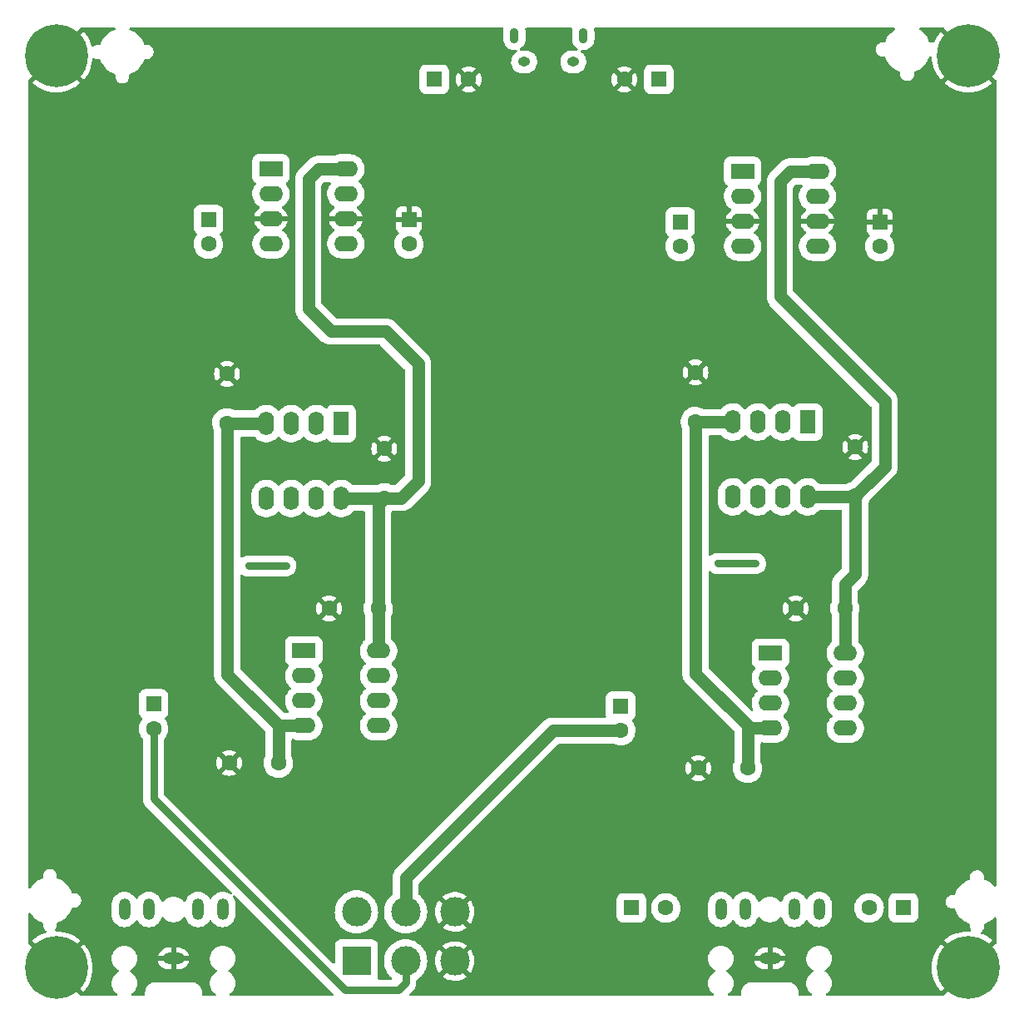
<source format=gbr>
%TF.GenerationSoftware,KiCad,Pcbnew,(6.0.7)*%
%TF.CreationDate,2022-11-01T15:51:30+01:00*%
%TF.ProjectId,headphone amp,68656164-7068-46f6-9e65-20616d702e6b,rev?*%
%TF.SameCoordinates,Original*%
%TF.FileFunction,Copper,L2,Bot*%
%TF.FilePolarity,Positive*%
%FSLAX46Y46*%
G04 Gerber Fmt 4.6, Leading zero omitted, Abs format (unit mm)*
G04 Created by KiCad (PCBNEW (6.0.7)) date 2022-11-01 15:51:30*
%MOMM*%
%LPD*%
G01*
G04 APERTURE LIST*
%TA.AperFunction,ComponentPad*%
%ADD10R,1.600000X1.600000*%
%TD*%
%TA.AperFunction,ComponentPad*%
%ADD11C,1.600000*%
%TD*%
%TA.AperFunction,ComponentPad*%
%ADD12C,6.400000*%
%TD*%
%TA.AperFunction,ComponentPad*%
%ADD13R,2.400000X1.600000*%
%TD*%
%TA.AperFunction,ComponentPad*%
%ADD14O,2.400000X1.600000*%
%TD*%
%TA.AperFunction,ComponentPad*%
%ADD15R,1.600000X2.400000*%
%TD*%
%TA.AperFunction,ComponentPad*%
%ADD16O,1.600000X2.400000*%
%TD*%
%TA.AperFunction,ComponentPad*%
%ADD17O,0.890000X1.550000*%
%TD*%
%TA.AperFunction,ComponentPad*%
%ADD18O,1.250000X0.950000*%
%TD*%
%TA.AperFunction,ComponentPad*%
%ADD19O,2.200000X1.200000*%
%TD*%
%TA.AperFunction,ComponentPad*%
%ADD20O,1.200000X2.200000*%
%TD*%
%TA.AperFunction,ComponentPad*%
%ADD21R,3.000000X3.000000*%
%TD*%
%TA.AperFunction,ComponentPad*%
%ADD22C,3.000000*%
%TD*%
%TA.AperFunction,ViaPad*%
%ADD23C,0.700000*%
%TD*%
%TA.AperFunction,Conductor*%
%ADD24C,1.270000*%
%TD*%
%TA.AperFunction,Conductor*%
%ADD25C,0.762000*%
%TD*%
G04 APERTURE END LIST*
D10*
%TO.P,C19,1*%
%TO.N,L_SIGNAL_OUT*%
X162101349Y-140348000D03*
D11*
%TO.P,C19,2*%
%TO.N,Net-(C19-Pad2)*%
X165601349Y-140348000D03*
%TD*%
%TO.P,C9,1*%
%TO.N,+5V*%
X136324000Y-109858000D03*
%TO.P,C9,2*%
%TO.N,GND*%
X131324000Y-109858000D03*
%TD*%
D12*
%TO.P,H4,1,1*%
%TO.N,GND*%
X103556000Y-53607000D03*
%TD*%
D13*
%TO.P,U2,1,FC*%
%TO.N,unconnected-(U2-Pad1)*%
X173416000Y-65380379D03*
D14*
%TO.P,U2,2,CAP+*%
%TO.N,Net-(C5-Pad1)*%
X173416000Y-67920379D03*
%TO.P,U2,3,GND*%
%TO.N,GND*%
X173416000Y-70460379D03*
%TO.P,U2,4,CAP-*%
%TO.N,Net-(C5-Pad2)*%
X173416000Y-73000379D03*
%TO.P,U2,5,OUT*%
%TO.N,-5V*%
X181036000Y-73000379D03*
%TO.P,U2,6,LV*%
%TO.N,GND*%
X181036000Y-70460379D03*
%TO.P,U2,7,OSC*%
%TO.N,unconnected-(U2-Pad7)*%
X181036000Y-67920379D03*
%TO.P,U2,8,V+*%
%TO.N,+5V*%
X181036000Y-65380379D03*
%TD*%
D12*
%TO.P,H3,1,1*%
%TO.N,GND*%
X196393000Y-53607000D03*
%TD*%
%TO.P,H2,1,1*%
%TO.N,GND*%
X196393000Y-146444000D03*
%TD*%
D13*
%TO.P,U1,1,FC*%
%TO.N,unconnected-(U1-Pad1)*%
X125410000Y-65126379D03*
D14*
%TO.P,U1,2,CAP+*%
%TO.N,Net-(C6-Pad1)*%
X125410000Y-67666379D03*
%TO.P,U1,3,GND*%
%TO.N,GND*%
X125410000Y-70206379D03*
%TO.P,U1,4,CAP-*%
%TO.N,Net-(C6-Pad2)*%
X125410000Y-72746379D03*
%TO.P,U1,5,OUT*%
%TO.N,-5V*%
X133030000Y-72746379D03*
%TO.P,U1,6,LV*%
%TO.N,GND*%
X133030000Y-70206379D03*
%TO.P,U1,7,OSC*%
%TO.N,unconnected-(U1-Pad7)*%
X133030000Y-67666379D03*
%TO.P,U1,8,V+*%
%TO.N,+5V*%
X133030000Y-65126379D03*
%TD*%
D11*
%TO.P,C10,1*%
%TO.N,GND*%
X121164000Y-125590000D03*
%TO.P,C10,2*%
%TO.N,-5V*%
X126164000Y-125590000D03*
%TD*%
%TO.P,C11,1*%
%TO.N,+5V*%
X183822000Y-109858000D03*
%TO.P,C11,2*%
%TO.N,GND*%
X178822000Y-109858000D03*
%TD*%
%TO.P,C15,1*%
%TO.N,+5V*%
X136946000Y-98616000D03*
%TO.P,C15,2*%
%TO.N,GND*%
X136946000Y-93616000D03*
%TD*%
D15*
%TO.P,U6,1*%
%TO.N,Net-(R12-Pad2)*%
X180042000Y-90898000D03*
D16*
%TO.P,U6,2,-*%
X177502000Y-90898000D03*
%TO.P,U6,3,+*%
%TO.N,Net-(R8-Pad1)*%
X174962000Y-90898000D03*
%TO.P,U6,4,V-*%
%TO.N,-5V*%
X172422000Y-90898000D03*
%TO.P,U6,5,+*%
%TO.N,Net-(R8-Pad1)*%
X172422000Y-98518000D03*
%TO.P,U6,6,-*%
%TO.N,Net-(R14-Pad2)*%
X174962000Y-98518000D03*
%TO.P,U6,7*%
X177502000Y-98518000D03*
%TO.P,U6,8,V+*%
%TO.N,+5V*%
X180042000Y-98518000D03*
%TD*%
D17*
%TO.P,J1,6,Shield*%
%TO.N,unconnected-(J1-Pad6)*%
X150190000Y-51546000D03*
D18*
X156190000Y-54246000D03*
D17*
X157190000Y-51546000D03*
D18*
X151190000Y-54246000D03*
%TD*%
D19*
%TO.P,J2,G*%
%TO.N,GND*%
X115500000Y-145500000D03*
D20*
%TO.P,J2,S*%
%TO.N,Net-(J2-PadS)*%
X110500000Y-140500000D03*
%TO.P,J2,SN*%
X113000000Y-140500000D03*
%TO.P,J2,T*%
%TO.N,Net-(J2-PadT)*%
X120500000Y-140500000D03*
%TO.P,J2,TN*%
X118000000Y-140500000D03*
%TD*%
D11*
%TO.P,C12,1*%
%TO.N,GND*%
X168916000Y-126114000D03*
%TO.P,C12,2*%
%TO.N,-5V*%
X173916000Y-126114000D03*
%TD*%
D13*
%TO.P,U4,1*%
%TO.N,Net-(R8-Pad1)*%
X176252000Y-114440000D03*
D14*
%TO.P,U4,2,-*%
%TO.N,Net-(C14-Pad2)*%
X176252000Y-116980000D03*
%TO.P,U4,3,+*%
%TO.N,R_SIGNAL_IN*%
X176252000Y-119520000D03*
%TO.P,U4,4,V-*%
%TO.N,-5V*%
X176252000Y-122060000D03*
%TO.P,U4,5,+*%
%TO.N,Net-(R8-Pad1)*%
X183872000Y-122060000D03*
%TO.P,U4,6,-*%
%TO.N,Net-(R10-Pad1)*%
X183872000Y-119520000D03*
%TO.P,U4,7*%
X183872000Y-116980000D03*
%TO.P,U4,8,V+*%
%TO.N,+5V*%
X183872000Y-114440000D03*
%TD*%
D19*
%TO.P,J3,G*%
%TO.N,GND*%
X176200000Y-145500000D03*
D20*
%TO.P,J3,S*%
%TO.N,Net-(C19-Pad2)*%
X171200000Y-140500000D03*
%TO.P,J3,SN*%
X173700000Y-140500000D03*
%TO.P,J3,T*%
%TO.N,Net-(C20-Pad2)*%
X181200000Y-140500000D03*
%TO.P,J3,TN*%
X178700000Y-140500000D03*
%TD*%
D10*
%TO.P,C4,1*%
%TO.N,R_SIGNAL_IN*%
X161002000Y-119804000D03*
D11*
%TO.P,C4,2*%
%TO.N,Net-(C4-Pad2)*%
X161002000Y-122304000D03*
%TD*%
D13*
%TO.P,U3,1*%
%TO.N,Net-(R7-Pad1)*%
X128754000Y-114186000D03*
D14*
%TO.P,U3,2,-*%
%TO.N,Net-(C13-Pad2)*%
X128754000Y-116726000D03*
%TO.P,U3,3,+*%
%TO.N,L_SIGNAL_IN*%
X128754000Y-119266000D03*
%TO.P,U3,4,V-*%
%TO.N,-5V*%
X128754000Y-121806000D03*
%TO.P,U3,5,+*%
%TO.N,Net-(R7-Pad1)*%
X136374000Y-121806000D03*
%TO.P,U3,6,-*%
%TO.N,Net-(R9-Pad1)*%
X136374000Y-119266000D03*
%TO.P,U3,7*%
X136374000Y-116726000D03*
%TO.P,U3,8,V+*%
%TO.N,+5V*%
X136374000Y-114186000D03*
%TD*%
D10*
%TO.P,C3,1*%
%TO.N,L_SIGNAL_IN*%
X113462000Y-119581621D03*
D11*
%TO.P,C3,2*%
%TO.N,Net-(C3-Pad2)*%
X113462000Y-122081621D03*
%TD*%
D10*
%TO.P,C8,1*%
%TO.N,GND*%
X187376000Y-70538000D03*
D11*
%TO.P,C8,2*%
%TO.N,-5V*%
X187376000Y-73038000D03*
%TD*%
%TO.P,C17,1*%
%TO.N,+5V*%
X184878000Y-98428000D03*
%TO.P,C17,2*%
%TO.N,GND*%
X184878000Y-93428000D03*
%TD*%
D10*
%TO.P,C2,1*%
%TO.N,+5V*%
X142035349Y-56020000D03*
D11*
%TO.P,C2,2*%
%TO.N,GND*%
X145535349Y-56020000D03*
%TD*%
D10*
%TO.P,C1,1*%
%TO.N,+5V*%
X164898651Y-56020000D03*
D11*
%TO.P,C1,2*%
%TO.N,GND*%
X161398651Y-56020000D03*
%TD*%
D10*
%TO.P,C6,1*%
%TO.N,Net-(C6-Pad1)*%
X119050000Y-70284000D03*
D11*
%TO.P,C6,2*%
%TO.N,Net-(C6-Pad2)*%
X119050000Y-72784000D03*
%TD*%
D10*
%TO.P,C5,1*%
%TO.N,Net-(C5-Pad1)*%
X167056000Y-70538000D03*
D11*
%TO.P,C5,2*%
%TO.N,Net-(C5-Pad2)*%
X167056000Y-73038000D03*
%TD*%
D15*
%TO.P,U5,1*%
%TO.N,Net-(R11-Pad2)*%
X132554000Y-91046000D03*
D16*
%TO.P,U5,2,-*%
X130014000Y-91046000D03*
%TO.P,U5,3,+*%
%TO.N,Net-(R7-Pad1)*%
X127474000Y-91046000D03*
%TO.P,U5,4,V-*%
%TO.N,-5V*%
X124934000Y-91046000D03*
%TO.P,U5,5,+*%
%TO.N,Net-(R7-Pad1)*%
X124934000Y-98666000D03*
%TO.P,U5,6,-*%
%TO.N,Net-(R13-Pad2)*%
X127474000Y-98666000D03*
%TO.P,U5,7*%
X130014000Y-98666000D03*
%TO.P,U5,8,V+*%
%TO.N,+5V*%
X132554000Y-98666000D03*
%TD*%
D11*
%TO.P,C18,1*%
%TO.N,GND*%
X168622000Y-85848000D03*
%TO.P,C18,2*%
%TO.N,-5V*%
X168622000Y-90848000D03*
%TD*%
%TO.P,C16,1*%
%TO.N,GND*%
X120944000Y-85996000D03*
%TO.P,C16,2*%
%TO.N,-5V*%
X120944000Y-90996000D03*
%TD*%
D10*
%TO.P,C20,1*%
%TO.N,R_SIGNAL_OUT*%
X189790651Y-140348000D03*
D11*
%TO.P,C20,2*%
%TO.N,Net-(C20-Pad2)*%
X186290651Y-140348000D03*
%TD*%
D21*
%TO.P,RV1,1,1*%
%TO.N,Net-(J2-PadS)*%
X134116000Y-145750000D03*
D22*
%TO.P,RV1,2,2*%
%TO.N,Net-(C3-Pad2)*%
X139116000Y-145750000D03*
%TO.P,RV1,3,3*%
%TO.N,GND*%
X144116000Y-145750000D03*
%TO.P,RV1,4,4*%
%TO.N,Net-(J2-PadT)*%
X134116000Y-140750000D03*
%TO.P,RV1,5,5*%
%TO.N,Net-(C4-Pad2)*%
X139116000Y-140750000D03*
%TO.P,RV1,6,6*%
%TO.N,GND*%
X144116000Y-140750000D03*
%TD*%
D12*
%TO.P,H1,1,1*%
%TO.N,GND*%
X103556000Y-146444000D03*
%TD*%
D10*
%TO.P,C7,1*%
%TO.N,GND*%
X139454000Y-70284000D03*
D11*
%TO.P,C7,2*%
%TO.N,-5V*%
X139454000Y-72784000D03*
%TD*%
D23*
%TO.N,L_SIGNAL_OUT*%
X126924000Y-105550000D03*
X123114000Y-105550000D03*
%TO.N,R_SIGNAL_OUT*%
X174718000Y-105286000D03*
X170908000Y-105286000D03*
%TD*%
D24*
%TO.N,+5V*%
X136946000Y-98616000D02*
X138684000Y-98616000D01*
X136324000Y-99238000D02*
X136946000Y-98616000D01*
X136946000Y-98616000D02*
X132604000Y-98616000D01*
X184788000Y-98518000D02*
X184878000Y-98428000D01*
X137084000Y-81674000D02*
X131496000Y-81674000D01*
X180042000Y-98518000D02*
X184788000Y-98518000D01*
X184878000Y-106354000D02*
X184878000Y-98428000D01*
X183872000Y-109908000D02*
X183822000Y-109858000D01*
X129210000Y-66180000D02*
X130263621Y-65126379D01*
X136324000Y-109858000D02*
X136324000Y-114136000D01*
X130263621Y-65126379D02*
X133030000Y-65126379D01*
X136324000Y-114136000D02*
X136374000Y-114186000D01*
X183822000Y-109858000D02*
X183822000Y-107410000D01*
X181036000Y-65380379D02*
X178269621Y-65380379D01*
X177216000Y-78118000D02*
X187884000Y-88786000D01*
X136324000Y-109858000D02*
X136324000Y-99238000D01*
X177216000Y-66434000D02*
X177216000Y-78118000D01*
X132604000Y-98616000D02*
X132554000Y-98666000D01*
X140386000Y-84976000D02*
X137084000Y-81674000D01*
X129210000Y-79388000D02*
X129210000Y-66180000D01*
X187884000Y-88786000D02*
X187884000Y-95422000D01*
X138684000Y-98616000D02*
X140386000Y-96914000D01*
X183822000Y-107410000D02*
X184878000Y-106354000D01*
X131496000Y-81674000D02*
X129210000Y-79388000D01*
X178269621Y-65380379D02*
X177216000Y-66434000D01*
X183872000Y-114440000D02*
X183872000Y-109908000D01*
X187884000Y-95422000D02*
X184878000Y-98428000D01*
X140386000Y-96914000D02*
X140386000Y-84976000D01*
D25*
%TO.N,Net-(C3-Pad2)*%
X132934000Y-148730000D02*
X113462000Y-129258000D01*
X139116000Y-147968000D02*
X138354000Y-148730000D01*
X113462000Y-129258000D02*
X113462000Y-122081621D01*
X138354000Y-148730000D02*
X132934000Y-148730000D01*
X139116000Y-145750000D02*
X139116000Y-147968000D01*
D24*
%TO.N,Net-(C4-Pad2)*%
X139116000Y-140750000D02*
X139116000Y-137300000D01*
X154112000Y-122304000D02*
X161002000Y-122304000D01*
D25*
X139116000Y-137300000D02*
X139243000Y-137173000D01*
D24*
X139243000Y-137173000D02*
X154112000Y-122304000D01*
%TO.N,-5V*%
X173916000Y-122312000D02*
X174168000Y-122060000D01*
X173916000Y-126114000D02*
X173916000Y-122312000D01*
X172422000Y-90898000D02*
X168672000Y-90898000D01*
X120994000Y-91046000D02*
X120944000Y-90996000D01*
X124934000Y-91046000D02*
X120994000Y-91046000D01*
X120944000Y-116588000D02*
X120944000Y-90996000D01*
X126164000Y-121808000D02*
X126162000Y-121806000D01*
X168622000Y-90848000D02*
X168622000Y-116514000D01*
X126164000Y-125590000D02*
X126164000Y-121808000D01*
X168672000Y-90898000D02*
X168622000Y-90848000D01*
X174168000Y-122060000D02*
X176252000Y-122060000D01*
X174168000Y-122060000D02*
X168622000Y-116514000D01*
X126162000Y-121806000D02*
X120944000Y-116588000D01*
X128754000Y-121806000D02*
X126162000Y-121806000D01*
D25*
%TO.N,L_SIGNAL_OUT*%
X123114000Y-105550000D02*
X126924000Y-105550000D01*
%TO.N,R_SIGNAL_OUT*%
X170908000Y-105286000D02*
X174718000Y-105286000D01*
%TD*%
%TA.AperFunction,Conductor*%
%TO.N,GND*%
G36*
X109517326Y-50771502D02*
G01*
X109563819Y-50825158D01*
X109573923Y-50895432D01*
X109544429Y-50960012D01*
X109489706Y-50996813D01*
X109379181Y-51034331D01*
X109375485Y-51036154D01*
X109375477Y-51036157D01*
X109266353Y-51089972D01*
X109100878Y-51171576D01*
X109097445Y-51173870D01*
X109097443Y-51173871D01*
X109096114Y-51174759D01*
X108842869Y-51343972D01*
X108609569Y-51548569D01*
X108404972Y-51781869D01*
X108232576Y-52039878D01*
X108230750Y-52043581D01*
X108097157Y-52314477D01*
X108097154Y-52314485D01*
X108095331Y-52318181D01*
X108094002Y-52322095D01*
X108094002Y-52322096D01*
X108053979Y-52440001D01*
X108013142Y-52498077D01*
X107947389Y-52524856D01*
X107934666Y-52525500D01*
X107744484Y-52525500D01*
X107618680Y-52540724D01*
X107460077Y-52600655D01*
X107453819Y-52604956D01*
X107324171Y-52694061D01*
X107256702Y-52716161D01*
X107187995Y-52698276D01*
X107139865Y-52646084D01*
X107131097Y-52622832D01*
X107088212Y-52462784D01*
X107086171Y-52456502D01*
X106949260Y-52099836D01*
X106946578Y-52093811D01*
X106773128Y-51753397D01*
X106769831Y-51747687D01*
X106561747Y-51427265D01*
X106557877Y-51421939D01*
X106364522Y-51183165D01*
X106352267Y-51174700D01*
X106341176Y-51181034D01*
X103928022Y-53594188D01*
X103920408Y-53608132D01*
X103920539Y-53609965D01*
X103924790Y-53616580D01*
X106340310Y-56032100D01*
X106353386Y-56039241D01*
X106363753Y-56031784D01*
X106557877Y-55792061D01*
X106561747Y-55786735D01*
X106769831Y-55466313D01*
X106773128Y-55460603D01*
X106946578Y-55120189D01*
X106949260Y-55114164D01*
X107086171Y-54757498D01*
X107088212Y-54751216D01*
X107187094Y-54382184D01*
X107188465Y-54375734D01*
X107248234Y-53998371D01*
X107248920Y-53991833D01*
X107251545Y-53941761D01*
X107275085Y-53874780D01*
X107331101Y-53831160D01*
X107401807Y-53824748D01*
X107440019Y-53841082D01*
X107440637Y-53839929D01*
X107447330Y-53843517D01*
X107453547Y-53847887D01*
X107611513Y-53909476D01*
X107619046Y-53910468D01*
X107619047Y-53910468D01*
X107736739Y-53925962D01*
X107740826Y-53926500D01*
X107934666Y-53926500D01*
X108002787Y-53946502D01*
X108049280Y-54000158D01*
X108053978Y-54011997D01*
X108095331Y-54133819D01*
X108097154Y-54137515D01*
X108097157Y-54137523D01*
X108193479Y-54332842D01*
X108232576Y-54412122D01*
X108404972Y-54670131D01*
X108609569Y-54903431D01*
X108842869Y-55108028D01*
X109100877Y-55280424D01*
X109150443Y-55304867D01*
X109375477Y-55415843D01*
X109375485Y-55415846D01*
X109379181Y-55417669D01*
X109383095Y-55418998D01*
X109383096Y-55418998D01*
X109501001Y-55459021D01*
X109559077Y-55499858D01*
X109585856Y-55565611D01*
X109586500Y-55578334D01*
X109586500Y-55768516D01*
X109601724Y-55894320D01*
X109661655Y-56052923D01*
X109665956Y-56059181D01*
X109743551Y-56172081D01*
X109757688Y-56192651D01*
X109763358Y-56197703D01*
X109763359Y-56197704D01*
X109878608Y-56300388D01*
X109878612Y-56300390D01*
X109884279Y-56305440D01*
X110034119Y-56384776D01*
X110198559Y-56426081D01*
X110206157Y-56426121D01*
X110206159Y-56426121D01*
X110283332Y-56426525D01*
X110368105Y-56426969D01*
X110375492Y-56425195D01*
X110375496Y-56425195D01*
X110525583Y-56389161D01*
X110532968Y-56387388D01*
X110539712Y-56383907D01*
X110539715Y-56383906D01*
X110676883Y-56313108D01*
X110676884Y-56313108D01*
X110683631Y-56309625D01*
X110811396Y-56198169D01*
X110857461Y-56132625D01*
X110904518Y-56065670D01*
X110904519Y-56065668D01*
X110908887Y-56059453D01*
X110970476Y-55901487D01*
X110987500Y-55772174D01*
X110987500Y-55578334D01*
X111007502Y-55510213D01*
X111061158Y-55463720D01*
X111072999Y-55459021D01*
X111190904Y-55418998D01*
X111190905Y-55418998D01*
X111194819Y-55417669D01*
X111198515Y-55415846D01*
X111198523Y-55415843D01*
X111423557Y-55304867D01*
X111473123Y-55280424D01*
X111647353Y-55164007D01*
X140534849Y-55164007D01*
X140534850Y-56875992D01*
X140535113Y-56878850D01*
X140535113Y-56878859D01*
X140538364Y-56914243D01*
X140541520Y-56948594D01*
X140592222Y-57110383D01*
X140680052Y-57255408D01*
X140799941Y-57375297D01*
X140944966Y-57463127D01*
X140952213Y-57465398D01*
X140952215Y-57465399D01*
X141017455Y-57485844D01*
X141106755Y-57513829D01*
X141179356Y-57520500D01*
X141182254Y-57520500D01*
X142037570Y-57520499D01*
X142891341Y-57520499D01*
X142894199Y-57520236D01*
X142894208Y-57520236D01*
X142929592Y-57516985D01*
X142963943Y-57513829D01*
X142970328Y-57511828D01*
X143118483Y-57465399D01*
X143118485Y-57465398D01*
X143125732Y-57463127D01*
X143270757Y-57375297D01*
X143390646Y-57255408D01*
X143478476Y-57110383D01*
X143479830Y-57106062D01*
X144813842Y-57106062D01*
X144823138Y-57118077D01*
X144874343Y-57153931D01*
X144883838Y-57159414D01*
X145081296Y-57251490D01*
X145091588Y-57255236D01*
X145302037Y-57311625D01*
X145312830Y-57313528D01*
X145529874Y-57332517D01*
X145540824Y-57332517D01*
X145757868Y-57313528D01*
X145768661Y-57311625D01*
X145979110Y-57255236D01*
X145989402Y-57251490D01*
X146186860Y-57159414D01*
X146196355Y-57153931D01*
X146248397Y-57117491D01*
X146256773Y-57107012D01*
X146256274Y-57106062D01*
X160677144Y-57106062D01*
X160686440Y-57118077D01*
X160737645Y-57153931D01*
X160747140Y-57159414D01*
X160944598Y-57251490D01*
X160954890Y-57255236D01*
X161165339Y-57311625D01*
X161176132Y-57313528D01*
X161393176Y-57332517D01*
X161404126Y-57332517D01*
X161621170Y-57313528D01*
X161631963Y-57311625D01*
X161842412Y-57255236D01*
X161852704Y-57251490D01*
X162050162Y-57159414D01*
X162059657Y-57153931D01*
X162111699Y-57117491D01*
X162120075Y-57107012D01*
X162113007Y-57093566D01*
X161411463Y-56392022D01*
X161397519Y-56384408D01*
X161395686Y-56384539D01*
X161389071Y-56388790D01*
X160683574Y-57094287D01*
X160677144Y-57106062D01*
X146256274Y-57106062D01*
X146249705Y-57093566D01*
X145548161Y-56392022D01*
X145534217Y-56384408D01*
X145532384Y-56384539D01*
X145525769Y-56388790D01*
X144820272Y-57094287D01*
X144813842Y-57106062D01*
X143479830Y-57106062D01*
X143529178Y-56948594D01*
X143535849Y-56875993D01*
X143535849Y-56025475D01*
X144222832Y-56025475D01*
X144241821Y-56242519D01*
X144243724Y-56253312D01*
X144300113Y-56463761D01*
X144303859Y-56474053D01*
X144395935Y-56671511D01*
X144401418Y-56681006D01*
X144437858Y-56733048D01*
X144448337Y-56741424D01*
X144461783Y-56734356D01*
X145163327Y-56032812D01*
X145169705Y-56021132D01*
X145899757Y-56021132D01*
X145899888Y-56022965D01*
X145904139Y-56029580D01*
X146609636Y-56735077D01*
X146621411Y-56741507D01*
X146633426Y-56732211D01*
X146669280Y-56681006D01*
X146674763Y-56671511D01*
X146766839Y-56474053D01*
X146770585Y-56463761D01*
X146826974Y-56253312D01*
X146828877Y-56242519D01*
X146847866Y-56025475D01*
X160086134Y-56025475D01*
X160105123Y-56242519D01*
X160107026Y-56253312D01*
X160163415Y-56463761D01*
X160167161Y-56474053D01*
X160259237Y-56671511D01*
X160264720Y-56681006D01*
X160301160Y-56733048D01*
X160311639Y-56741424D01*
X160325085Y-56734356D01*
X161026629Y-56032812D01*
X161033007Y-56021132D01*
X161763059Y-56021132D01*
X161763190Y-56022965D01*
X161767441Y-56029580D01*
X162472938Y-56735077D01*
X162484713Y-56741507D01*
X162496728Y-56732211D01*
X162532582Y-56681006D01*
X162538065Y-56671511D01*
X162630141Y-56474053D01*
X162633887Y-56463761D01*
X162690276Y-56253312D01*
X162692179Y-56242519D01*
X162711168Y-56025475D01*
X162711168Y-56014525D01*
X162692179Y-55797481D01*
X162690276Y-55786688D01*
X162633887Y-55576239D01*
X162630141Y-55565947D01*
X162538065Y-55368489D01*
X162532582Y-55358994D01*
X162496142Y-55306952D01*
X162485663Y-55298576D01*
X162472217Y-55305644D01*
X161770673Y-56007188D01*
X161763059Y-56021132D01*
X161033007Y-56021132D01*
X161034243Y-56018868D01*
X161034112Y-56017035D01*
X161029861Y-56010420D01*
X160324364Y-55304923D01*
X160312589Y-55298493D01*
X160300574Y-55307789D01*
X160264720Y-55358994D01*
X160259237Y-55368489D01*
X160167161Y-55565947D01*
X160163415Y-55576239D01*
X160107026Y-55786688D01*
X160105123Y-55797481D01*
X160086134Y-56014525D01*
X160086134Y-56025475D01*
X146847866Y-56025475D01*
X146847866Y-56014525D01*
X146828877Y-55797481D01*
X146826974Y-55786688D01*
X146770585Y-55576239D01*
X146766839Y-55565947D01*
X146674763Y-55368489D01*
X146669280Y-55358994D01*
X146632840Y-55306952D01*
X146622361Y-55298576D01*
X146608915Y-55305644D01*
X145907371Y-56007188D01*
X145899757Y-56021132D01*
X145169705Y-56021132D01*
X145170941Y-56018868D01*
X145170810Y-56017035D01*
X145166559Y-56010420D01*
X144461062Y-55304923D01*
X144449287Y-55298493D01*
X144437272Y-55307789D01*
X144401418Y-55358994D01*
X144395935Y-55368489D01*
X144303859Y-55565947D01*
X144300113Y-55576239D01*
X144243724Y-55786688D01*
X144241821Y-55797481D01*
X144222832Y-56014525D01*
X144222832Y-56025475D01*
X143535849Y-56025475D01*
X143535848Y-55164008D01*
X143535583Y-55161116D01*
X143530455Y-55105304D01*
X143529178Y-55091406D01*
X143508814Y-55026424D01*
X143480748Y-54936866D01*
X143480747Y-54936864D01*
X143479532Y-54932988D01*
X144813925Y-54932988D01*
X144820993Y-54946434D01*
X145522537Y-55647978D01*
X145536481Y-55655592D01*
X145538314Y-55655461D01*
X145544929Y-55651210D01*
X146250426Y-54945713D01*
X146256856Y-54933938D01*
X146247560Y-54921923D01*
X146196355Y-54886069D01*
X146186860Y-54880586D01*
X145989402Y-54788510D01*
X145979110Y-54784764D01*
X145768661Y-54728375D01*
X145757868Y-54726472D01*
X145540824Y-54707483D01*
X145529874Y-54707483D01*
X145312830Y-54726472D01*
X145302037Y-54728375D01*
X145091588Y-54784764D01*
X145081296Y-54788510D01*
X144883838Y-54880586D01*
X144874343Y-54886069D01*
X144822301Y-54922509D01*
X144813925Y-54932988D01*
X143479532Y-54932988D01*
X143478476Y-54929617D01*
X143390646Y-54784592D01*
X143270757Y-54664703D01*
X143125732Y-54576873D01*
X143118485Y-54574602D01*
X143118483Y-54574601D01*
X143026732Y-54545848D01*
X142963943Y-54526171D01*
X142891342Y-54519500D01*
X142888444Y-54519500D01*
X142033128Y-54519501D01*
X141179357Y-54519501D01*
X141176499Y-54519764D01*
X141176490Y-54519764D01*
X141141106Y-54523015D01*
X141106755Y-54526171D01*
X141100377Y-54528170D01*
X141100376Y-54528170D01*
X140952215Y-54574601D01*
X140952213Y-54574602D01*
X140944966Y-54576873D01*
X140799941Y-54664703D01*
X140680052Y-54784592D01*
X140592222Y-54929617D01*
X140589951Y-54936864D01*
X140589950Y-54936866D01*
X140579910Y-54968905D01*
X140541520Y-55091406D01*
X140534849Y-55164007D01*
X111647353Y-55164007D01*
X111731131Y-55108028D01*
X111964431Y-54903431D01*
X112169028Y-54670131D01*
X112341424Y-54412122D01*
X112380521Y-54332842D01*
X112476843Y-54137523D01*
X112476846Y-54137515D01*
X112478669Y-54133819D01*
X112520021Y-54011999D01*
X112560858Y-53953923D01*
X112626611Y-53927144D01*
X112639334Y-53926500D01*
X112829516Y-53926500D01*
X112955320Y-53911276D01*
X113113923Y-53851345D01*
X113253651Y-53755312D01*
X113261807Y-53746158D01*
X113361388Y-53634392D01*
X113361390Y-53634388D01*
X113366440Y-53628721D01*
X113372869Y-53616580D01*
X113409310Y-53547754D01*
X113445776Y-53478881D01*
X113487081Y-53314441D01*
X113487969Y-53144895D01*
X113474022Y-53086800D01*
X113450161Y-52987417D01*
X113448388Y-52980032D01*
X113444032Y-52971591D01*
X113374108Y-52836117D01*
X113374108Y-52836116D01*
X113370625Y-52829369D01*
X113365313Y-52823279D01*
X113271868Y-52716161D01*
X113259169Y-52701604D01*
X113147088Y-52622832D01*
X113126670Y-52608482D01*
X113126668Y-52608481D01*
X113120453Y-52604113D01*
X112962487Y-52542524D01*
X112954954Y-52541532D01*
X112954953Y-52541532D01*
X112837261Y-52526038D01*
X112837260Y-52526038D01*
X112833174Y-52525500D01*
X112639334Y-52525500D01*
X112571213Y-52505498D01*
X112524720Y-52451842D01*
X112520021Y-52440001D01*
X112479998Y-52322096D01*
X112479998Y-52322095D01*
X112478669Y-52318181D01*
X112476846Y-52314485D01*
X112476843Y-52314477D01*
X112343250Y-52043581D01*
X112341424Y-52039878D01*
X112169028Y-51781869D01*
X111964431Y-51548569D01*
X111731131Y-51343972D01*
X111477887Y-51174759D01*
X111476558Y-51173871D01*
X111476556Y-51173870D01*
X111473123Y-51171576D01*
X111417345Y-51144069D01*
X111198523Y-51036157D01*
X111198515Y-51036154D01*
X111194819Y-51034331D01*
X111084294Y-50996813D01*
X111026218Y-50955976D01*
X110999439Y-50890223D01*
X111012460Y-50820431D01*
X111061147Y-50768758D01*
X111124795Y-50751500D01*
X148963637Y-50751500D01*
X149031758Y-50771502D01*
X149078251Y-50825158D01*
X149088355Y-50895432D01*
X149083970Y-50914862D01*
X149064732Y-50976817D01*
X149064053Y-50982554D01*
X149051611Y-51087678D01*
X149044500Y-51147756D01*
X149044500Y-51929402D01*
X149045864Y-51944244D01*
X149056885Y-52064181D01*
X149058857Y-52085645D01*
X149060424Y-52091202D01*
X149060425Y-52091206D01*
X149111402Y-52271956D01*
X149116003Y-52288269D01*
X149118555Y-52293445D01*
X149118557Y-52293449D01*
X149192154Y-52442688D01*
X149209117Y-52477086D01*
X149212571Y-52481712D01*
X149212572Y-52481713D01*
X149317950Y-52622832D01*
X149335081Y-52645773D01*
X149489677Y-52788679D01*
X149494560Y-52791760D01*
X149545095Y-52823645D01*
X149667726Y-52901020D01*
X149673086Y-52903158D01*
X149673089Y-52903160D01*
X149849376Y-52973491D01*
X149863267Y-52979033D01*
X149868927Y-52980159D01*
X149868931Y-52980160D01*
X150064083Y-53018978D01*
X150064086Y-53018978D01*
X150069750Y-53020105D01*
X150075525Y-53020181D01*
X150075529Y-53020181D01*
X150181078Y-53021563D01*
X150280260Y-53022861D01*
X150285955Y-53021882D01*
X150285960Y-53021882D01*
X150325342Y-53015115D01*
X150395866Y-53023292D01*
X150450774Y-53068300D01*
X150472632Y-53135848D01*
X150454501Y-53204490D01*
X150422067Y-53240253D01*
X150254695Y-53365234D01*
X150254691Y-53365238D01*
X150250067Y-53368691D01*
X150161862Y-53464110D01*
X150132018Y-53496396D01*
X150103418Y-53527335D01*
X149988135Y-53710048D01*
X149908079Y-53910710D01*
X149865931Y-54122600D01*
X149865855Y-54128375D01*
X149865855Y-54128379D01*
X149865528Y-54153376D01*
X149863103Y-54338624D01*
X149899690Y-54551545D01*
X149974466Y-54754234D01*
X150084926Y-54939902D01*
X150088732Y-54944242D01*
X150088735Y-54944246D01*
X150110361Y-54968905D01*
X150227373Y-55102331D01*
X150231908Y-55105906D01*
X150231909Y-55105907D01*
X150357635Y-55205021D01*
X150397034Y-55236081D01*
X150402150Y-55238772D01*
X150402152Y-55238774D01*
X150540593Y-55311611D01*
X150588228Y-55336673D01*
X150794553Y-55400738D01*
X150800290Y-55401417D01*
X150966283Y-55421064D01*
X150966289Y-55421064D01*
X150969970Y-55421500D01*
X151394807Y-55421500D01*
X151481746Y-55413512D01*
X151549382Y-55407297D01*
X151549385Y-55407296D01*
X151555136Y-55406768D01*
X151576517Y-55400738D01*
X151757507Y-55349693D01*
X151757509Y-55349692D01*
X151763066Y-55348125D01*
X151768241Y-55345573D01*
X151768246Y-55345571D01*
X151951647Y-55255127D01*
X151956828Y-55252572D01*
X152074105Y-55164998D01*
X152125309Y-55126762D01*
X152125310Y-55126761D01*
X152129933Y-55123309D01*
X152276582Y-54964665D01*
X152391865Y-54781952D01*
X152471921Y-54581290D01*
X152514069Y-54369400D01*
X152514398Y-54344322D01*
X152516821Y-54159158D01*
X152516897Y-54153376D01*
X152513537Y-54133819D01*
X152481289Y-53946152D01*
X152481289Y-53946151D01*
X152480310Y-53940455D01*
X152405534Y-53737766D01*
X152295074Y-53552098D01*
X152291268Y-53547758D01*
X152291265Y-53547754D01*
X152156434Y-53394010D01*
X152152627Y-53389669D01*
X152126017Y-53368691D01*
X151987505Y-53259497D01*
X151987503Y-53259496D01*
X151982966Y-53255919D01*
X151977850Y-53253228D01*
X151977848Y-53253226D01*
X151796889Y-53158019D01*
X151796887Y-53158018D01*
X151791772Y-53155327D01*
X151585447Y-53091262D01*
X151547748Y-53086800D01*
X151413717Y-53070936D01*
X151413711Y-53070936D01*
X151410030Y-53070500D01*
X150985193Y-53070500D01*
X150896196Y-53078678D01*
X150874555Y-53080666D01*
X150804890Y-53066981D01*
X150753682Y-53017805D01*
X150737191Y-52948750D01*
X150760651Y-52881742D01*
X150798603Y-52846910D01*
X150861227Y-52809653D01*
X150861228Y-52809652D01*
X150866192Y-52806699D01*
X151024476Y-52667888D01*
X151102213Y-52569279D01*
X151151234Y-52507096D01*
X151151235Y-52507094D01*
X151154812Y-52502557D01*
X151181495Y-52451842D01*
X151250145Y-52321359D01*
X151250146Y-52321357D01*
X151252837Y-52316242D01*
X151275245Y-52244077D01*
X151313554Y-52120704D01*
X151313555Y-52120701D01*
X151315268Y-52115183D01*
X151320884Y-52067732D01*
X151335064Y-51947931D01*
X151335064Y-51947925D01*
X151335500Y-51944244D01*
X151335500Y-51162598D01*
X151324156Y-51039145D01*
X151321672Y-51012109D01*
X151321671Y-51012106D01*
X151321143Y-51006355D01*
X151314431Y-50982554D01*
X151294448Y-50911702D01*
X151295208Y-50840709D01*
X151334229Y-50781397D01*
X151399122Y-50752598D01*
X151415717Y-50751500D01*
X155963637Y-50751500D01*
X156031758Y-50771502D01*
X156078251Y-50825158D01*
X156088355Y-50895432D01*
X156083970Y-50914862D01*
X156064732Y-50976817D01*
X156064053Y-50982554D01*
X156051611Y-51087678D01*
X156044500Y-51147756D01*
X156044500Y-51929402D01*
X156045864Y-51944244D01*
X156056885Y-52064181D01*
X156058857Y-52085645D01*
X156060424Y-52091202D01*
X156060425Y-52091206D01*
X156111402Y-52271956D01*
X156116003Y-52288269D01*
X156118555Y-52293445D01*
X156118557Y-52293449D01*
X156192154Y-52442688D01*
X156209117Y-52477086D01*
X156212571Y-52481712D01*
X156212572Y-52481713D01*
X156317950Y-52622832D01*
X156335081Y-52645773D01*
X156489677Y-52788679D01*
X156494560Y-52791760D01*
X156586923Y-52850037D01*
X156633861Y-52903304D01*
X156644550Y-52973491D01*
X156615595Y-53038316D01*
X156556191Y-53077195D01*
X156504877Y-53081726D01*
X156485871Y-53079476D01*
X156413717Y-53070936D01*
X156413711Y-53070936D01*
X156410030Y-53070500D01*
X155985193Y-53070500D01*
X155898254Y-53078488D01*
X155830618Y-53084703D01*
X155830615Y-53084704D01*
X155824864Y-53085232D01*
X155819305Y-53086800D01*
X155819304Y-53086800D01*
X155622493Y-53142307D01*
X155622491Y-53142308D01*
X155616934Y-53143875D01*
X155611759Y-53146427D01*
X155611754Y-53146429D01*
X155453007Y-53224715D01*
X155423172Y-53239428D01*
X155418546Y-53242882D01*
X155418545Y-53242883D01*
X155254691Y-53365238D01*
X155250067Y-53368691D01*
X155161862Y-53464110D01*
X155132018Y-53496396D01*
X155103418Y-53527335D01*
X154988135Y-53710048D01*
X154908079Y-53910710D01*
X154865931Y-54122600D01*
X154865855Y-54128375D01*
X154865855Y-54128379D01*
X154865528Y-54153376D01*
X154863103Y-54338624D01*
X154899690Y-54551545D01*
X154974466Y-54754234D01*
X155084926Y-54939902D01*
X155088732Y-54944242D01*
X155088735Y-54944246D01*
X155110361Y-54968905D01*
X155227373Y-55102331D01*
X155231908Y-55105906D01*
X155231909Y-55105907D01*
X155357635Y-55205021D01*
X155397034Y-55236081D01*
X155402150Y-55238772D01*
X155402152Y-55238774D01*
X155540593Y-55311611D01*
X155588228Y-55336673D01*
X155794553Y-55400738D01*
X155800290Y-55401417D01*
X155966283Y-55421064D01*
X155966289Y-55421064D01*
X155969970Y-55421500D01*
X156394807Y-55421500D01*
X156481746Y-55413512D01*
X156549382Y-55407297D01*
X156549385Y-55407296D01*
X156555136Y-55406768D01*
X156576517Y-55400738D01*
X156757507Y-55349693D01*
X156757509Y-55349692D01*
X156763066Y-55348125D01*
X156768241Y-55345573D01*
X156768246Y-55345571D01*
X156951647Y-55255127D01*
X156956828Y-55252572D01*
X157074105Y-55164998D01*
X157125309Y-55126762D01*
X157125310Y-55126761D01*
X157129933Y-55123309D01*
X157276582Y-54964665D01*
X157296569Y-54932988D01*
X160677227Y-54932988D01*
X160684295Y-54946434D01*
X161385839Y-55647978D01*
X161399783Y-55655592D01*
X161401616Y-55655461D01*
X161408231Y-55651210D01*
X161895434Y-55164007D01*
X163398151Y-55164007D01*
X163398152Y-56875992D01*
X163398415Y-56878850D01*
X163398415Y-56878859D01*
X163401666Y-56914243D01*
X163404822Y-56948594D01*
X163455524Y-57110383D01*
X163543354Y-57255408D01*
X163663243Y-57375297D01*
X163808268Y-57463127D01*
X163815515Y-57465398D01*
X163815517Y-57465399D01*
X163880757Y-57485844D01*
X163970057Y-57513829D01*
X164042658Y-57520500D01*
X164045556Y-57520500D01*
X164900872Y-57520499D01*
X165754643Y-57520499D01*
X165757501Y-57520236D01*
X165757510Y-57520236D01*
X165792894Y-57516985D01*
X165827245Y-57513829D01*
X165833630Y-57511828D01*
X165981785Y-57465399D01*
X165981787Y-57465398D01*
X165989034Y-57463127D01*
X166134059Y-57375297D01*
X166253948Y-57255408D01*
X166341778Y-57110383D01*
X166392480Y-56948594D01*
X166399151Y-56875993D01*
X166399151Y-56404386D01*
X193960759Y-56404386D01*
X193968216Y-56414753D01*
X194207935Y-56608874D01*
X194213272Y-56612751D01*
X194533685Y-56820830D01*
X194539394Y-56824127D01*
X194879811Y-56997578D01*
X194885836Y-57000260D01*
X195242502Y-57137171D01*
X195248784Y-57139212D01*
X195617816Y-57238094D01*
X195624266Y-57239465D01*
X196001629Y-57299234D01*
X196008167Y-57299920D01*
X196389699Y-57319916D01*
X196396301Y-57319916D01*
X196777833Y-57299920D01*
X196784371Y-57299234D01*
X197161734Y-57239465D01*
X197168184Y-57238094D01*
X197537216Y-57139212D01*
X197543498Y-57137171D01*
X197900164Y-57000260D01*
X197906189Y-56997578D01*
X198246606Y-56824127D01*
X198252315Y-56820830D01*
X198572728Y-56612751D01*
X198578065Y-56608874D01*
X198816835Y-56415522D01*
X198825300Y-56403267D01*
X198818966Y-56392176D01*
X196405812Y-53979022D01*
X196391868Y-53971408D01*
X196390035Y-53971539D01*
X196383420Y-53975790D01*
X193967900Y-56391310D01*
X193960759Y-56404386D01*
X166399151Y-56404386D01*
X166399150Y-55164008D01*
X166398885Y-55161116D01*
X166393757Y-55105304D01*
X166392480Y-55091406D01*
X166372116Y-55026424D01*
X166344050Y-54936866D01*
X166344049Y-54936864D01*
X166341778Y-54929617D01*
X166253948Y-54784592D01*
X166134059Y-54664703D01*
X165989034Y-54576873D01*
X165981787Y-54574602D01*
X165981785Y-54574601D01*
X165890034Y-54545848D01*
X165827245Y-54526171D01*
X165754644Y-54519500D01*
X165751746Y-54519500D01*
X164896430Y-54519501D01*
X164042659Y-54519501D01*
X164039801Y-54519764D01*
X164039792Y-54519764D01*
X164004408Y-54523015D01*
X163970057Y-54526171D01*
X163963679Y-54528170D01*
X163963678Y-54528170D01*
X163815517Y-54574601D01*
X163815515Y-54574602D01*
X163808268Y-54576873D01*
X163663243Y-54664703D01*
X163543354Y-54784592D01*
X163455524Y-54929617D01*
X163453253Y-54936864D01*
X163453252Y-54936866D01*
X163443212Y-54968905D01*
X163404822Y-55091406D01*
X163398151Y-55164007D01*
X161895434Y-55164007D01*
X162113728Y-54945713D01*
X162120158Y-54933938D01*
X162110862Y-54921923D01*
X162059657Y-54886069D01*
X162050162Y-54880586D01*
X161852704Y-54788510D01*
X161842412Y-54784764D01*
X161631963Y-54728375D01*
X161621170Y-54726472D01*
X161404126Y-54707483D01*
X161393176Y-54707483D01*
X161176132Y-54726472D01*
X161165339Y-54728375D01*
X160954890Y-54784764D01*
X160944598Y-54788510D01*
X160747140Y-54880586D01*
X160737645Y-54886069D01*
X160685603Y-54922509D01*
X160677227Y-54932988D01*
X157296569Y-54932988D01*
X157391865Y-54781952D01*
X157471921Y-54581290D01*
X157514069Y-54369400D01*
X157514398Y-54344322D01*
X157516821Y-54159158D01*
X157516897Y-54153376D01*
X157513537Y-54133819D01*
X157481289Y-53946152D01*
X157481289Y-53946151D01*
X157480310Y-53940455D01*
X157405534Y-53737766D01*
X157295074Y-53552098D01*
X157291268Y-53547758D01*
X157291265Y-53547754D01*
X157156434Y-53394010D01*
X157152627Y-53389669D01*
X157126017Y-53368691D01*
X156987505Y-53259497D01*
X156987503Y-53259496D01*
X156982966Y-53255919D01*
X156977848Y-53253226D01*
X156973012Y-53250086D01*
X156973760Y-53248934D01*
X156927618Y-53204194D01*
X156911459Y-53135061D01*
X156935242Y-53068166D01*
X156991415Y-53024748D01*
X157058288Y-53018847D01*
X157058338Y-53018374D01*
X157060762Y-53018629D01*
X157061846Y-53018533D01*
X157063069Y-53018776D01*
X157069750Y-53020105D01*
X157075525Y-53020181D01*
X157075529Y-53020181D01*
X157181078Y-53021563D01*
X157280260Y-53022861D01*
X157285957Y-53021882D01*
X157285958Y-53021882D01*
X157482050Y-52988187D01*
X157482051Y-52988187D01*
X157487747Y-52987208D01*
X157685263Y-52914340D01*
X157724671Y-52890895D01*
X157861227Y-52809653D01*
X157861228Y-52809652D01*
X157866192Y-52806699D01*
X158024476Y-52667888D01*
X158102213Y-52569279D01*
X158151234Y-52507096D01*
X158151235Y-52507094D01*
X158154812Y-52502557D01*
X158181495Y-52451842D01*
X158250145Y-52321359D01*
X158250146Y-52321357D01*
X158252837Y-52316242D01*
X158275245Y-52244077D01*
X158313554Y-52120704D01*
X158313555Y-52120701D01*
X158315268Y-52115183D01*
X158320884Y-52067732D01*
X158335064Y-51947931D01*
X158335064Y-51947925D01*
X158335500Y-51944244D01*
X158335500Y-51162598D01*
X158324156Y-51039145D01*
X158321672Y-51012109D01*
X158321671Y-51012106D01*
X158321143Y-51006355D01*
X158314431Y-50982554D01*
X158294448Y-50911702D01*
X158295208Y-50840709D01*
X158334229Y-50781397D01*
X158399122Y-50752598D01*
X158415717Y-50751500D01*
X188817062Y-50751500D01*
X188885183Y-50771502D01*
X188931676Y-50825158D01*
X188941780Y-50895432D01*
X188912286Y-50960012D01*
X188887064Y-50982265D01*
X188725869Y-51089972D01*
X188492569Y-51294569D01*
X188287972Y-51527869D01*
X188115576Y-51785878D01*
X188113750Y-51789581D01*
X187980157Y-52060477D01*
X187980154Y-52060485D01*
X187978331Y-52064181D01*
X187977002Y-52068095D01*
X187977002Y-52068096D01*
X187936979Y-52186001D01*
X187896142Y-52244077D01*
X187830389Y-52270856D01*
X187817666Y-52271500D01*
X187627484Y-52271500D01*
X187501680Y-52286724D01*
X187343077Y-52346655D01*
X187336819Y-52350956D01*
X187311955Y-52368045D01*
X187203349Y-52442688D01*
X187198297Y-52448358D01*
X187198296Y-52448359D01*
X187095612Y-52563608D01*
X187095610Y-52563612D01*
X187090560Y-52569279D01*
X187087008Y-52575988D01*
X187087007Y-52575989D01*
X187017466Y-52707329D01*
X187011224Y-52719119D01*
X186969919Y-52883559D01*
X186969879Y-52891157D01*
X186969879Y-52891159D01*
X186969773Y-52911388D01*
X186969031Y-53053105D01*
X186970805Y-53060492D01*
X186970805Y-53060496D01*
X186993573Y-53155327D01*
X187008612Y-53217968D01*
X187012093Y-53224712D01*
X187012094Y-53224715D01*
X187044389Y-53287285D01*
X187086375Y-53368631D01*
X187091367Y-53374353D01*
X187091368Y-53374355D01*
X187108514Y-53394010D01*
X187197831Y-53496396D01*
X187204045Y-53500763D01*
X187330330Y-53589518D01*
X187330332Y-53589519D01*
X187336547Y-53593887D01*
X187494513Y-53655476D01*
X187502046Y-53656468D01*
X187502047Y-53656468D01*
X187619739Y-53671962D01*
X187623826Y-53672500D01*
X187817666Y-53672500D01*
X187885787Y-53692502D01*
X187932280Y-53746158D01*
X187936978Y-53757997D01*
X187978331Y-53879819D01*
X187980154Y-53883515D01*
X187980157Y-53883523D01*
X188090369Y-54107007D01*
X188115576Y-54158122D01*
X188287972Y-54416131D01*
X188492569Y-54649431D01*
X188495666Y-54652147D01*
X188512257Y-54666697D01*
X188725869Y-54854028D01*
X188983877Y-55026424D01*
X188987580Y-55028250D01*
X189258477Y-55161843D01*
X189258485Y-55161846D01*
X189262181Y-55163669D01*
X189266095Y-55164998D01*
X189266096Y-55164998D01*
X189384001Y-55205021D01*
X189442077Y-55245858D01*
X189468856Y-55311611D01*
X189469500Y-55324334D01*
X189469500Y-55514516D01*
X189484724Y-55640320D01*
X189544655Y-55798923D01*
X189640688Y-55938651D01*
X189646358Y-55943703D01*
X189646359Y-55943704D01*
X189761608Y-56046388D01*
X189761612Y-56046390D01*
X189767279Y-56051440D01*
X189917119Y-56130776D01*
X190081559Y-56172081D01*
X190089157Y-56172121D01*
X190089159Y-56172121D01*
X190166332Y-56172525D01*
X190251105Y-56172969D01*
X190258492Y-56171195D01*
X190258496Y-56171195D01*
X190408583Y-56135161D01*
X190415968Y-56133388D01*
X190422712Y-56129907D01*
X190422715Y-56129906D01*
X190559883Y-56059108D01*
X190559884Y-56059108D01*
X190566631Y-56055625D01*
X190585413Y-56039241D01*
X190688671Y-55949163D01*
X190694396Y-55944169D01*
X190791887Y-55805453D01*
X190853476Y-55647487D01*
X190870500Y-55518174D01*
X190870500Y-55324334D01*
X190890502Y-55256213D01*
X190944158Y-55209720D01*
X190955999Y-55205021D01*
X191073904Y-55164998D01*
X191073905Y-55164998D01*
X191077819Y-55163669D01*
X191081515Y-55161846D01*
X191081523Y-55161843D01*
X191352420Y-55028250D01*
X191356123Y-55026424D01*
X191614131Y-54854028D01*
X191827743Y-54666697D01*
X191844334Y-54652147D01*
X191847431Y-54649431D01*
X192052028Y-54416131D01*
X192224424Y-54158122D01*
X192249631Y-54107007D01*
X192359843Y-53883523D01*
X192359846Y-53883515D01*
X192361669Y-53879819D01*
X192403021Y-53757999D01*
X192443858Y-53699923D01*
X192509611Y-53673144D01*
X192522334Y-53672500D01*
X192563775Y-53672500D01*
X192631896Y-53692502D01*
X192678389Y-53746158D01*
X192689602Y-53791906D01*
X192700080Y-53991833D01*
X192700766Y-53998371D01*
X192760535Y-54375734D01*
X192761906Y-54382184D01*
X192860788Y-54751216D01*
X192862829Y-54757498D01*
X192999740Y-55114164D01*
X193002422Y-55120189D01*
X193175872Y-55460603D01*
X193179169Y-55466313D01*
X193387253Y-55786735D01*
X193391123Y-55792061D01*
X193584478Y-56030835D01*
X193596733Y-56039300D01*
X193607824Y-56032966D01*
X196020978Y-53619812D01*
X196028592Y-53605868D01*
X196028461Y-53604035D01*
X196024210Y-53597420D01*
X193608690Y-51181900D01*
X193595614Y-51174759D01*
X193585247Y-51182216D01*
X193391123Y-51421939D01*
X193387253Y-51427265D01*
X193179169Y-51747687D01*
X193175872Y-51753397D01*
X193002422Y-52093811D01*
X192999740Y-52099836D01*
X192958970Y-52206045D01*
X192915884Y-52262473D01*
X192849131Y-52286650D01*
X192824895Y-52285813D01*
X192716174Y-52271500D01*
X192522334Y-52271500D01*
X192454213Y-52251498D01*
X192407720Y-52197842D01*
X192403021Y-52186001D01*
X192362998Y-52068096D01*
X192362998Y-52068095D01*
X192361669Y-52064181D01*
X192359846Y-52060485D01*
X192359843Y-52060477D01*
X192226250Y-51789581D01*
X192224424Y-51785878D01*
X192052028Y-51527869D01*
X191847431Y-51294569D01*
X191614131Y-51089972D01*
X191474709Y-50996813D01*
X191452937Y-50982265D01*
X191407409Y-50927788D01*
X191398561Y-50857345D01*
X191429203Y-50793301D01*
X191489605Y-50755989D01*
X191522939Y-50751500D01*
X193853731Y-50751500D01*
X193921852Y-50771502D01*
X193963148Y-50815018D01*
X193967035Y-50821825D01*
X199177311Y-56032101D01*
X199182889Y-56035147D01*
X199233089Y-56085351D01*
X199248500Y-56145733D01*
X199248500Y-138030416D01*
X199228498Y-138098537D01*
X199174842Y-138145030D01*
X199104568Y-138155134D01*
X199039988Y-138125640D01*
X199027768Y-138113493D01*
X198962147Y-138038666D01*
X198959431Y-138035569D01*
X198726131Y-137830972D01*
X198536063Y-137703972D01*
X198471558Y-137660871D01*
X198471556Y-137660870D01*
X198468123Y-137658576D01*
X198418557Y-137634133D01*
X198193523Y-137523157D01*
X198193515Y-137523154D01*
X198189819Y-137521331D01*
X198067999Y-137479979D01*
X198009923Y-137439142D01*
X197983144Y-137373389D01*
X197982500Y-137360666D01*
X197982500Y-137170484D01*
X197967276Y-137044680D01*
X197907345Y-136886077D01*
X197898584Y-136873330D01*
X197815614Y-136752608D01*
X197815613Y-136752607D01*
X197811312Y-136746349D01*
X197799514Y-136735837D01*
X197690392Y-136638612D01*
X197690388Y-136638610D01*
X197684721Y-136633560D01*
X197669703Y-136625608D01*
X197617080Y-136597746D01*
X197534881Y-136554224D01*
X197370441Y-136512919D01*
X197362843Y-136512879D01*
X197362841Y-136512879D01*
X197285668Y-136512475D01*
X197200895Y-136512031D01*
X197193508Y-136513805D01*
X197193504Y-136513805D01*
X197050162Y-136548220D01*
X197036032Y-136551612D01*
X197029288Y-136555093D01*
X197029285Y-136555094D01*
X196893475Y-136625191D01*
X196885369Y-136629375D01*
X196879647Y-136634367D01*
X196879645Y-136634368D01*
X196874780Y-136638612D01*
X196757604Y-136740831D01*
X196660113Y-136879547D01*
X196598524Y-137037513D01*
X196597532Y-137045046D01*
X196597532Y-137045047D01*
X196594615Y-137067207D01*
X196581500Y-137166826D01*
X196581500Y-137360666D01*
X196561498Y-137428787D01*
X196507842Y-137475280D01*
X196496003Y-137479978D01*
X196374181Y-137521331D01*
X196370485Y-137523154D01*
X196370477Y-137523157D01*
X196146993Y-137633369D01*
X196095878Y-137658576D01*
X195837869Y-137830972D01*
X195604569Y-138035569D01*
X195399972Y-138268869D01*
X195227576Y-138526878D01*
X195209578Y-138563374D01*
X195092157Y-138801477D01*
X195092154Y-138801485D01*
X195090331Y-138805181D01*
X195063067Y-138885500D01*
X195048979Y-138927001D01*
X195008142Y-138985077D01*
X194942389Y-139011856D01*
X194929666Y-139012500D01*
X194739484Y-139012500D01*
X194613680Y-139027724D01*
X194455077Y-139087655D01*
X194448819Y-139091956D01*
X194329780Y-139173770D01*
X194315349Y-139183688D01*
X194310297Y-139189358D01*
X194310296Y-139189359D01*
X194207612Y-139304608D01*
X194207610Y-139304612D01*
X194202560Y-139310279D01*
X194199008Y-139316988D01*
X194199007Y-139316989D01*
X194185362Y-139342761D01*
X194123224Y-139460119D01*
X194081919Y-139624559D01*
X194081879Y-139632157D01*
X194081879Y-139632159D01*
X194081504Y-139703866D01*
X194081031Y-139794105D01*
X194082805Y-139801492D01*
X194082805Y-139801496D01*
X194098723Y-139867796D01*
X194120612Y-139958968D01*
X194124093Y-139965712D01*
X194124094Y-139965715D01*
X194139256Y-139995090D01*
X194198375Y-140109631D01*
X194203367Y-140115353D01*
X194203368Y-140115355D01*
X194255694Y-140175337D01*
X194309831Y-140237396D01*
X194359335Y-140272188D01*
X194442330Y-140330518D01*
X194442332Y-140330519D01*
X194448547Y-140334887D01*
X194606513Y-140396476D01*
X194614046Y-140397468D01*
X194614047Y-140397468D01*
X194731739Y-140412962D01*
X194735826Y-140413500D01*
X194929666Y-140413500D01*
X194997787Y-140433502D01*
X195044280Y-140487158D01*
X195048978Y-140498997D01*
X195090331Y-140620819D01*
X195092154Y-140624515D01*
X195092157Y-140624523D01*
X195180191Y-140803035D01*
X195227576Y-140899122D01*
X195399972Y-141157131D01*
X195604569Y-141390431D01*
X195837869Y-141595028D01*
X196003707Y-141705838D01*
X196066152Y-141747562D01*
X196095877Y-141767424D01*
X196112949Y-141775843D01*
X196370477Y-141902843D01*
X196370485Y-141902846D01*
X196374181Y-141904669D01*
X196473356Y-141938334D01*
X196496001Y-141946021D01*
X196554077Y-141986858D01*
X196580856Y-142052611D01*
X196581500Y-142065334D01*
X196581500Y-142255516D01*
X196596724Y-142381320D01*
X196656655Y-142539923D01*
X196660956Y-142546181D01*
X196664476Y-142552914D01*
X196662009Y-142554204D01*
X196680055Y-142609254D01*
X196662186Y-142677965D01*
X196610006Y-142726108D01*
X196547522Y-142739009D01*
X196396301Y-142731084D01*
X196389699Y-142731084D01*
X196008167Y-142751080D01*
X196001629Y-142751766D01*
X195624266Y-142811535D01*
X195617816Y-142812906D01*
X195248784Y-142911788D01*
X195242502Y-142913829D01*
X194885836Y-143050740D01*
X194879811Y-143053422D01*
X194539397Y-143226872D01*
X194533687Y-143230169D01*
X194213265Y-143438253D01*
X194207939Y-143442123D01*
X193969165Y-143635478D01*
X193960700Y-143647733D01*
X193967034Y-143658824D01*
X196380188Y-146071978D01*
X196394132Y-146079592D01*
X196395965Y-146079461D01*
X196402580Y-146075210D01*
X198818100Y-143659690D01*
X198825241Y-143646614D01*
X198817784Y-143636247D01*
X198578065Y-143442126D01*
X198572728Y-143438249D01*
X198252315Y-143230170D01*
X198246606Y-143226873D01*
X197906189Y-143053422D01*
X197900164Y-143050740D01*
X197739424Y-142989038D01*
X197682996Y-142945953D01*
X197658819Y-142879199D01*
X197674570Y-142809972D01*
X197701749Y-142776458D01*
X197757805Y-142727557D01*
X197806396Y-142685169D01*
X197898440Y-142554204D01*
X197899518Y-142552670D01*
X197899519Y-142552668D01*
X197903887Y-142546453D01*
X197965476Y-142388487D01*
X197976406Y-142305468D01*
X197981962Y-142263261D01*
X197981962Y-142263260D01*
X197982500Y-142259174D01*
X197982500Y-142065334D01*
X198002502Y-141997213D01*
X198056158Y-141950720D01*
X198067999Y-141946021D01*
X198090645Y-141938334D01*
X198189819Y-141904669D01*
X198193515Y-141902846D01*
X198193523Y-141902843D01*
X198451051Y-141775843D01*
X198468123Y-141767424D01*
X198497849Y-141747562D01*
X198560293Y-141705838D01*
X198726131Y-141595028D01*
X198959431Y-141390431D01*
X199020537Y-141320753D01*
X199027768Y-141312507D01*
X199087721Y-141274479D01*
X199158717Y-141274901D01*
X199218213Y-141313639D01*
X199247322Y-141378394D01*
X199248500Y-141395584D01*
X199248500Y-143904731D01*
X199228498Y-143972852D01*
X199184982Y-144014148D01*
X199178175Y-144018035D01*
X193967899Y-149228311D01*
X193964853Y-149233889D01*
X193914649Y-149284089D01*
X193854267Y-149299500D01*
X182011095Y-149299500D01*
X181942974Y-149279498D01*
X181896481Y-149225842D01*
X181886377Y-149155568D01*
X181915871Y-149090988D01*
X181938825Y-149070287D01*
X181955286Y-149058761D01*
X182039139Y-149000047D01*
X182200047Y-148839139D01*
X182330568Y-148652734D01*
X182338231Y-148636302D01*
X182424416Y-148451478D01*
X182424417Y-148451476D01*
X182426739Y-148446496D01*
X182482761Y-148237420D01*
X182484211Y-148232007D01*
X182484211Y-148232005D01*
X182485635Y-148226692D01*
X182505468Y-148000000D01*
X182485635Y-147773308D01*
X182472947Y-147725955D01*
X182428162Y-147558814D01*
X182428161Y-147558812D01*
X182426739Y-147553504D01*
X182363003Y-147416822D01*
X182332891Y-147352247D01*
X182332889Y-147352244D01*
X182330568Y-147347266D01*
X182200047Y-147160861D01*
X182039139Y-146999953D01*
X181852734Y-146869432D01*
X181847753Y-146867109D01*
X181847749Y-146867107D01*
X181841504Y-146864195D01*
X181788218Y-146817278D01*
X181768757Y-146749001D01*
X181789298Y-146681041D01*
X181841504Y-146635805D01*
X181847749Y-146632893D01*
X181847753Y-146632891D01*
X181852734Y-146630568D01*
X182039139Y-146500047D01*
X182091885Y-146447301D01*
X192680084Y-146447301D01*
X192700080Y-146828833D01*
X192700766Y-146835371D01*
X192760535Y-147212734D01*
X192761906Y-147219184D01*
X192860788Y-147588216D01*
X192862829Y-147594498D01*
X192999740Y-147951164D01*
X193002422Y-147957189D01*
X193175872Y-148297603D01*
X193179169Y-148303313D01*
X193387253Y-148623735D01*
X193391123Y-148629061D01*
X193584478Y-148867835D01*
X193596733Y-148876300D01*
X193607824Y-148869966D01*
X196020978Y-146456812D01*
X196028592Y-146442868D01*
X196028461Y-146441035D01*
X196024210Y-146434420D01*
X193608690Y-144018900D01*
X193595614Y-144011759D01*
X193585247Y-144019216D01*
X193391123Y-144258939D01*
X193387253Y-144264265D01*
X193179169Y-144584687D01*
X193175872Y-144590397D01*
X193002422Y-144930811D01*
X192999740Y-144936836D01*
X192862829Y-145293502D01*
X192860788Y-145299784D01*
X192761906Y-145668816D01*
X192760535Y-145675266D01*
X192700766Y-146052629D01*
X192700080Y-146059167D01*
X192680084Y-146440699D01*
X192680084Y-146447301D01*
X182091885Y-146447301D01*
X182200047Y-146339139D01*
X182330568Y-146152734D01*
X182335969Y-146141153D01*
X182424416Y-145951478D01*
X182424417Y-145951476D01*
X182426739Y-145946496D01*
X182445136Y-145877839D01*
X182484211Y-145732007D01*
X182484211Y-145732005D01*
X182485635Y-145726692D01*
X182505468Y-145500000D01*
X182485635Y-145273308D01*
X182477119Y-145241525D01*
X182428162Y-145058814D01*
X182428161Y-145058812D01*
X182426739Y-145053504D01*
X182373940Y-144940276D01*
X182332891Y-144852247D01*
X182332889Y-144852244D01*
X182330568Y-144847266D01*
X182200047Y-144660861D01*
X182039139Y-144499953D01*
X181852734Y-144369432D01*
X181847756Y-144367111D01*
X181847753Y-144367109D01*
X181651478Y-144275584D01*
X181651476Y-144275583D01*
X181646496Y-144273261D01*
X181641188Y-144271839D01*
X181641186Y-144271838D01*
X181432007Y-144215789D01*
X181432005Y-144215789D01*
X181426692Y-144214365D01*
X181327698Y-144205704D01*
X181259508Y-144199738D01*
X181259501Y-144199738D01*
X181256784Y-144199500D01*
X181143216Y-144199500D01*
X181140499Y-144199738D01*
X181140492Y-144199738D01*
X181072302Y-144205704D01*
X180973308Y-144214365D01*
X180967995Y-144215789D01*
X180967993Y-144215789D01*
X180758814Y-144271838D01*
X180758812Y-144271839D01*
X180753504Y-144273261D01*
X180748524Y-144275583D01*
X180748522Y-144275584D01*
X180552247Y-144367109D01*
X180552244Y-144367111D01*
X180547266Y-144369432D01*
X180360861Y-144499953D01*
X180199953Y-144660861D01*
X180069432Y-144847266D01*
X180067111Y-144852244D01*
X180067109Y-144852247D01*
X180026060Y-144940276D01*
X179973261Y-145053504D01*
X179971839Y-145058812D01*
X179971838Y-145058814D01*
X179922881Y-145241525D01*
X179914365Y-145273308D01*
X179894532Y-145500000D01*
X179914365Y-145726692D01*
X179915789Y-145732005D01*
X179915789Y-145732007D01*
X179954865Y-145877839D01*
X179973261Y-145946496D01*
X179975583Y-145951476D01*
X179975584Y-145951478D01*
X180064032Y-146141153D01*
X180069432Y-146152734D01*
X180199953Y-146339139D01*
X180360861Y-146500047D01*
X180547266Y-146630568D01*
X180552247Y-146632891D01*
X180552251Y-146632893D01*
X180558496Y-146635805D01*
X180611782Y-146682722D01*
X180631243Y-146750999D01*
X180610702Y-146818959D01*
X180558496Y-146864195D01*
X180552251Y-146867107D01*
X180552247Y-146867109D01*
X180547266Y-146869432D01*
X180360861Y-146999953D01*
X180199953Y-147160861D01*
X180069432Y-147347266D01*
X180067111Y-147352244D01*
X180067109Y-147352247D01*
X180036997Y-147416822D01*
X179973261Y-147553504D01*
X179971839Y-147558812D01*
X179971838Y-147558814D01*
X179927053Y-147725955D01*
X179914365Y-147773308D01*
X179894532Y-148000000D01*
X179914365Y-148226692D01*
X179915789Y-148232005D01*
X179915789Y-148232007D01*
X179917240Y-148237420D01*
X179973261Y-148446496D01*
X179975583Y-148451476D01*
X179975584Y-148451478D01*
X180061770Y-148636302D01*
X180069432Y-148652734D01*
X180199953Y-148839139D01*
X180360861Y-149000047D01*
X180444714Y-149058761D01*
X180461175Y-149070287D01*
X180505504Y-149125744D01*
X180512813Y-149196363D01*
X180480783Y-149259723D01*
X180419582Y-149295709D01*
X180388905Y-149299500D01*
X179226500Y-149299500D01*
X179158379Y-149279498D01*
X179111886Y-149225842D01*
X179100500Y-149173500D01*
X179100500Y-149058761D01*
X179101757Y-149041008D01*
X179104909Y-149018862D01*
X179104909Y-149018858D01*
X179105490Y-149014778D01*
X179105645Y-149000000D01*
X179102502Y-148974027D01*
X179102068Y-148969872D01*
X179098179Y-148925426D01*
X179087921Y-148808170D01*
X179038082Y-148622169D01*
X179035759Y-148617187D01*
X178959028Y-148452635D01*
X178959025Y-148452630D01*
X178956702Y-148447648D01*
X178846252Y-148289910D01*
X178710090Y-148153748D01*
X178678783Y-148131826D01*
X178602575Y-148078465D01*
X178552352Y-148043298D01*
X178547370Y-148040975D01*
X178547365Y-148040972D01*
X178382813Y-147964241D01*
X178382812Y-147964241D01*
X178377831Y-147961918D01*
X178372523Y-147960496D01*
X178372521Y-147960495D01*
X178197145Y-147913503D01*
X178197143Y-147913503D01*
X178191830Y-147912079D01*
X178186344Y-147911599D01*
X178186338Y-147911598D01*
X178056080Y-147900201D01*
X178049310Y-147899424D01*
X178018864Y-147895091D01*
X178018856Y-147895090D01*
X178014778Y-147894510D01*
X178007932Y-147894438D01*
X178004135Y-147894398D01*
X178004129Y-147894398D01*
X178000000Y-147894355D01*
X177995894Y-147894852D01*
X177995892Y-147894852D01*
X177974028Y-147897498D01*
X177967872Y-147898243D01*
X177965029Y-147898587D01*
X177949892Y-147899500D01*
X174458761Y-147899500D01*
X174441008Y-147898243D01*
X174418862Y-147895091D01*
X174418858Y-147895091D01*
X174414778Y-147894510D01*
X174407886Y-147894438D01*
X174404134Y-147894398D01*
X174404129Y-147894398D01*
X174400000Y-147894355D01*
X174395894Y-147894852D01*
X174395892Y-147894852D01*
X174374027Y-147897498D01*
X174369872Y-147897932D01*
X174347310Y-147899906D01*
X174208170Y-147912079D01*
X174142617Y-147929644D01*
X174027479Y-147960495D01*
X174027477Y-147960496D01*
X174022169Y-147961918D01*
X174017188Y-147964241D01*
X174017187Y-147964241D01*
X173852635Y-148040972D01*
X173852630Y-148040975D01*
X173847648Y-148043298D01*
X173797425Y-148078465D01*
X173721218Y-148131826D01*
X173689910Y-148153748D01*
X173553748Y-148289910D01*
X173443298Y-148447648D01*
X173440975Y-148452630D01*
X173440972Y-148452635D01*
X173364241Y-148617187D01*
X173361918Y-148622169D01*
X173360496Y-148627477D01*
X173360495Y-148627479D01*
X173314791Y-148798049D01*
X173312079Y-148808170D01*
X173306118Y-148876300D01*
X173299248Y-148954825D01*
X173298649Y-148960288D01*
X173295385Y-148985079D01*
X173295385Y-148985084D01*
X173294394Y-148992611D01*
X173297292Y-149018862D01*
X173298739Y-149031968D01*
X173299500Y-149045794D01*
X173299500Y-149173500D01*
X173279498Y-149241621D01*
X173225842Y-149288114D01*
X173173500Y-149299500D01*
X172011095Y-149299500D01*
X171942974Y-149279498D01*
X171896481Y-149225842D01*
X171886377Y-149155568D01*
X171915871Y-149090988D01*
X171938825Y-149070287D01*
X171955286Y-149058761D01*
X172039139Y-149000047D01*
X172200047Y-148839139D01*
X172330568Y-148652734D01*
X172338231Y-148636302D01*
X172424416Y-148451478D01*
X172424417Y-148451476D01*
X172426739Y-148446496D01*
X172482761Y-148237420D01*
X172484211Y-148232007D01*
X172484211Y-148232005D01*
X172485635Y-148226692D01*
X172505468Y-148000000D01*
X172485635Y-147773308D01*
X172472947Y-147725955D01*
X172428162Y-147558814D01*
X172428161Y-147558812D01*
X172426739Y-147553504D01*
X172363003Y-147416822D01*
X172332891Y-147352247D01*
X172332889Y-147352244D01*
X172330568Y-147347266D01*
X172200047Y-147160861D01*
X172039139Y-146999953D01*
X171852734Y-146869432D01*
X171847753Y-146867109D01*
X171847749Y-146867107D01*
X171841504Y-146864195D01*
X171788218Y-146817278D01*
X171768757Y-146749001D01*
X171789298Y-146681041D01*
X171841504Y-146635805D01*
X171847749Y-146632893D01*
X171847753Y-146632891D01*
X171852734Y-146630568D01*
X172039139Y-146500047D01*
X172200047Y-146339139D01*
X172330568Y-146152734D01*
X172335969Y-146141153D01*
X172424416Y-145951478D01*
X172424417Y-145951476D01*
X172426739Y-145946496D01*
X172445136Y-145877839D01*
X172474728Y-145767399D01*
X174624712Y-145767399D01*
X174646194Y-145856537D01*
X174650083Y-145867832D01*
X174732629Y-146049382D01*
X174738576Y-146059724D01*
X174853968Y-146222397D01*
X174861761Y-146231425D01*
X175005831Y-146369342D01*
X175015196Y-146376738D01*
X175182741Y-146484921D01*
X175193345Y-146490417D01*
X175378312Y-146564961D01*
X175389770Y-146568355D01*
X175586928Y-146606857D01*
X175595791Y-146607934D01*
X175598500Y-146608000D01*
X175927885Y-146608000D01*
X175943124Y-146603525D01*
X175944329Y-146602135D01*
X175946000Y-146594452D01*
X175946000Y-146589885D01*
X176454000Y-146589885D01*
X176458475Y-146605124D01*
X176459865Y-146606329D01*
X176467548Y-146608000D01*
X176749832Y-146608000D01*
X176755808Y-146607715D01*
X176904494Y-146593529D01*
X176916228Y-146591270D01*
X177107599Y-146535128D01*
X177118675Y-146530698D01*
X177295978Y-146439381D01*
X177306024Y-146432931D01*
X177462857Y-146309738D01*
X177471506Y-146301501D01*
X177602212Y-146150877D01*
X177609147Y-146141153D01*
X177709010Y-145968533D01*
X177713984Y-145957669D01*
X177779407Y-145769273D01*
X177779648Y-145768284D01*
X177778180Y-145757992D01*
X177764615Y-145754000D01*
X176472115Y-145754000D01*
X176456876Y-145758475D01*
X176455671Y-145759865D01*
X176454000Y-145767548D01*
X176454000Y-146589885D01*
X175946000Y-146589885D01*
X175946000Y-145772115D01*
X175941525Y-145756876D01*
X175940135Y-145755671D01*
X175932452Y-145754000D01*
X174639598Y-145754000D01*
X174626067Y-145757973D01*
X174624712Y-145767399D01*
X172474728Y-145767399D01*
X172484211Y-145732007D01*
X172484211Y-145732005D01*
X172485635Y-145726692D01*
X172505468Y-145500000D01*
X172485635Y-145273308D01*
X172477119Y-145241525D01*
X172474491Y-145231716D01*
X174620352Y-145231716D01*
X174621820Y-145242008D01*
X174635385Y-145246000D01*
X175927885Y-145246000D01*
X175943124Y-145241525D01*
X175944329Y-145240135D01*
X175946000Y-145232452D01*
X175946000Y-145227885D01*
X176454000Y-145227885D01*
X176458475Y-145243124D01*
X176459865Y-145244329D01*
X176467548Y-145246000D01*
X177760402Y-145246000D01*
X177773933Y-145242027D01*
X177775288Y-145232601D01*
X177753806Y-145143463D01*
X177749917Y-145132168D01*
X177667371Y-144950618D01*
X177661424Y-144940276D01*
X177546032Y-144777603D01*
X177538239Y-144768575D01*
X177394169Y-144630658D01*
X177384804Y-144623262D01*
X177217259Y-144515079D01*
X177206655Y-144509583D01*
X177021688Y-144435039D01*
X177010230Y-144431645D01*
X176813072Y-144393143D01*
X176804209Y-144392066D01*
X176801500Y-144392000D01*
X176472115Y-144392000D01*
X176456876Y-144396475D01*
X176455671Y-144397865D01*
X176454000Y-144405548D01*
X176454000Y-145227885D01*
X175946000Y-145227885D01*
X175946000Y-144410115D01*
X175941525Y-144394876D01*
X175940135Y-144393671D01*
X175932452Y-144392000D01*
X175650168Y-144392000D01*
X175644192Y-144392285D01*
X175495506Y-144406471D01*
X175483772Y-144408730D01*
X175292401Y-144464872D01*
X175281325Y-144469302D01*
X175104022Y-144560619D01*
X175093976Y-144567069D01*
X174937143Y-144690262D01*
X174928494Y-144698499D01*
X174797788Y-144849123D01*
X174790853Y-144858847D01*
X174690990Y-145031467D01*
X174686016Y-145042331D01*
X174620593Y-145230727D01*
X174620352Y-145231716D01*
X172474491Y-145231716D01*
X172428162Y-145058814D01*
X172428161Y-145058812D01*
X172426739Y-145053504D01*
X172373940Y-144940276D01*
X172332891Y-144852247D01*
X172332889Y-144852244D01*
X172330568Y-144847266D01*
X172200047Y-144660861D01*
X172039139Y-144499953D01*
X171852734Y-144369432D01*
X171847756Y-144367111D01*
X171847753Y-144367109D01*
X171651478Y-144275584D01*
X171651476Y-144275583D01*
X171646496Y-144273261D01*
X171641188Y-144271839D01*
X171641186Y-144271838D01*
X171432007Y-144215789D01*
X171432005Y-144215789D01*
X171426692Y-144214365D01*
X171327698Y-144205704D01*
X171259508Y-144199738D01*
X171259501Y-144199738D01*
X171256784Y-144199500D01*
X171143216Y-144199500D01*
X171140499Y-144199738D01*
X171140492Y-144199738D01*
X171072302Y-144205704D01*
X170973308Y-144214365D01*
X170967995Y-144215789D01*
X170967993Y-144215789D01*
X170758814Y-144271838D01*
X170758812Y-144271839D01*
X170753504Y-144273261D01*
X170748524Y-144275583D01*
X170748522Y-144275584D01*
X170552247Y-144367109D01*
X170552244Y-144367111D01*
X170547266Y-144369432D01*
X170360861Y-144499953D01*
X170199953Y-144660861D01*
X170069432Y-144847266D01*
X170067111Y-144852244D01*
X170067109Y-144852247D01*
X170026060Y-144940276D01*
X169973261Y-145053504D01*
X169971839Y-145058812D01*
X169971838Y-145058814D01*
X169922881Y-145241525D01*
X169914365Y-145273308D01*
X169894532Y-145500000D01*
X169914365Y-145726692D01*
X169915789Y-145732005D01*
X169915789Y-145732007D01*
X169954865Y-145877839D01*
X169973261Y-145946496D01*
X169975583Y-145951476D01*
X169975584Y-145951478D01*
X170064032Y-146141153D01*
X170069432Y-146152734D01*
X170199953Y-146339139D01*
X170360861Y-146500047D01*
X170547266Y-146630568D01*
X170552247Y-146632891D01*
X170552251Y-146632893D01*
X170558496Y-146635805D01*
X170611782Y-146682722D01*
X170631243Y-146750999D01*
X170610702Y-146818959D01*
X170558496Y-146864195D01*
X170552251Y-146867107D01*
X170552247Y-146867109D01*
X170547266Y-146869432D01*
X170360861Y-146999953D01*
X170199953Y-147160861D01*
X170069432Y-147347266D01*
X170067111Y-147352244D01*
X170067109Y-147352247D01*
X170036997Y-147416822D01*
X169973261Y-147553504D01*
X169971839Y-147558812D01*
X169971838Y-147558814D01*
X169927053Y-147725955D01*
X169914365Y-147773308D01*
X169894532Y-148000000D01*
X169914365Y-148226692D01*
X169915789Y-148232005D01*
X169915789Y-148232007D01*
X169917240Y-148237420D01*
X169973261Y-148446496D01*
X169975583Y-148451476D01*
X169975584Y-148451478D01*
X170061770Y-148636302D01*
X170069432Y-148652734D01*
X170199953Y-148839139D01*
X170360861Y-149000047D01*
X170444714Y-149058761D01*
X170461175Y-149070287D01*
X170505504Y-149125744D01*
X170512813Y-149196363D01*
X170480783Y-149259723D01*
X170419582Y-149295709D01*
X170388905Y-149299500D01*
X139618162Y-149299500D01*
X139550041Y-149279498D01*
X139503548Y-149225842D01*
X139493444Y-149155568D01*
X139522938Y-149090988D01*
X139529067Y-149084405D01*
X139808626Y-148804846D01*
X139816675Y-148798049D01*
X139816460Y-148797800D01*
X139820996Y-148793885D01*
X139825889Y-148790414D01*
X139888423Y-148725090D01*
X139890346Y-148723126D01*
X139917193Y-148696279D01*
X139921722Y-148690795D01*
X139927854Y-148683901D01*
X139964443Y-148645679D01*
X139964446Y-148645675D01*
X139968596Y-148641340D01*
X139986228Y-148614033D01*
X139994922Y-148602155D01*
X140011802Y-148581715D01*
X140011808Y-148581707D01*
X140015621Y-148577089D01*
X140043870Y-148525384D01*
X140048592Y-148517448D01*
X140077281Y-148473017D01*
X140080540Y-148467970D01*
X140092691Y-148437820D01*
X140098982Y-148424512D01*
X140111689Y-148401253D01*
X140111691Y-148401248D01*
X140114566Y-148395986D01*
X140132525Y-148339883D01*
X140135660Y-148331198D01*
X140155439Y-148282120D01*
X140157680Y-148276560D01*
X140158830Y-148270672D01*
X140158832Y-148270665D01*
X140163913Y-148244650D01*
X140167573Y-148230393D01*
X140169500Y-148224375D01*
X140177481Y-148199440D01*
X140178196Y-148193488D01*
X140178198Y-148193479D01*
X140184509Y-148140946D01*
X140185945Y-148131826D01*
X140196365Y-148078465D01*
X140197234Y-148074016D01*
X140197500Y-148068577D01*
X140197500Y-148040338D01*
X140198399Y-148025310D01*
X140201381Y-148000490D01*
X140201381Y-148000486D01*
X140202095Y-147994543D01*
X140197815Y-147934093D01*
X140197500Y-147925194D01*
X140197500Y-147741232D01*
X140217502Y-147673111D01*
X140253498Y-147636467D01*
X140256152Y-147634694D01*
X140345727Y-147574842D01*
X140455023Y-147501813D01*
X140455028Y-147501809D01*
X140458454Y-147499520D01*
X140461548Y-147496806D01*
X140461554Y-147496802D01*
X140640746Y-147339654D01*
X142891618Y-147339654D01*
X142898673Y-147349627D01*
X142929679Y-147375551D01*
X142936598Y-147380579D01*
X143161272Y-147521515D01*
X143168807Y-147525556D01*
X143410520Y-147634694D01*
X143418551Y-147637680D01*
X143672832Y-147713002D01*
X143681184Y-147714869D01*
X143943340Y-147754984D01*
X143951874Y-147755700D01*
X144217045Y-147759867D01*
X144225596Y-147759418D01*
X144488883Y-147727557D01*
X144497284Y-147725955D01*
X144753824Y-147658653D01*
X144761926Y-147655926D01*
X145006949Y-147554434D01*
X145014617Y-147550628D01*
X145243598Y-147416822D01*
X145250679Y-147412009D01*
X145330655Y-147349301D01*
X145339125Y-147337442D01*
X145332608Y-147325818D01*
X144128812Y-146122022D01*
X144114868Y-146114408D01*
X144113035Y-146114539D01*
X144106420Y-146118790D01*
X142898910Y-147326300D01*
X142891618Y-147339654D01*
X140640746Y-147339654D01*
X140672238Y-147312036D01*
X140675327Y-147309327D01*
X140747557Y-147226965D01*
X140862802Y-147095554D01*
X140862806Y-147095548D01*
X140865520Y-147092454D01*
X140874237Y-147079409D01*
X141012430Y-146872587D01*
X141025778Y-146852611D01*
X141042374Y-146818959D01*
X141151537Y-146597597D01*
X141151538Y-146597595D01*
X141153359Y-146593902D01*
X141195249Y-146470499D01*
X141244754Y-146324663D01*
X141244755Y-146324659D01*
X141246081Y-146320753D01*
X141249911Y-146301501D01*
X141301552Y-146041882D01*
X141301552Y-146041879D01*
X141302356Y-146037839D01*
X141307004Y-145966934D01*
X141319437Y-145777238D01*
X141321222Y-145750000D01*
X141320121Y-145733204D01*
X142103665Y-145733204D01*
X142118932Y-145997969D01*
X142120005Y-146006470D01*
X142171065Y-146266722D01*
X142173276Y-146274974D01*
X142259184Y-146525894D01*
X142262499Y-146533779D01*
X142381664Y-146770713D01*
X142386020Y-146778079D01*
X142515347Y-146966250D01*
X142525601Y-146974594D01*
X142539342Y-146967448D01*
X143743978Y-145762812D01*
X143750356Y-145751132D01*
X144480408Y-145751132D01*
X144480539Y-145752965D01*
X144484790Y-145759580D01*
X145691730Y-146966520D01*
X145703939Y-146973187D01*
X145715439Y-146964497D01*
X145812831Y-146831913D01*
X145817418Y-146824685D01*
X145943962Y-146591621D01*
X145947530Y-146583827D01*
X146041271Y-146335750D01*
X146043748Y-146327544D01*
X146102954Y-146069038D01*
X146104294Y-146060577D01*
X146128031Y-145794616D01*
X146128277Y-145789677D01*
X146128666Y-145752485D01*
X146128523Y-145747519D01*
X146110362Y-145481123D01*
X146109201Y-145472649D01*
X146055419Y-145212944D01*
X146053120Y-145204709D01*
X145964588Y-144954705D01*
X145961191Y-144946854D01*
X145839550Y-144711178D01*
X145835122Y-144703866D01*
X145716031Y-144534417D01*
X145705509Y-144526037D01*
X145692121Y-144533089D01*
X144488022Y-145737188D01*
X144480408Y-145751132D01*
X143750356Y-145751132D01*
X143751592Y-145748868D01*
X143751461Y-145747035D01*
X143747210Y-145740420D01*
X142539814Y-144533024D01*
X142527804Y-144526466D01*
X142516064Y-144535434D01*
X142407935Y-144685911D01*
X142403418Y-144693196D01*
X142279325Y-144927567D01*
X142275839Y-144935395D01*
X142184700Y-145184446D01*
X142182311Y-145192670D01*
X142125812Y-145451795D01*
X142124563Y-145460250D01*
X142103754Y-145724653D01*
X142103665Y-145733204D01*
X141320121Y-145733204D01*
X141304836Y-145500000D01*
X141302626Y-145466276D01*
X141302625Y-145466272D01*
X141302356Y-145462161D01*
X141287126Y-145385592D01*
X141246887Y-145183297D01*
X141246885Y-145183291D01*
X141246081Y-145179247D01*
X141205200Y-145058814D01*
X141154683Y-144909998D01*
X141154682Y-144909996D01*
X141153359Y-144906098D01*
X141151537Y-144902403D01*
X141027605Y-144651093D01*
X141027602Y-144651088D01*
X141025778Y-144647389D01*
X140929867Y-144503848D01*
X140867813Y-144410977D01*
X140867809Y-144410972D01*
X140865520Y-144407546D01*
X140862806Y-144404452D01*
X140862802Y-144404446D01*
X140678036Y-144193762D01*
X140675327Y-144190673D01*
X140643202Y-144162500D01*
X142892584Y-144162500D01*
X142898980Y-144173770D01*
X144103188Y-145377978D01*
X144117132Y-145385592D01*
X144118965Y-145385461D01*
X144125580Y-145381210D01*
X145332604Y-144174186D01*
X145339795Y-144161017D01*
X145332473Y-144150780D01*
X145285233Y-144112115D01*
X145278261Y-144107160D01*
X145052122Y-143968582D01*
X145044552Y-143964624D01*
X144801704Y-143858022D01*
X144793644Y-143855120D01*
X144538592Y-143782467D01*
X144530214Y-143780685D01*
X144267656Y-143743318D01*
X144259111Y-143742691D01*
X143993908Y-143741302D01*
X143985374Y-143741839D01*
X143722433Y-143776456D01*
X143714035Y-143778149D01*
X143458238Y-143848127D01*
X143450143Y-143850946D01*
X143206199Y-143954997D01*
X143198577Y-143958881D01*
X142971013Y-144095075D01*
X142963981Y-144099962D01*
X142901053Y-144150377D01*
X142892584Y-144162500D01*
X140643202Y-144162500D01*
X140603931Y-144128060D01*
X140461554Y-144003198D01*
X140461548Y-144003194D01*
X140458454Y-144000480D01*
X140455028Y-143998191D01*
X140455023Y-143998187D01*
X140275433Y-143878189D01*
X140218611Y-143840222D01*
X140214912Y-143838398D01*
X140214907Y-143838395D01*
X139963597Y-143714463D01*
X139963595Y-143714462D01*
X139959902Y-143712641D01*
X139895461Y-143690766D01*
X139690663Y-143621246D01*
X139690659Y-143621245D01*
X139686753Y-143619919D01*
X139682709Y-143619115D01*
X139682703Y-143619113D01*
X139407882Y-143564448D01*
X139407879Y-143564448D01*
X139403839Y-143563644D01*
X139399728Y-143563375D01*
X139399724Y-143563374D01*
X139120119Y-143545048D01*
X139116000Y-143544778D01*
X139111881Y-143545048D01*
X138832276Y-143563374D01*
X138832272Y-143563375D01*
X138828161Y-143563644D01*
X138824121Y-143564448D01*
X138824118Y-143564448D01*
X138549297Y-143619113D01*
X138549291Y-143619115D01*
X138545247Y-143619919D01*
X138541341Y-143621245D01*
X138541337Y-143621246D01*
X138336539Y-143690766D01*
X138272098Y-143712641D01*
X138268405Y-143714462D01*
X138268403Y-143714463D01*
X138017093Y-143838395D01*
X138017088Y-143838398D01*
X138013389Y-143840222D01*
X137956567Y-143878189D01*
X137776977Y-143998187D01*
X137776972Y-143998191D01*
X137773546Y-144000480D01*
X137770452Y-144003194D01*
X137770446Y-144003198D01*
X137628069Y-144128060D01*
X137556673Y-144190673D01*
X137553964Y-144193762D01*
X137369198Y-144404446D01*
X137369194Y-144404452D01*
X137366480Y-144407546D01*
X137364191Y-144410972D01*
X137364187Y-144410977D01*
X137302133Y-144503848D01*
X137206222Y-144647389D01*
X137204398Y-144651088D01*
X137204395Y-144651093D01*
X137080463Y-144902403D01*
X137078641Y-144906098D01*
X137077318Y-144909996D01*
X137077317Y-144909998D01*
X137026801Y-145058814D01*
X136985919Y-145179247D01*
X136985115Y-145183291D01*
X136985113Y-145183297D01*
X136944874Y-145385592D01*
X136929644Y-145462161D01*
X136929375Y-145466272D01*
X136929374Y-145466276D01*
X136927164Y-145500000D01*
X136910778Y-145750000D01*
X136912563Y-145777238D01*
X136924997Y-145966934D01*
X136929644Y-146037839D01*
X136930448Y-146041879D01*
X136930448Y-146041882D01*
X136982090Y-146301501D01*
X136985919Y-146320753D01*
X136987245Y-146324659D01*
X136987246Y-146324663D01*
X137036751Y-146470499D01*
X137078641Y-146593902D01*
X137080462Y-146597595D01*
X137080463Y-146597597D01*
X137189627Y-146818959D01*
X137206222Y-146852611D01*
X137219570Y-146872587D01*
X137357764Y-147079409D01*
X137366480Y-147092454D01*
X137369194Y-147095548D01*
X137369198Y-147095554D01*
X137484443Y-147226965D01*
X137556673Y-147309327D01*
X137602255Y-147349301D01*
X137691729Y-147427768D01*
X137729756Y-147487722D01*
X137729334Y-147558717D01*
X137690595Y-147618214D01*
X137625840Y-147647322D01*
X137608651Y-147648500D01*
X136396773Y-147648500D01*
X136328652Y-147628498D01*
X136282159Y-147574842D01*
X136272055Y-147504568D01*
X136276538Y-147484826D01*
X136309829Y-147378594D01*
X136316500Y-147305993D01*
X136316500Y-145750000D01*
X136316499Y-144196891D01*
X136316499Y-144194008D01*
X136316234Y-144191116D01*
X136310440Y-144128060D01*
X136309829Y-144121406D01*
X136278102Y-144020165D01*
X136261399Y-143966866D01*
X136261398Y-143966864D01*
X136259127Y-143959617D01*
X136171297Y-143814592D01*
X136051408Y-143694703D01*
X135906383Y-143606873D01*
X135899136Y-143604602D01*
X135899134Y-143604601D01*
X135833894Y-143584156D01*
X135744594Y-143556171D01*
X135671993Y-143549500D01*
X135669095Y-143549500D01*
X134111963Y-143549501D01*
X132560008Y-143549501D01*
X132557150Y-143549764D01*
X132557141Y-143549764D01*
X132521757Y-143553015D01*
X132487406Y-143556171D01*
X132481028Y-143558170D01*
X132481027Y-143558170D01*
X132332866Y-143604601D01*
X132332864Y-143604602D01*
X132325617Y-143606873D01*
X132180592Y-143694703D01*
X132060703Y-143814592D01*
X131972873Y-143959617D01*
X131970602Y-143966864D01*
X131970601Y-143966866D01*
X131954566Y-144018034D01*
X131922171Y-144121406D01*
X131915500Y-144194007D01*
X131915501Y-145184446D01*
X131915501Y-145877839D01*
X131895499Y-145945960D01*
X131841843Y-145992453D01*
X131771569Y-146002557D01*
X131706989Y-145973063D01*
X131700406Y-145966934D01*
X126483472Y-140750000D01*
X131910778Y-140750000D01*
X131911048Y-140754119D01*
X131929177Y-141030710D01*
X131929644Y-141037839D01*
X131930448Y-141041879D01*
X131930448Y-141041882D01*
X131984279Y-141312507D01*
X131985919Y-141320753D01*
X131987245Y-141324659D01*
X131987246Y-141324663D01*
X132076904Y-141588784D01*
X132078641Y-141593902D01*
X132080462Y-141597595D01*
X132080463Y-141597597D01*
X132204195Y-141848500D01*
X132206222Y-141852611D01*
X132208516Y-141856044D01*
X132339858Y-142052611D01*
X132366480Y-142092454D01*
X132369194Y-142095548D01*
X132369198Y-142095554D01*
X132506159Y-142251727D01*
X132556673Y-142309327D01*
X132559762Y-142312036D01*
X132770446Y-142496802D01*
X132770452Y-142496806D01*
X132773546Y-142499520D01*
X132776972Y-142501809D01*
X132776977Y-142501813D01*
X132956567Y-142621811D01*
X133013389Y-142659778D01*
X133017088Y-142661602D01*
X133017093Y-142661605D01*
X133249993Y-142776458D01*
X133272098Y-142787359D01*
X133275996Y-142788682D01*
X133275998Y-142788683D01*
X133541337Y-142878754D01*
X133541341Y-142878755D01*
X133545247Y-142880081D01*
X133549291Y-142880885D01*
X133549297Y-142880887D01*
X133824118Y-142935552D01*
X133824121Y-142935552D01*
X133828161Y-142936356D01*
X133832272Y-142936625D01*
X133832276Y-142936626D01*
X134111881Y-142954952D01*
X134116000Y-142955222D01*
X134120119Y-142954952D01*
X134399724Y-142936626D01*
X134399728Y-142936625D01*
X134403839Y-142936356D01*
X134407879Y-142935552D01*
X134407882Y-142935552D01*
X134682703Y-142880887D01*
X134682709Y-142880885D01*
X134686753Y-142880081D01*
X134690659Y-142878755D01*
X134690663Y-142878754D01*
X134956002Y-142788683D01*
X134956004Y-142788682D01*
X134959902Y-142787359D01*
X134982007Y-142776458D01*
X135214907Y-142661605D01*
X135214912Y-142661602D01*
X135218611Y-142659778D01*
X135275433Y-142621811D01*
X135455023Y-142501813D01*
X135455028Y-142501809D01*
X135458454Y-142499520D01*
X135461548Y-142496806D01*
X135461554Y-142496802D01*
X135672238Y-142312036D01*
X135675327Y-142309327D01*
X135725841Y-142251727D01*
X135862802Y-142095554D01*
X135862806Y-142095548D01*
X135865520Y-142092454D01*
X135892143Y-142052611D01*
X136023484Y-141856044D01*
X136025778Y-141852611D01*
X136027806Y-141848500D01*
X136151537Y-141597597D01*
X136151538Y-141597595D01*
X136153359Y-141593902D01*
X136155096Y-141588784D01*
X136244754Y-141324663D01*
X136244755Y-141324659D01*
X136246081Y-141320753D01*
X136247722Y-141312507D01*
X136301552Y-141041882D01*
X136301552Y-141041879D01*
X136302356Y-141037839D01*
X136302824Y-141030710D01*
X136320952Y-140754119D01*
X136321222Y-140750000D01*
X136910778Y-140750000D01*
X136911048Y-140754119D01*
X136929177Y-141030710D01*
X136929644Y-141037839D01*
X136930448Y-141041879D01*
X136930448Y-141041882D01*
X136984279Y-141312507D01*
X136985919Y-141320753D01*
X136987245Y-141324659D01*
X136987246Y-141324663D01*
X137076904Y-141588784D01*
X137078641Y-141593902D01*
X137080462Y-141597595D01*
X137080463Y-141597597D01*
X137204195Y-141848500D01*
X137206222Y-141852611D01*
X137208516Y-141856044D01*
X137339858Y-142052611D01*
X137366480Y-142092454D01*
X137369194Y-142095548D01*
X137369198Y-142095554D01*
X137506159Y-142251727D01*
X137556673Y-142309327D01*
X137559762Y-142312036D01*
X137770446Y-142496802D01*
X137770452Y-142496806D01*
X137773546Y-142499520D01*
X137776972Y-142501809D01*
X137776977Y-142501813D01*
X137956567Y-142621811D01*
X138013389Y-142659778D01*
X138017088Y-142661602D01*
X138017093Y-142661605D01*
X138249993Y-142776458D01*
X138272098Y-142787359D01*
X138275996Y-142788682D01*
X138275998Y-142788683D01*
X138541337Y-142878754D01*
X138541341Y-142878755D01*
X138545247Y-142880081D01*
X138549291Y-142880885D01*
X138549297Y-142880887D01*
X138824118Y-142935552D01*
X138824121Y-142935552D01*
X138828161Y-142936356D01*
X138832272Y-142936625D01*
X138832276Y-142936626D01*
X139111881Y-142954952D01*
X139116000Y-142955222D01*
X139120119Y-142954952D01*
X139399724Y-142936626D01*
X139399728Y-142936625D01*
X139403839Y-142936356D01*
X139407879Y-142935552D01*
X139407882Y-142935552D01*
X139682703Y-142880887D01*
X139682709Y-142880885D01*
X139686753Y-142880081D01*
X139690659Y-142878755D01*
X139690663Y-142878754D01*
X139956002Y-142788683D01*
X139956004Y-142788682D01*
X139959902Y-142787359D01*
X139982007Y-142776458D01*
X140214907Y-142661605D01*
X140214912Y-142661602D01*
X140218611Y-142659778D01*
X140275433Y-142621811D01*
X140455023Y-142501813D01*
X140455028Y-142501809D01*
X140458454Y-142499520D01*
X140461548Y-142496806D01*
X140461554Y-142496802D01*
X140640746Y-142339654D01*
X142891618Y-142339654D01*
X142898673Y-142349627D01*
X142929679Y-142375551D01*
X142936598Y-142380579D01*
X143161272Y-142521515D01*
X143168807Y-142525556D01*
X143410520Y-142634694D01*
X143418551Y-142637680D01*
X143672832Y-142713002D01*
X143681184Y-142714869D01*
X143943340Y-142754984D01*
X143951874Y-142755700D01*
X144217045Y-142759867D01*
X144225596Y-142759418D01*
X144488883Y-142727557D01*
X144497284Y-142725955D01*
X144753824Y-142658653D01*
X144761926Y-142655926D01*
X145006949Y-142554434D01*
X145014617Y-142550628D01*
X145243598Y-142416822D01*
X145250679Y-142412009D01*
X145330655Y-142349301D01*
X145339125Y-142337442D01*
X145332608Y-142325818D01*
X144128812Y-141122022D01*
X144114868Y-141114408D01*
X144113035Y-141114539D01*
X144106420Y-141118790D01*
X142898910Y-142326300D01*
X142891618Y-142339654D01*
X140640746Y-142339654D01*
X140672238Y-142312036D01*
X140675327Y-142309327D01*
X140725841Y-142251727D01*
X140862802Y-142095554D01*
X140862806Y-142095548D01*
X140865520Y-142092454D01*
X140892143Y-142052611D01*
X141023484Y-141856044D01*
X141025778Y-141852611D01*
X141027806Y-141848500D01*
X141151537Y-141597597D01*
X141151538Y-141597595D01*
X141153359Y-141593902D01*
X141155096Y-141588784D01*
X141244754Y-141324663D01*
X141244755Y-141324659D01*
X141246081Y-141320753D01*
X141247722Y-141312507D01*
X141301552Y-141041882D01*
X141301552Y-141041879D01*
X141302356Y-141037839D01*
X141302824Y-141030710D01*
X141320952Y-140754119D01*
X141321222Y-140750000D01*
X141320121Y-140733204D01*
X142103665Y-140733204D01*
X142118932Y-140997969D01*
X142120005Y-141006470D01*
X142171065Y-141266722D01*
X142173276Y-141274974D01*
X142259184Y-141525894D01*
X142262499Y-141533779D01*
X142381664Y-141770713D01*
X142386020Y-141778079D01*
X142515347Y-141966250D01*
X142525601Y-141974594D01*
X142539342Y-141967448D01*
X143743978Y-140762812D01*
X143750356Y-140751132D01*
X144480408Y-140751132D01*
X144480539Y-140752965D01*
X144484790Y-140759580D01*
X145691730Y-141966520D01*
X145703939Y-141973187D01*
X145715439Y-141964497D01*
X145812831Y-141831913D01*
X145817418Y-141824685D01*
X145943962Y-141591621D01*
X145947530Y-141583827D01*
X146041271Y-141335750D01*
X146043748Y-141327544D01*
X146102954Y-141069038D01*
X146104294Y-141060577D01*
X146128031Y-140794616D01*
X146128277Y-140789677D01*
X146128666Y-140752485D01*
X146128523Y-140747519D01*
X146110362Y-140481123D01*
X146109201Y-140472649D01*
X146055419Y-140212944D01*
X146053120Y-140204709D01*
X145964588Y-139954705D01*
X145961191Y-139946854D01*
X145839550Y-139711178D01*
X145835122Y-139703866D01*
X145716031Y-139534417D01*
X145705509Y-139526037D01*
X145692121Y-139533089D01*
X144488022Y-140737188D01*
X144480408Y-140751132D01*
X143750356Y-140751132D01*
X143751592Y-140748868D01*
X143751461Y-140747035D01*
X143747210Y-140740420D01*
X142539814Y-139533024D01*
X142527804Y-139526466D01*
X142516064Y-139535434D01*
X142407935Y-139685911D01*
X142403418Y-139693196D01*
X142279325Y-139927567D01*
X142275839Y-139935395D01*
X142184700Y-140184446D01*
X142182311Y-140192670D01*
X142125812Y-140451795D01*
X142124563Y-140460250D01*
X142103754Y-140724653D01*
X142103665Y-140733204D01*
X141320121Y-140733204D01*
X141312755Y-140620819D01*
X141302626Y-140466276D01*
X141302625Y-140466272D01*
X141302356Y-140462161D01*
X141300294Y-140451795D01*
X141246887Y-140183297D01*
X141246885Y-140183291D01*
X141246081Y-140179247D01*
X141224393Y-140115355D01*
X141154683Y-139909998D01*
X141154682Y-139909996D01*
X141153359Y-139906098D01*
X141134471Y-139867796D01*
X141027605Y-139651093D01*
X141027602Y-139651088D01*
X141025778Y-139647389D01*
X140929867Y-139503848D01*
X140867813Y-139410977D01*
X140867809Y-139410972D01*
X140865520Y-139407546D01*
X140862806Y-139404452D01*
X140862802Y-139404446D01*
X140678036Y-139193762D01*
X140675327Y-139190673D01*
X140643202Y-139162500D01*
X142892584Y-139162500D01*
X142898980Y-139173770D01*
X144103188Y-140377978D01*
X144117132Y-140385592D01*
X144118965Y-140385461D01*
X144125580Y-140381210D01*
X145011885Y-139494905D01*
X160600849Y-139494905D01*
X160600850Y-140350225D01*
X160600850Y-141203992D01*
X160601113Y-141206850D01*
X160601113Y-141206859D01*
X160602432Y-141221212D01*
X160607520Y-141276594D01*
X160609519Y-141282972D01*
X160609519Y-141282973D01*
X160654669Y-141427044D01*
X160658222Y-141438383D01*
X160746052Y-141583408D01*
X160865941Y-141703297D01*
X161010966Y-141791127D01*
X161018213Y-141793398D01*
X161018215Y-141793399D01*
X161083455Y-141813844D01*
X161172755Y-141841829D01*
X161245356Y-141848500D01*
X161248254Y-141848500D01*
X162103570Y-141848499D01*
X162957341Y-141848499D01*
X162960199Y-141848236D01*
X162960208Y-141848236D01*
X162995592Y-141844985D01*
X163029943Y-141841829D01*
X163038527Y-141839139D01*
X163184483Y-141793399D01*
X163184485Y-141793398D01*
X163191732Y-141791127D01*
X163336757Y-141703297D01*
X163456646Y-141583408D01*
X163544476Y-141438383D01*
X163548030Y-141427044D01*
X163579211Y-141327544D01*
X163595178Y-141276594D01*
X163601849Y-141203993D01*
X163601849Y-140348000D01*
X163601849Y-140311214D01*
X164096155Y-140311214D01*
X164096452Y-140316366D01*
X164096452Y-140316370D01*
X164101787Y-140408885D01*
X164110359Y-140557545D01*
X164111496Y-140562591D01*
X164111497Y-140562597D01*
X164123736Y-140616904D01*
X164164604Y-140798249D01*
X164257433Y-141026861D01*
X164386355Y-141237241D01*
X164547906Y-141423741D01*
X164551881Y-141427041D01*
X164551884Y-141427044D01*
X164581315Y-141451478D01*
X164737748Y-141581351D01*
X164950782Y-141705838D01*
X164955602Y-141707678D01*
X164955607Y-141707681D01*
X165069896Y-141751323D01*
X165181288Y-141793859D01*
X165186356Y-141794890D01*
X165186359Y-141794891D01*
X165304961Y-141819021D01*
X165423075Y-141843052D01*
X165428248Y-141843242D01*
X165428251Y-141843242D01*
X165664485Y-141851904D01*
X165664489Y-141851904D01*
X165669649Y-141852093D01*
X165674769Y-141851437D01*
X165674771Y-141851437D01*
X165770771Y-141839139D01*
X165914390Y-141820741D01*
X165919339Y-141819256D01*
X165919345Y-141819255D01*
X166145773Y-141751323D01*
X166145772Y-141751323D01*
X166150723Y-141749838D01*
X166256699Y-141697921D01*
X166367652Y-141643566D01*
X166367657Y-141643563D01*
X166372303Y-141641287D01*
X166376513Y-141638284D01*
X166376518Y-141638281D01*
X166568966Y-141501009D01*
X166568971Y-141501005D01*
X166573178Y-141498004D01*
X166747954Y-141323837D01*
X166756096Y-141312507D01*
X166888919Y-141127663D01*
X166891937Y-141123463D01*
X166896413Y-141114408D01*
X166924892Y-141056784D01*
X169899500Y-141056784D01*
X169914365Y-141226692D01*
X169915789Y-141232005D01*
X169915789Y-141232007D01*
X169958239Y-141390431D01*
X169973261Y-141446496D01*
X169975583Y-141451476D01*
X169975584Y-141451478D01*
X170063692Y-141640424D01*
X170069432Y-141652734D01*
X170199953Y-141839139D01*
X170360861Y-142000047D01*
X170547266Y-142130568D01*
X170552244Y-142132889D01*
X170552247Y-142132891D01*
X170748522Y-142224416D01*
X170753504Y-142226739D01*
X170758812Y-142228161D01*
X170758814Y-142228162D01*
X170967993Y-142284211D01*
X170967995Y-142284211D01*
X170973308Y-142285635D01*
X171200000Y-142305468D01*
X171426692Y-142285635D01*
X171432005Y-142284211D01*
X171432007Y-142284211D01*
X171641186Y-142228162D01*
X171641188Y-142228161D01*
X171646496Y-142226739D01*
X171651478Y-142224416D01*
X171847753Y-142132891D01*
X171847756Y-142132889D01*
X171852734Y-142130568D01*
X172039139Y-142000047D01*
X172200047Y-141839139D01*
X172330568Y-141652734D01*
X172334844Y-141643566D01*
X172335805Y-141641504D01*
X172382722Y-141588218D01*
X172450999Y-141568757D01*
X172518959Y-141589298D01*
X172564195Y-141641504D01*
X172565157Y-141643566D01*
X172569432Y-141652734D01*
X172699953Y-141839139D01*
X172860861Y-142000047D01*
X173047266Y-142130568D01*
X173052244Y-142132889D01*
X173052247Y-142132891D01*
X173248522Y-142224416D01*
X173253504Y-142226739D01*
X173258812Y-142228161D01*
X173258814Y-142228162D01*
X173467993Y-142284211D01*
X173467995Y-142284211D01*
X173473308Y-142285635D01*
X173700000Y-142305468D01*
X173926692Y-142285635D01*
X173932005Y-142284211D01*
X173932007Y-142284211D01*
X174141186Y-142228162D01*
X174141188Y-142228161D01*
X174146496Y-142226739D01*
X174151478Y-142224416D01*
X174347753Y-142132891D01*
X174347756Y-142132889D01*
X174352734Y-142130568D01*
X174539139Y-142000047D01*
X174700047Y-141839139D01*
X174830568Y-141652734D01*
X174836309Y-141640424D01*
X174924416Y-141451478D01*
X174924417Y-141451476D01*
X174926739Y-141446496D01*
X174953225Y-141347650D01*
X174990175Y-141287028D01*
X175054036Y-141256007D01*
X175124530Y-141264435D01*
X175178142Y-141307990D01*
X175199953Y-141339139D01*
X175360861Y-141500047D01*
X175547266Y-141630568D01*
X175552244Y-141632889D01*
X175552247Y-141632891D01*
X175712634Y-141707681D01*
X175753504Y-141726739D01*
X175758812Y-141728161D01*
X175758814Y-141728162D01*
X175967993Y-141784211D01*
X175967995Y-141784211D01*
X175973308Y-141785635D01*
X176067309Y-141793859D01*
X176140492Y-141800262D01*
X176140499Y-141800262D01*
X176143216Y-141800500D01*
X176256784Y-141800500D01*
X176259501Y-141800262D01*
X176259508Y-141800262D01*
X176332691Y-141793859D01*
X176426692Y-141785635D01*
X176432005Y-141784211D01*
X176432007Y-141784211D01*
X176641186Y-141728162D01*
X176641188Y-141728161D01*
X176646496Y-141726739D01*
X176687366Y-141707681D01*
X176847753Y-141632891D01*
X176847756Y-141632889D01*
X176852734Y-141630568D01*
X177039139Y-141500047D01*
X177200047Y-141339139D01*
X177221858Y-141307990D01*
X177277312Y-141263663D01*
X177347931Y-141256354D01*
X177411292Y-141288384D01*
X177446775Y-141347650D01*
X177473261Y-141446496D01*
X177475583Y-141451476D01*
X177475584Y-141451478D01*
X177563692Y-141640424D01*
X177569432Y-141652734D01*
X177699953Y-141839139D01*
X177860861Y-142000047D01*
X178047266Y-142130568D01*
X178052244Y-142132889D01*
X178052247Y-142132891D01*
X178248522Y-142224416D01*
X178253504Y-142226739D01*
X178258812Y-142228161D01*
X178258814Y-142228162D01*
X178467993Y-142284211D01*
X178467995Y-142284211D01*
X178473308Y-142285635D01*
X178700000Y-142305468D01*
X178926692Y-142285635D01*
X178932005Y-142284211D01*
X178932007Y-142284211D01*
X179141186Y-142228162D01*
X179141188Y-142228161D01*
X179146496Y-142226739D01*
X179151478Y-142224416D01*
X179347753Y-142132891D01*
X179347756Y-142132889D01*
X179352734Y-142130568D01*
X179539139Y-142000047D01*
X179700047Y-141839139D01*
X179830568Y-141652734D01*
X179834844Y-141643566D01*
X179835805Y-141641504D01*
X179882722Y-141588218D01*
X179950999Y-141568757D01*
X180018959Y-141589298D01*
X180064195Y-141641504D01*
X180065157Y-141643566D01*
X180069432Y-141652734D01*
X180199953Y-141839139D01*
X180360861Y-142000047D01*
X180547266Y-142130568D01*
X180552244Y-142132889D01*
X180552247Y-142132891D01*
X180748522Y-142224416D01*
X180753504Y-142226739D01*
X180758812Y-142228161D01*
X180758814Y-142228162D01*
X180967993Y-142284211D01*
X180967995Y-142284211D01*
X180973308Y-142285635D01*
X181200000Y-142305468D01*
X181426692Y-142285635D01*
X181432005Y-142284211D01*
X181432007Y-142284211D01*
X181641186Y-142228162D01*
X181641188Y-142228161D01*
X181646496Y-142226739D01*
X181651478Y-142224416D01*
X181847753Y-142132891D01*
X181847756Y-142132889D01*
X181852734Y-142130568D01*
X182039139Y-142000047D01*
X182200047Y-141839139D01*
X182330568Y-141652734D01*
X182336309Y-141640424D01*
X182424416Y-141451478D01*
X182424417Y-141451476D01*
X182426739Y-141446496D01*
X182441762Y-141390431D01*
X182484211Y-141232007D01*
X182484211Y-141232005D01*
X182485635Y-141226692D01*
X182500500Y-141056784D01*
X182500500Y-140311214D01*
X184785457Y-140311214D01*
X184785754Y-140316366D01*
X184785754Y-140316370D01*
X184791089Y-140408885D01*
X184799661Y-140557545D01*
X184800798Y-140562591D01*
X184800799Y-140562597D01*
X184813038Y-140616904D01*
X184853906Y-140798249D01*
X184946735Y-141026861D01*
X185075657Y-141237241D01*
X185237208Y-141423741D01*
X185241183Y-141427041D01*
X185241186Y-141427044D01*
X185270617Y-141451478D01*
X185427050Y-141581351D01*
X185640084Y-141705838D01*
X185644904Y-141707678D01*
X185644909Y-141707681D01*
X185759198Y-141751323D01*
X185870590Y-141793859D01*
X185875658Y-141794890D01*
X185875661Y-141794891D01*
X185994263Y-141819021D01*
X186112377Y-141843052D01*
X186117550Y-141843242D01*
X186117553Y-141843242D01*
X186353787Y-141851904D01*
X186353791Y-141851904D01*
X186358951Y-141852093D01*
X186364071Y-141851437D01*
X186364073Y-141851437D01*
X186460073Y-141839139D01*
X186603692Y-141820741D01*
X186608641Y-141819256D01*
X186608647Y-141819255D01*
X186835075Y-141751323D01*
X186835074Y-141751323D01*
X186840025Y-141749838D01*
X186946001Y-141697921D01*
X187056954Y-141643566D01*
X187056959Y-141643563D01*
X187061605Y-141641287D01*
X187065815Y-141638284D01*
X187065820Y-141638281D01*
X187258268Y-141501009D01*
X187258273Y-141501005D01*
X187262480Y-141498004D01*
X187437256Y-141323837D01*
X187445398Y-141312507D01*
X187578221Y-141127663D01*
X187581239Y-141123463D01*
X187585715Y-141114408D01*
X187643262Y-140997969D01*
X187690562Y-140902264D01*
X187729059Y-140775557D01*
X187760786Y-140671132D01*
X187760787Y-140671126D01*
X187762290Y-140666180D01*
X187788608Y-140466276D01*
X187794059Y-140424872D01*
X187794060Y-140424866D01*
X187794496Y-140421550D01*
X187795109Y-140396476D01*
X187796212Y-140351364D01*
X187796212Y-140351360D01*
X187796294Y-140348000D01*
X187777167Y-140115355D01*
X187776500Y-140107240D01*
X187776499Y-140107234D01*
X187776076Y-140102089D01*
X187715967Y-139862783D01*
X187630127Y-139665365D01*
X187619644Y-139641256D01*
X187619644Y-139641255D01*
X187617579Y-139636507D01*
X187525973Y-139494905D01*
X188290151Y-139494905D01*
X188290152Y-140350225D01*
X188290152Y-141203992D01*
X188290415Y-141206850D01*
X188290415Y-141206859D01*
X188291734Y-141221212D01*
X188296822Y-141276594D01*
X188298821Y-141282972D01*
X188298821Y-141282973D01*
X188343971Y-141427044D01*
X188347524Y-141438383D01*
X188435354Y-141583408D01*
X188555243Y-141703297D01*
X188700268Y-141791127D01*
X188707515Y-141793398D01*
X188707517Y-141793399D01*
X188772757Y-141813844D01*
X188862057Y-141841829D01*
X188934658Y-141848500D01*
X188937556Y-141848500D01*
X189792872Y-141848499D01*
X190646643Y-141848499D01*
X190649501Y-141848236D01*
X190649510Y-141848236D01*
X190684894Y-141844985D01*
X190719245Y-141841829D01*
X190727829Y-141839139D01*
X190873785Y-141793399D01*
X190873787Y-141793398D01*
X190881034Y-141791127D01*
X191026059Y-141703297D01*
X191145948Y-141583408D01*
X191233778Y-141438383D01*
X191237332Y-141427044D01*
X191268513Y-141327544D01*
X191284480Y-141276594D01*
X191291151Y-141203993D01*
X191291151Y-140348000D01*
X191291150Y-139494891D01*
X191291150Y-139492008D01*
X191290885Y-139489116D01*
X191287604Y-139453411D01*
X191284480Y-139419406D01*
X191282091Y-139411782D01*
X191236050Y-139264866D01*
X191236049Y-139264864D01*
X191233778Y-139257617D01*
X191145948Y-139112592D01*
X191026059Y-138992703D01*
X190881034Y-138904873D01*
X190873787Y-138902602D01*
X190873785Y-138902601D01*
X190778010Y-138872587D01*
X190719245Y-138854171D01*
X190646644Y-138847500D01*
X190643746Y-138847500D01*
X189788430Y-138847501D01*
X188934659Y-138847501D01*
X188931801Y-138847764D01*
X188931792Y-138847764D01*
X188897161Y-138850946D01*
X188862057Y-138854171D01*
X188855679Y-138856170D01*
X188855678Y-138856170D01*
X188707517Y-138902601D01*
X188707515Y-138902602D01*
X188700268Y-138904873D01*
X188555243Y-138992703D01*
X188435354Y-139112592D01*
X188347524Y-139257617D01*
X188296822Y-139419406D01*
X188290151Y-139492007D01*
X188290151Y-139494905D01*
X187525973Y-139494905D01*
X187483556Y-139429339D01*
X187467581Y-139411782D01*
X187419094Y-139358496D01*
X187317497Y-139246842D01*
X187313446Y-139243643D01*
X187313442Y-139243639D01*
X187127915Y-139097119D01*
X187127910Y-139097116D01*
X187123861Y-139093918D01*
X187119345Y-139091425D01*
X187119342Y-139091423D01*
X186912373Y-138977170D01*
X186912369Y-138977168D01*
X186907849Y-138974673D01*
X186902980Y-138972949D01*
X186902976Y-138972947D01*
X186680136Y-138894035D01*
X186680132Y-138894034D01*
X186675261Y-138892309D01*
X186670168Y-138891402D01*
X186670165Y-138891401D01*
X186437434Y-138849945D01*
X186437428Y-138849944D01*
X186432345Y-138849039D01*
X186352975Y-138848069D01*
X186190793Y-138846088D01*
X186190791Y-138846088D01*
X186185623Y-138846025D01*
X185941721Y-138883347D01*
X185707191Y-138960003D01*
X185682326Y-138972947D01*
X185512018Y-139061604D01*
X185488330Y-139073935D01*
X185484197Y-139077038D01*
X185484194Y-139077040D01*
X185295150Y-139218978D01*
X185291015Y-139222083D01*
X185287443Y-139225821D01*
X185147191Y-139372587D01*
X185120547Y-139400468D01*
X185117633Y-139404740D01*
X185117632Y-139404741D01*
X185056136Y-139494891D01*
X184981502Y-139604300D01*
X184940238Y-139693196D01*
X184896926Y-139786505D01*
X184877616Y-139828104D01*
X184811677Y-140065871D01*
X184785457Y-140311214D01*
X182500500Y-140311214D01*
X182500500Y-139943216D01*
X182485635Y-139773308D01*
X182469105Y-139711616D01*
X182428162Y-139558814D01*
X182428161Y-139558812D01*
X182426739Y-139553504D01*
X182370865Y-139433683D01*
X182332891Y-139352247D01*
X182332889Y-139352244D01*
X182330568Y-139347266D01*
X182200047Y-139160861D01*
X182039139Y-138999953D01*
X181852734Y-138869432D01*
X181847756Y-138867111D01*
X181847753Y-138867109D01*
X181651478Y-138775584D01*
X181651476Y-138775583D01*
X181646496Y-138773261D01*
X181641188Y-138771839D01*
X181641186Y-138771838D01*
X181432007Y-138715789D01*
X181432005Y-138715789D01*
X181426692Y-138714365D01*
X181200000Y-138694532D01*
X180973308Y-138714365D01*
X180967995Y-138715789D01*
X180967993Y-138715789D01*
X180758814Y-138771838D01*
X180758812Y-138771839D01*
X180753504Y-138773261D01*
X180748524Y-138775583D01*
X180748522Y-138775584D01*
X180552247Y-138867109D01*
X180552244Y-138867111D01*
X180547266Y-138869432D01*
X180360861Y-138999953D01*
X180199953Y-139160861D01*
X180069432Y-139347266D01*
X180067109Y-139352247D01*
X180067107Y-139352251D01*
X180064195Y-139358496D01*
X180017278Y-139411782D01*
X179949001Y-139431243D01*
X179881041Y-139410702D01*
X179835805Y-139358496D01*
X179832893Y-139352251D01*
X179832891Y-139352247D01*
X179830568Y-139347266D01*
X179700047Y-139160861D01*
X179539139Y-138999953D01*
X179352734Y-138869432D01*
X179347756Y-138867111D01*
X179347753Y-138867109D01*
X179151478Y-138775584D01*
X179151476Y-138775583D01*
X179146496Y-138773261D01*
X179141188Y-138771839D01*
X179141186Y-138771838D01*
X178932007Y-138715789D01*
X178932005Y-138715789D01*
X178926692Y-138714365D01*
X178700000Y-138694532D01*
X178473308Y-138714365D01*
X178467995Y-138715789D01*
X178467993Y-138715789D01*
X178258814Y-138771838D01*
X178258812Y-138771839D01*
X178253504Y-138773261D01*
X178248524Y-138775583D01*
X178248522Y-138775584D01*
X178052247Y-138867109D01*
X178052244Y-138867111D01*
X178047266Y-138869432D01*
X177860861Y-138999953D01*
X177699953Y-139160861D01*
X177569432Y-139347266D01*
X177567111Y-139352244D01*
X177567109Y-139352247D01*
X177529135Y-139433683D01*
X177473261Y-139553504D01*
X177447113Y-139651093D01*
X177446776Y-139652349D01*
X177409825Y-139712972D01*
X177345964Y-139743993D01*
X177275470Y-139735565D01*
X177221858Y-139692010D01*
X177200047Y-139660861D01*
X177039139Y-139499953D01*
X176852734Y-139369432D01*
X176847756Y-139367111D01*
X176847753Y-139367109D01*
X176651478Y-139275584D01*
X176651476Y-139275583D01*
X176646496Y-139273261D01*
X176641188Y-139271839D01*
X176641186Y-139271838D01*
X176432007Y-139215789D01*
X176432005Y-139215789D01*
X176426692Y-139214365D01*
X176327698Y-139205704D01*
X176259508Y-139199738D01*
X176259501Y-139199738D01*
X176256784Y-139199500D01*
X176143216Y-139199500D01*
X176140499Y-139199738D01*
X176140492Y-139199738D01*
X176072302Y-139205704D01*
X175973308Y-139214365D01*
X175967995Y-139215789D01*
X175967993Y-139215789D01*
X175758814Y-139271838D01*
X175758812Y-139271839D01*
X175753504Y-139273261D01*
X175748524Y-139275583D01*
X175748522Y-139275584D01*
X175552247Y-139367109D01*
X175552244Y-139367111D01*
X175547266Y-139369432D01*
X175360861Y-139499953D01*
X175199953Y-139660861D01*
X175178142Y-139692010D01*
X175122688Y-139736337D01*
X175052069Y-139743646D01*
X174988708Y-139711616D01*
X174953224Y-139652349D01*
X174952888Y-139651093D01*
X174926739Y-139553504D01*
X174870865Y-139433683D01*
X174832891Y-139352247D01*
X174832889Y-139352244D01*
X174830568Y-139347266D01*
X174700047Y-139160861D01*
X174539139Y-138999953D01*
X174352734Y-138869432D01*
X174347756Y-138867111D01*
X174347753Y-138867109D01*
X174151478Y-138775584D01*
X174151476Y-138775583D01*
X174146496Y-138773261D01*
X174141188Y-138771839D01*
X174141186Y-138771838D01*
X173932007Y-138715789D01*
X173932005Y-138715789D01*
X173926692Y-138714365D01*
X173700000Y-138694532D01*
X173473308Y-138714365D01*
X173467995Y-138715789D01*
X173467993Y-138715789D01*
X173258814Y-138771838D01*
X173258812Y-138771839D01*
X173253504Y-138773261D01*
X173248524Y-138775583D01*
X173248522Y-138775584D01*
X173052247Y-138867109D01*
X173052244Y-138867111D01*
X173047266Y-138869432D01*
X172860861Y-138999953D01*
X172699953Y-139160861D01*
X172569432Y-139347266D01*
X172567109Y-139352247D01*
X172567107Y-139352251D01*
X172564195Y-139358496D01*
X172517278Y-139411782D01*
X172449001Y-139431243D01*
X172381041Y-139410702D01*
X172335805Y-139358496D01*
X172332893Y-139352251D01*
X172332891Y-139352247D01*
X172330568Y-139347266D01*
X172200047Y-139160861D01*
X172039139Y-138999953D01*
X171852734Y-138869432D01*
X171847756Y-138867111D01*
X171847753Y-138867109D01*
X171651478Y-138775584D01*
X171651476Y-138775583D01*
X171646496Y-138773261D01*
X171641188Y-138771839D01*
X171641186Y-138771838D01*
X171432007Y-138715789D01*
X171432005Y-138715789D01*
X171426692Y-138714365D01*
X171200000Y-138694532D01*
X170973308Y-138714365D01*
X170967995Y-138715789D01*
X170967993Y-138715789D01*
X170758814Y-138771838D01*
X170758812Y-138771839D01*
X170753504Y-138773261D01*
X170748524Y-138775583D01*
X170748522Y-138775584D01*
X170552247Y-138867109D01*
X170552244Y-138867111D01*
X170547266Y-138869432D01*
X170360861Y-138999953D01*
X170199953Y-139160861D01*
X170069432Y-139347266D01*
X170067111Y-139352244D01*
X170067109Y-139352247D01*
X170029135Y-139433683D01*
X169973261Y-139553504D01*
X169971839Y-139558812D01*
X169971838Y-139558814D01*
X169930895Y-139711616D01*
X169914365Y-139773308D01*
X169899500Y-139943216D01*
X169899500Y-141056784D01*
X166924892Y-141056784D01*
X166953960Y-140997969D01*
X167001260Y-140902264D01*
X167039757Y-140775557D01*
X167071484Y-140671132D01*
X167071485Y-140671126D01*
X167072988Y-140666180D01*
X167099306Y-140466276D01*
X167104757Y-140424872D01*
X167104758Y-140424866D01*
X167105194Y-140421550D01*
X167105807Y-140396476D01*
X167106910Y-140351364D01*
X167106910Y-140351360D01*
X167106992Y-140348000D01*
X167087865Y-140115355D01*
X167087198Y-140107240D01*
X167087197Y-140107234D01*
X167086774Y-140102089D01*
X167026665Y-139862783D01*
X166940825Y-139665365D01*
X166930342Y-139641256D01*
X166930342Y-139641255D01*
X166928277Y-139636507D01*
X166794254Y-139429339D01*
X166778279Y-139411782D01*
X166729792Y-139358496D01*
X166628195Y-139246842D01*
X166624144Y-139243643D01*
X166624140Y-139243639D01*
X166438613Y-139097119D01*
X166438608Y-139097116D01*
X166434559Y-139093918D01*
X166430043Y-139091425D01*
X166430040Y-139091423D01*
X166223071Y-138977170D01*
X166223067Y-138977168D01*
X166218547Y-138974673D01*
X166213678Y-138972949D01*
X166213674Y-138972947D01*
X165990834Y-138894035D01*
X165990830Y-138894034D01*
X165985959Y-138892309D01*
X165980866Y-138891402D01*
X165980863Y-138891401D01*
X165748132Y-138849945D01*
X165748126Y-138849944D01*
X165743043Y-138849039D01*
X165663673Y-138848069D01*
X165501491Y-138846088D01*
X165501489Y-138846088D01*
X165496321Y-138846025D01*
X165252419Y-138883347D01*
X165017889Y-138960003D01*
X164993024Y-138972947D01*
X164822716Y-139061604D01*
X164799028Y-139073935D01*
X164794895Y-139077038D01*
X164794892Y-139077040D01*
X164605848Y-139218978D01*
X164601713Y-139222083D01*
X164598141Y-139225821D01*
X164457889Y-139372587D01*
X164431245Y-139400468D01*
X164428331Y-139404740D01*
X164428330Y-139404741D01*
X164366834Y-139494891D01*
X164292200Y-139604300D01*
X164250936Y-139693196D01*
X164207624Y-139786505D01*
X164188314Y-139828104D01*
X164122375Y-140065871D01*
X164096155Y-140311214D01*
X163601849Y-140311214D01*
X163601848Y-139494891D01*
X163601848Y-139492008D01*
X163601583Y-139489116D01*
X163598302Y-139453411D01*
X163595178Y-139419406D01*
X163592789Y-139411782D01*
X163546748Y-139264866D01*
X163546747Y-139264864D01*
X163544476Y-139257617D01*
X163456646Y-139112592D01*
X163336757Y-138992703D01*
X163191732Y-138904873D01*
X163184485Y-138902602D01*
X163184483Y-138902601D01*
X163088708Y-138872587D01*
X163029943Y-138854171D01*
X162957342Y-138847500D01*
X162954444Y-138847500D01*
X162099128Y-138847501D01*
X161245357Y-138847501D01*
X161242499Y-138847764D01*
X161242490Y-138847764D01*
X161207859Y-138850946D01*
X161172755Y-138854171D01*
X161166377Y-138856170D01*
X161166376Y-138856170D01*
X161018215Y-138902601D01*
X161018213Y-138902602D01*
X161010966Y-138904873D01*
X160865941Y-138992703D01*
X160746052Y-139112592D01*
X160658222Y-139257617D01*
X160607520Y-139419406D01*
X160600849Y-139492007D01*
X160600849Y-139494905D01*
X145011885Y-139494905D01*
X145332604Y-139174186D01*
X145339795Y-139161017D01*
X145332473Y-139150780D01*
X145285233Y-139112115D01*
X145278261Y-139107160D01*
X145052122Y-138968582D01*
X145044552Y-138964624D01*
X144801704Y-138858022D01*
X144793644Y-138855120D01*
X144538592Y-138782467D01*
X144530214Y-138780685D01*
X144267656Y-138743318D01*
X144259111Y-138742691D01*
X143993908Y-138741302D01*
X143985374Y-138741839D01*
X143722433Y-138776456D01*
X143714035Y-138778149D01*
X143458238Y-138848127D01*
X143450143Y-138850946D01*
X143206199Y-138954997D01*
X143198577Y-138958881D01*
X142971013Y-139095075D01*
X142963981Y-139099962D01*
X142901053Y-139150377D01*
X142892584Y-139162500D01*
X140643202Y-139162500D01*
X140539489Y-139071546D01*
X140494422Y-139032023D01*
X140456395Y-138972069D01*
X140451500Y-138937291D01*
X140451500Y-137905372D01*
X140471502Y-137837251D01*
X140488405Y-137816277D01*
X151104620Y-127200062D01*
X168194493Y-127200062D01*
X168203789Y-127212077D01*
X168254994Y-127247931D01*
X168264489Y-127253414D01*
X168461947Y-127345490D01*
X168472239Y-127349236D01*
X168682688Y-127405625D01*
X168693481Y-127407528D01*
X168910525Y-127426517D01*
X168921475Y-127426517D01*
X169138519Y-127407528D01*
X169149312Y-127405625D01*
X169359761Y-127349236D01*
X169370053Y-127345490D01*
X169567511Y-127253414D01*
X169577006Y-127247931D01*
X169629048Y-127211491D01*
X169637424Y-127201012D01*
X169630356Y-127187566D01*
X168928812Y-126486022D01*
X168914868Y-126478408D01*
X168913035Y-126478539D01*
X168906420Y-126482790D01*
X168200923Y-127188287D01*
X168194493Y-127200062D01*
X151104620Y-127200062D01*
X152185207Y-126119475D01*
X167603483Y-126119475D01*
X167622472Y-126336519D01*
X167624375Y-126347312D01*
X167680764Y-126557761D01*
X167684510Y-126568053D01*
X167776586Y-126765511D01*
X167782069Y-126775006D01*
X167818509Y-126827048D01*
X167828988Y-126835424D01*
X167842434Y-126828356D01*
X168543978Y-126126812D01*
X168550356Y-126115132D01*
X169280408Y-126115132D01*
X169280539Y-126116965D01*
X169284790Y-126123580D01*
X169990287Y-126829077D01*
X170002062Y-126835507D01*
X170014077Y-126826211D01*
X170049931Y-126775006D01*
X170055414Y-126765511D01*
X170147490Y-126568053D01*
X170151236Y-126557761D01*
X170207625Y-126347312D01*
X170209528Y-126336519D01*
X170228517Y-126119475D01*
X170228517Y-126108525D01*
X170209528Y-125891481D01*
X170207625Y-125880688D01*
X170151236Y-125670239D01*
X170147490Y-125659947D01*
X170055414Y-125462489D01*
X170049931Y-125452994D01*
X170013491Y-125400952D01*
X170003012Y-125392576D01*
X169989566Y-125399644D01*
X169288022Y-126101188D01*
X169280408Y-126115132D01*
X168550356Y-126115132D01*
X168551592Y-126112868D01*
X168551461Y-126111035D01*
X168547210Y-126104420D01*
X167841713Y-125398923D01*
X167829938Y-125392493D01*
X167817923Y-125401789D01*
X167782069Y-125452994D01*
X167776586Y-125462489D01*
X167684510Y-125659947D01*
X167680764Y-125670239D01*
X167624375Y-125880688D01*
X167622472Y-125891481D01*
X167603483Y-126108525D01*
X167603483Y-126119475D01*
X152185207Y-126119475D01*
X153277694Y-125026988D01*
X168194576Y-125026988D01*
X168201644Y-125040434D01*
X168903188Y-125741978D01*
X168917132Y-125749592D01*
X168918965Y-125749461D01*
X168925580Y-125745210D01*
X169631077Y-125039713D01*
X169637507Y-125027938D01*
X169628211Y-125015923D01*
X169577006Y-124980069D01*
X169567511Y-124974586D01*
X169370053Y-124882510D01*
X169359761Y-124878764D01*
X169149312Y-124822375D01*
X169138519Y-124820472D01*
X168921475Y-124801483D01*
X168910525Y-124801483D01*
X168693481Y-124820472D01*
X168682688Y-124822375D01*
X168472239Y-124878764D01*
X168461947Y-124882510D01*
X168264489Y-124974586D01*
X168254994Y-124980069D01*
X168202952Y-125016509D01*
X168194576Y-125026988D01*
X153277694Y-125026988D01*
X154628277Y-123676405D01*
X154690589Y-123642379D01*
X154717372Y-123639500D01*
X160279091Y-123639500D01*
X160342660Y-123656711D01*
X160351433Y-123661838D01*
X160356253Y-123663678D01*
X160356258Y-123663681D01*
X160470547Y-123707323D01*
X160581939Y-123749859D01*
X160587007Y-123750890D01*
X160587010Y-123750891D01*
X160706587Y-123775219D01*
X160823726Y-123799052D01*
X160828899Y-123799242D01*
X160828902Y-123799242D01*
X161065136Y-123807904D01*
X161065140Y-123807904D01*
X161070300Y-123808093D01*
X161075420Y-123807437D01*
X161075422Y-123807437D01*
X161151703Y-123797665D01*
X161315041Y-123776741D01*
X161319990Y-123775256D01*
X161319996Y-123775255D01*
X161546424Y-123707323D01*
X161546423Y-123707323D01*
X161551374Y-123705838D01*
X161686787Y-123639500D01*
X161768303Y-123599566D01*
X161768308Y-123599563D01*
X161772954Y-123597287D01*
X161777164Y-123594284D01*
X161777169Y-123594281D01*
X161969617Y-123457009D01*
X161969622Y-123457005D01*
X161973829Y-123454004D01*
X162148605Y-123279837D01*
X162165939Y-123255715D01*
X162289570Y-123083663D01*
X162292588Y-123079463D01*
X162401911Y-122858264D01*
X162431620Y-122760482D01*
X162472135Y-122627132D01*
X162472136Y-122627126D01*
X162473639Y-122622180D01*
X162496375Y-122449485D01*
X162505408Y-122380872D01*
X162505409Y-122380866D01*
X162505845Y-122377550D01*
X162507643Y-122304000D01*
X162498721Y-122195485D01*
X162487849Y-122063240D01*
X162487848Y-122063234D01*
X162487425Y-122058089D01*
X162427316Y-121818783D01*
X162328928Y-121592507D01*
X162194905Y-121385339D01*
X162185386Y-121374877D01*
X162180452Y-121369455D01*
X162149400Y-121305608D01*
X162157796Y-121235110D01*
X162208375Y-121176880D01*
X162230907Y-121163234D01*
X162237408Y-121159297D01*
X162357297Y-121039408D01*
X162445127Y-120894383D01*
X162465803Y-120828408D01*
X162472711Y-120806364D01*
X162495829Y-120732594D01*
X162502500Y-120659993D01*
X162502499Y-118948008D01*
X162502234Y-118945116D01*
X162496440Y-118882060D01*
X162495829Y-118875406D01*
X162493828Y-118869022D01*
X162447399Y-118720866D01*
X162447398Y-118720864D01*
X162445127Y-118713617D01*
X162357297Y-118568592D01*
X162237408Y-118448703D01*
X162092383Y-118360873D01*
X162085136Y-118358602D01*
X162085134Y-118358601D01*
X161984598Y-118327095D01*
X161930594Y-118310171D01*
X161857993Y-118303500D01*
X161855095Y-118303500D01*
X160999779Y-118303501D01*
X160146008Y-118303501D01*
X160143150Y-118303764D01*
X160143141Y-118303764D01*
X160107757Y-118307015D01*
X160073406Y-118310171D01*
X160067028Y-118312170D01*
X160067027Y-118312170D01*
X159918866Y-118358601D01*
X159918864Y-118358602D01*
X159911617Y-118360873D01*
X159766592Y-118448703D01*
X159646703Y-118568592D01*
X159558873Y-118713617D01*
X159556602Y-118720864D01*
X159556601Y-118720866D01*
X159554205Y-118728512D01*
X159508171Y-118875406D01*
X159501500Y-118948007D01*
X159501501Y-120659992D01*
X159501764Y-120662850D01*
X159501764Y-120662859D01*
X159503201Y-120678501D01*
X159508171Y-120732594D01*
X159530806Y-120804822D01*
X159532091Y-120875805D01*
X159494794Y-120936216D01*
X159430757Y-120966873D01*
X159410572Y-120968500D01*
X153995159Y-120968500D01*
X153980175Y-120971142D01*
X153942930Y-120977709D01*
X153932033Y-120979143D01*
X153884690Y-120983285D01*
X153884675Y-120983288D01*
X153879207Y-120983766D01*
X153873896Y-120985189D01*
X153827988Y-120997489D01*
X153817260Y-120999867D01*
X153770451Y-121008121D01*
X153770436Y-121008125D01*
X153765026Y-121009079D01*
X153715189Y-121027218D01*
X153704724Y-121030518D01*
X153653487Y-121044247D01*
X153618923Y-121060364D01*
X153605425Y-121066658D01*
X153595274Y-121070862D01*
X153550608Y-121087120D01*
X153550600Y-121087124D01*
X153545437Y-121089003D01*
X153540678Y-121091750D01*
X153540675Y-121091752D01*
X153499517Y-121115515D01*
X153489767Y-121120591D01*
X153446681Y-121140682D01*
X153446678Y-121140684D01*
X153441700Y-121143005D01*
X153398247Y-121173431D01*
X153388994Y-121179326D01*
X153343063Y-121205844D01*
X153338847Y-121209381D01*
X153338845Y-121209383D01*
X153302441Y-121239929D01*
X153293720Y-121246621D01*
X153254794Y-121273877D01*
X153254788Y-121273882D01*
X153250278Y-121277040D01*
X138257432Y-136269886D01*
X138257401Y-136269855D01*
X138254178Y-136272940D01*
X138254278Y-136273040D01*
X138089040Y-136438278D01*
X138085883Y-136442786D01*
X138085881Y-136442789D01*
X137965791Y-136614296D01*
X137955005Y-136629700D01*
X137952682Y-136634682D01*
X137952679Y-136634687D01*
X137894675Y-136759077D01*
X137856247Y-136841487D01*
X137854825Y-136846795D01*
X137854824Y-136846797D01*
X137801998Y-137043948D01*
X137795766Y-137067207D01*
X137795287Y-137072687D01*
X137781203Y-137233666D01*
X137780500Y-137241696D01*
X137780500Y-138937291D01*
X137760498Y-139005412D01*
X137737578Y-139032023D01*
X137692511Y-139071546D01*
X137556673Y-139190673D01*
X137553964Y-139193762D01*
X137369198Y-139404446D01*
X137369194Y-139404452D01*
X137366480Y-139407546D01*
X137364191Y-139410972D01*
X137364187Y-139410977D01*
X137302133Y-139503848D01*
X137206222Y-139647389D01*
X137204398Y-139651088D01*
X137204395Y-139651093D01*
X137097529Y-139867796D01*
X137078641Y-139906098D01*
X137077318Y-139909996D01*
X137077317Y-139909998D01*
X137007608Y-140115355D01*
X136985919Y-140179247D01*
X136985115Y-140183291D01*
X136985113Y-140183297D01*
X136931706Y-140451795D01*
X136929644Y-140462161D01*
X136929375Y-140466272D01*
X136929374Y-140466276D01*
X136919245Y-140620819D01*
X136910778Y-140750000D01*
X136321222Y-140750000D01*
X136312755Y-140620819D01*
X136302626Y-140466276D01*
X136302625Y-140466272D01*
X136302356Y-140462161D01*
X136300294Y-140451795D01*
X136246887Y-140183297D01*
X136246885Y-140183291D01*
X136246081Y-140179247D01*
X136224393Y-140115355D01*
X136154683Y-139909998D01*
X136154682Y-139909996D01*
X136153359Y-139906098D01*
X136134471Y-139867796D01*
X136027605Y-139651093D01*
X136027602Y-139651088D01*
X136025778Y-139647389D01*
X135929867Y-139503848D01*
X135867813Y-139410977D01*
X135867809Y-139410972D01*
X135865520Y-139407546D01*
X135862806Y-139404452D01*
X135862802Y-139404446D01*
X135678036Y-139193762D01*
X135675327Y-139190673D01*
X135580099Y-139107160D01*
X135461554Y-139003198D01*
X135461548Y-139003194D01*
X135458454Y-139000480D01*
X135455028Y-138998191D01*
X135455023Y-138998187D01*
X135256439Y-138865498D01*
X135218611Y-138840222D01*
X135214912Y-138838398D01*
X135214907Y-138838395D01*
X134963597Y-138714463D01*
X134963595Y-138714462D01*
X134959902Y-138712641D01*
X134858387Y-138678181D01*
X134690663Y-138621246D01*
X134690659Y-138621245D01*
X134686753Y-138619919D01*
X134682709Y-138619115D01*
X134682703Y-138619113D01*
X134407882Y-138564448D01*
X134407879Y-138564448D01*
X134403839Y-138563644D01*
X134399728Y-138563375D01*
X134399724Y-138563374D01*
X134120119Y-138545048D01*
X134116000Y-138544778D01*
X134111881Y-138545048D01*
X133832276Y-138563374D01*
X133832272Y-138563375D01*
X133828161Y-138563644D01*
X133824121Y-138564448D01*
X133824118Y-138564448D01*
X133549297Y-138619113D01*
X133549291Y-138619115D01*
X133545247Y-138619919D01*
X133541341Y-138621245D01*
X133541337Y-138621246D01*
X133373613Y-138678181D01*
X133272098Y-138712641D01*
X133268405Y-138714462D01*
X133268403Y-138714463D01*
X133017093Y-138838395D01*
X133017088Y-138838398D01*
X133013389Y-138840222D01*
X132975561Y-138865498D01*
X132776977Y-138998187D01*
X132776972Y-138998191D01*
X132773546Y-139000480D01*
X132770452Y-139003194D01*
X132770446Y-139003198D01*
X132651901Y-139107160D01*
X132556673Y-139190673D01*
X132553964Y-139193762D01*
X132369198Y-139404446D01*
X132369194Y-139404452D01*
X132366480Y-139407546D01*
X132364191Y-139410972D01*
X132364187Y-139410977D01*
X132302133Y-139503848D01*
X132206222Y-139647389D01*
X132204398Y-139651088D01*
X132204395Y-139651093D01*
X132097529Y-139867796D01*
X132078641Y-139906098D01*
X132077318Y-139909996D01*
X132077317Y-139909998D01*
X132007608Y-140115355D01*
X131985919Y-140179247D01*
X131985115Y-140183291D01*
X131985113Y-140183297D01*
X131931706Y-140451795D01*
X131929644Y-140462161D01*
X131929375Y-140466272D01*
X131929374Y-140466276D01*
X131919245Y-140620819D01*
X131910778Y-140750000D01*
X126483472Y-140750000D01*
X114580405Y-128846933D01*
X114546379Y-128784621D01*
X114543500Y-128757838D01*
X114543500Y-126676062D01*
X120442493Y-126676062D01*
X120451789Y-126688077D01*
X120502994Y-126723931D01*
X120512489Y-126729414D01*
X120709947Y-126821490D01*
X120720239Y-126825236D01*
X120930688Y-126881625D01*
X120941481Y-126883528D01*
X121158525Y-126902517D01*
X121169475Y-126902517D01*
X121386519Y-126883528D01*
X121397312Y-126881625D01*
X121607761Y-126825236D01*
X121618053Y-126821490D01*
X121815511Y-126729414D01*
X121825006Y-126723931D01*
X121877048Y-126687491D01*
X121885424Y-126677012D01*
X121878356Y-126663566D01*
X121176812Y-125962022D01*
X121162868Y-125954408D01*
X121161035Y-125954539D01*
X121154420Y-125958790D01*
X120448923Y-126664287D01*
X120442493Y-126676062D01*
X114543500Y-126676062D01*
X114543500Y-125595475D01*
X119851483Y-125595475D01*
X119870472Y-125812519D01*
X119872375Y-125823312D01*
X119928764Y-126033761D01*
X119932510Y-126044053D01*
X120024586Y-126241511D01*
X120030069Y-126251006D01*
X120066509Y-126303048D01*
X120076988Y-126311424D01*
X120090434Y-126304356D01*
X120791978Y-125602812D01*
X120798356Y-125591132D01*
X121528408Y-125591132D01*
X121528539Y-125592965D01*
X121532790Y-125599580D01*
X122238287Y-126305077D01*
X122250062Y-126311507D01*
X122262077Y-126302211D01*
X122297931Y-126251006D01*
X122303414Y-126241511D01*
X122395490Y-126044053D01*
X122399236Y-126033761D01*
X122455625Y-125823312D01*
X122457528Y-125812519D01*
X122476517Y-125595475D01*
X122476517Y-125584525D01*
X122457528Y-125367481D01*
X122455625Y-125356688D01*
X122399236Y-125146239D01*
X122395490Y-125135947D01*
X122303414Y-124938489D01*
X122297931Y-124928994D01*
X122261491Y-124876952D01*
X122251012Y-124868576D01*
X122237566Y-124875644D01*
X121536022Y-125577188D01*
X121528408Y-125591132D01*
X120798356Y-125591132D01*
X120799592Y-125588868D01*
X120799461Y-125587035D01*
X120795210Y-125580420D01*
X120089713Y-124874923D01*
X120077938Y-124868493D01*
X120065923Y-124877789D01*
X120030069Y-124928994D01*
X120024586Y-124938489D01*
X119932510Y-125135947D01*
X119928764Y-125146239D01*
X119872375Y-125356688D01*
X119870472Y-125367481D01*
X119851483Y-125584525D01*
X119851483Y-125595475D01*
X114543500Y-125595475D01*
X114543500Y-124502988D01*
X120442576Y-124502988D01*
X120449644Y-124516434D01*
X121151188Y-125217978D01*
X121165132Y-125225592D01*
X121166965Y-125225461D01*
X121173580Y-125221210D01*
X121879077Y-124515713D01*
X121885507Y-124503938D01*
X121876211Y-124491923D01*
X121825006Y-124456069D01*
X121815511Y-124450586D01*
X121618053Y-124358510D01*
X121607761Y-124354764D01*
X121397312Y-124298375D01*
X121386519Y-124296472D01*
X121169475Y-124277483D01*
X121158525Y-124277483D01*
X120941481Y-124296472D01*
X120930688Y-124298375D01*
X120720239Y-124354764D01*
X120709947Y-124358510D01*
X120512489Y-124450586D01*
X120502994Y-124456069D01*
X120450952Y-124492509D01*
X120442576Y-124502988D01*
X114543500Y-124502988D01*
X114543500Y-123174656D01*
X114563502Y-123106535D01*
X114580561Y-123085405D01*
X114604939Y-123061113D01*
X114604949Y-123061101D01*
X114608605Y-123057458D01*
X114752588Y-122857084D01*
X114861911Y-122635885D01*
X114920025Y-122444610D01*
X114932135Y-122404753D01*
X114932136Y-122404747D01*
X114933639Y-122399801D01*
X114960538Y-122195485D01*
X114965408Y-122158493D01*
X114965409Y-122158487D01*
X114965845Y-122155171D01*
X114967643Y-122081621D01*
X114956632Y-121947694D01*
X114947849Y-121840861D01*
X114947848Y-121840855D01*
X114947425Y-121835710D01*
X114887316Y-121596404D01*
X114826629Y-121456834D01*
X114790993Y-121374877D01*
X114790993Y-121374876D01*
X114788928Y-121370128D01*
X114654905Y-121162960D01*
X114640452Y-121147076D01*
X114609400Y-121083229D01*
X114617796Y-121012731D01*
X114668375Y-120954501D01*
X114690907Y-120940855D01*
X114697408Y-120936918D01*
X114817297Y-120817029D01*
X114905127Y-120672004D01*
X114908892Y-120659992D01*
X114951757Y-120523208D01*
X114955829Y-120510215D01*
X114962500Y-120437614D01*
X114962499Y-118725629D01*
X114962234Y-118722737D01*
X114958540Y-118682540D01*
X114955829Y-118653027D01*
X114931406Y-118575093D01*
X114907399Y-118498487D01*
X114907398Y-118498485D01*
X114905127Y-118491238D01*
X114817297Y-118346213D01*
X114697408Y-118226324D01*
X114552383Y-118138494D01*
X114545136Y-118136223D01*
X114545134Y-118136222D01*
X114479894Y-118115777D01*
X114390594Y-118087792D01*
X114317993Y-118081121D01*
X114315095Y-118081121D01*
X113459779Y-118081122D01*
X112606008Y-118081122D01*
X112603150Y-118081385D01*
X112603141Y-118081385D01*
X112567757Y-118084636D01*
X112533406Y-118087792D01*
X112527028Y-118089791D01*
X112527027Y-118089791D01*
X112378866Y-118136222D01*
X112378864Y-118136223D01*
X112371617Y-118138494D01*
X112226592Y-118226324D01*
X112106703Y-118346213D01*
X112018873Y-118491238D01*
X112016602Y-118498485D01*
X112016601Y-118498487D01*
X111996316Y-118563216D01*
X111968171Y-118653027D01*
X111961500Y-118725628D01*
X111961501Y-120437613D01*
X111961764Y-120440471D01*
X111961764Y-120440480D01*
X111963457Y-120458905D01*
X111968171Y-120510215D01*
X111970170Y-120516593D01*
X111970170Y-120516594D01*
X112015109Y-120659992D01*
X112018873Y-120672004D01*
X112106703Y-120817029D01*
X112226592Y-120936918D01*
X112254357Y-120953733D01*
X112302262Y-121006128D01*
X112314236Y-121076108D01*
X112290292Y-121132995D01*
X112291896Y-121134089D01*
X112152851Y-121337921D01*
X112128824Y-121389683D01*
X112086224Y-121481458D01*
X112048965Y-121561725D01*
X111983026Y-121799492D01*
X111956806Y-122044835D01*
X111957103Y-122049987D01*
X111957103Y-122049991D01*
X111964031Y-122170142D01*
X111971010Y-122291166D01*
X111972147Y-122296212D01*
X111972148Y-122296218D01*
X112000765Y-122423198D01*
X112025255Y-122531870D01*
X112118084Y-122760482D01*
X112120789Y-122764897D01*
X112120790Y-122764898D01*
X112159944Y-122828791D01*
X112247006Y-122970862D01*
X112349738Y-123089459D01*
X112379220Y-123154044D01*
X112380500Y-123171956D01*
X112380500Y-129156024D01*
X112379614Y-129166517D01*
X112379943Y-129166541D01*
X112379504Y-129172515D01*
X112378498Y-129178433D01*
X112378629Y-129184434D01*
X112380470Y-129268807D01*
X112380500Y-129271556D01*
X112380500Y-129309558D01*
X112381177Y-129316650D01*
X112381714Y-129325839D01*
X112383000Y-129384753D01*
X112384262Y-129390614D01*
X112389840Y-129416520D01*
X112392094Y-129431073D01*
X112395181Y-129463437D01*
X112396870Y-129469194D01*
X112411761Y-129519952D01*
X112414035Y-129528901D01*
X112426435Y-129586501D01*
X112428786Y-129592026D01*
X112439160Y-129616406D01*
X112444125Y-129630270D01*
X112453275Y-129661461D01*
X112456019Y-129666788D01*
X112456019Y-129666789D01*
X112480246Y-129713829D01*
X112484170Y-129722187D01*
X112507236Y-129776394D01*
X112510584Y-129781367D01*
X112510585Y-129781369D01*
X112525392Y-129803363D01*
X112532886Y-129816035D01*
X112547767Y-129844927D01*
X112551468Y-129849639D01*
X112551469Y-129849640D01*
X112584145Y-129891238D01*
X112589581Y-129898706D01*
X112619952Y-129943819D01*
X112619959Y-129943828D01*
X112622487Y-129947583D01*
X112626145Y-129951617D01*
X112646113Y-129971585D01*
X112656103Y-129982846D01*
X112675246Y-130007216D01*
X112679776Y-130011147D01*
X112679777Y-130011148D01*
X112721026Y-130046942D01*
X112727540Y-130053012D01*
X121439360Y-138764832D01*
X121473386Y-138827144D01*
X121468321Y-138897959D01*
X121425774Y-138954795D01*
X121359254Y-138979606D01*
X121289880Y-138964515D01*
X121277995Y-138957140D01*
X121152734Y-138869432D01*
X121147756Y-138867111D01*
X121147753Y-138867109D01*
X120951478Y-138775584D01*
X120951476Y-138775583D01*
X120946496Y-138773261D01*
X120941188Y-138771839D01*
X120941186Y-138771838D01*
X120732007Y-138715789D01*
X120732005Y-138715789D01*
X120726692Y-138714365D01*
X120500000Y-138694532D01*
X120273308Y-138714365D01*
X120267995Y-138715789D01*
X120267993Y-138715789D01*
X120058814Y-138771838D01*
X120058812Y-138771839D01*
X120053504Y-138773261D01*
X120048524Y-138775583D01*
X120048522Y-138775584D01*
X119852247Y-138867109D01*
X119852244Y-138867111D01*
X119847266Y-138869432D01*
X119660861Y-138999953D01*
X119499953Y-139160861D01*
X119369432Y-139347266D01*
X119367109Y-139352247D01*
X119367107Y-139352251D01*
X119364195Y-139358496D01*
X119317278Y-139411782D01*
X119249001Y-139431243D01*
X119181041Y-139410702D01*
X119135805Y-139358496D01*
X119132893Y-139352251D01*
X119132891Y-139352247D01*
X119130568Y-139347266D01*
X119000047Y-139160861D01*
X118839139Y-138999953D01*
X118652734Y-138869432D01*
X118647756Y-138867111D01*
X118647753Y-138867109D01*
X118451478Y-138775584D01*
X118451476Y-138775583D01*
X118446496Y-138773261D01*
X118441188Y-138771839D01*
X118441186Y-138771838D01*
X118232007Y-138715789D01*
X118232005Y-138715789D01*
X118226692Y-138714365D01*
X118000000Y-138694532D01*
X117773308Y-138714365D01*
X117767995Y-138715789D01*
X117767993Y-138715789D01*
X117558814Y-138771838D01*
X117558812Y-138771839D01*
X117553504Y-138773261D01*
X117548524Y-138775583D01*
X117548522Y-138775584D01*
X117352247Y-138867109D01*
X117352244Y-138867111D01*
X117347266Y-138869432D01*
X117160861Y-138999953D01*
X116999953Y-139160861D01*
X116869432Y-139347266D01*
X116867111Y-139352244D01*
X116867109Y-139352247D01*
X116829135Y-139433683D01*
X116773261Y-139553504D01*
X116747113Y-139651093D01*
X116746776Y-139652349D01*
X116709825Y-139712972D01*
X116645964Y-139743993D01*
X116575470Y-139735565D01*
X116521858Y-139692010D01*
X116500047Y-139660861D01*
X116339139Y-139499953D01*
X116152734Y-139369432D01*
X116147756Y-139367111D01*
X116147753Y-139367109D01*
X115951478Y-139275584D01*
X115951476Y-139275583D01*
X115946496Y-139273261D01*
X115941188Y-139271839D01*
X115941186Y-139271838D01*
X115732007Y-139215789D01*
X115732005Y-139215789D01*
X115726692Y-139214365D01*
X115627698Y-139205704D01*
X115559508Y-139199738D01*
X115559501Y-139199738D01*
X115556784Y-139199500D01*
X115443216Y-139199500D01*
X115440499Y-139199738D01*
X115440492Y-139199738D01*
X115372302Y-139205704D01*
X115273308Y-139214365D01*
X115267995Y-139215789D01*
X115267993Y-139215789D01*
X115058814Y-139271838D01*
X115058812Y-139271839D01*
X115053504Y-139273261D01*
X115048524Y-139275583D01*
X115048522Y-139275584D01*
X114852247Y-139367109D01*
X114852244Y-139367111D01*
X114847266Y-139369432D01*
X114660861Y-139499953D01*
X114499953Y-139660861D01*
X114478142Y-139692010D01*
X114422688Y-139736337D01*
X114352069Y-139743646D01*
X114288708Y-139711616D01*
X114253224Y-139652349D01*
X114252888Y-139651093D01*
X114226739Y-139553504D01*
X114170865Y-139433683D01*
X114132891Y-139352247D01*
X114132889Y-139352244D01*
X114130568Y-139347266D01*
X114000047Y-139160861D01*
X113839139Y-138999953D01*
X113652734Y-138869432D01*
X113647756Y-138867111D01*
X113647753Y-138867109D01*
X113451478Y-138775584D01*
X113451476Y-138775583D01*
X113446496Y-138773261D01*
X113441188Y-138771839D01*
X113441186Y-138771838D01*
X113232007Y-138715789D01*
X113232005Y-138715789D01*
X113226692Y-138714365D01*
X113000000Y-138694532D01*
X112773308Y-138714365D01*
X112767995Y-138715789D01*
X112767993Y-138715789D01*
X112558814Y-138771838D01*
X112558812Y-138771839D01*
X112553504Y-138773261D01*
X112548524Y-138775583D01*
X112548522Y-138775584D01*
X112352247Y-138867109D01*
X112352244Y-138867111D01*
X112347266Y-138869432D01*
X112160861Y-138999953D01*
X111999953Y-139160861D01*
X111869432Y-139347266D01*
X111867109Y-139352247D01*
X111867107Y-139352251D01*
X111864195Y-139358496D01*
X111817278Y-139411782D01*
X111749001Y-139431243D01*
X111681041Y-139410702D01*
X111635805Y-139358496D01*
X111632893Y-139352251D01*
X111632891Y-139352247D01*
X111630568Y-139347266D01*
X111500047Y-139160861D01*
X111339139Y-138999953D01*
X111152734Y-138869432D01*
X111147756Y-138867111D01*
X111147753Y-138867109D01*
X110951478Y-138775584D01*
X110951476Y-138775583D01*
X110946496Y-138773261D01*
X110941188Y-138771839D01*
X110941186Y-138771838D01*
X110732007Y-138715789D01*
X110732005Y-138715789D01*
X110726692Y-138714365D01*
X110500000Y-138694532D01*
X110273308Y-138714365D01*
X110267995Y-138715789D01*
X110267993Y-138715789D01*
X110058814Y-138771838D01*
X110058812Y-138771839D01*
X110053504Y-138773261D01*
X110048524Y-138775583D01*
X110048522Y-138775584D01*
X109852247Y-138867109D01*
X109852244Y-138867111D01*
X109847266Y-138869432D01*
X109660861Y-138999953D01*
X109499953Y-139160861D01*
X109369432Y-139347266D01*
X109367111Y-139352244D01*
X109367109Y-139352247D01*
X109329135Y-139433683D01*
X109273261Y-139553504D01*
X109271839Y-139558812D01*
X109271838Y-139558814D01*
X109230895Y-139711616D01*
X109214365Y-139773308D01*
X109199500Y-139943216D01*
X109199500Y-141056784D01*
X109214365Y-141226692D01*
X109215789Y-141232005D01*
X109215789Y-141232007D01*
X109258239Y-141390431D01*
X109273261Y-141446496D01*
X109275583Y-141451476D01*
X109275584Y-141451478D01*
X109363692Y-141640424D01*
X109369432Y-141652734D01*
X109499953Y-141839139D01*
X109660861Y-142000047D01*
X109847266Y-142130568D01*
X109852244Y-142132889D01*
X109852247Y-142132891D01*
X110048522Y-142224416D01*
X110053504Y-142226739D01*
X110058812Y-142228161D01*
X110058814Y-142228162D01*
X110267993Y-142284211D01*
X110267995Y-142284211D01*
X110273308Y-142285635D01*
X110500000Y-142305468D01*
X110726692Y-142285635D01*
X110732005Y-142284211D01*
X110732007Y-142284211D01*
X110941186Y-142228162D01*
X110941188Y-142228161D01*
X110946496Y-142226739D01*
X110951478Y-142224416D01*
X111147753Y-142132891D01*
X111147756Y-142132889D01*
X111152734Y-142130568D01*
X111339139Y-142000047D01*
X111500047Y-141839139D01*
X111630568Y-141652734D01*
X111634844Y-141643566D01*
X111635805Y-141641504D01*
X111682722Y-141588218D01*
X111750999Y-141568757D01*
X111818959Y-141589298D01*
X111864195Y-141641504D01*
X111865157Y-141643566D01*
X111869432Y-141652734D01*
X111999953Y-141839139D01*
X112160861Y-142000047D01*
X112347266Y-142130568D01*
X112352244Y-142132889D01*
X112352247Y-142132891D01*
X112548522Y-142224416D01*
X112553504Y-142226739D01*
X112558812Y-142228161D01*
X112558814Y-142228162D01*
X112767993Y-142284211D01*
X112767995Y-142284211D01*
X112773308Y-142285635D01*
X113000000Y-142305468D01*
X113226692Y-142285635D01*
X113232005Y-142284211D01*
X113232007Y-142284211D01*
X113441186Y-142228162D01*
X113441188Y-142228161D01*
X113446496Y-142226739D01*
X113451478Y-142224416D01*
X113647753Y-142132891D01*
X113647756Y-142132889D01*
X113652734Y-142130568D01*
X113839139Y-142000047D01*
X114000047Y-141839139D01*
X114130568Y-141652734D01*
X114136309Y-141640424D01*
X114224416Y-141451478D01*
X114224417Y-141451476D01*
X114226739Y-141446496D01*
X114253225Y-141347650D01*
X114290175Y-141287028D01*
X114354036Y-141256007D01*
X114424530Y-141264435D01*
X114478142Y-141307990D01*
X114499953Y-141339139D01*
X114660861Y-141500047D01*
X114847266Y-141630568D01*
X114852244Y-141632889D01*
X114852247Y-141632891D01*
X115012634Y-141707681D01*
X115053504Y-141726739D01*
X115058812Y-141728161D01*
X115058814Y-141728162D01*
X115267993Y-141784211D01*
X115267995Y-141784211D01*
X115273308Y-141785635D01*
X115367309Y-141793859D01*
X115440492Y-141800262D01*
X115440499Y-141800262D01*
X115443216Y-141800500D01*
X115556784Y-141800500D01*
X115559501Y-141800262D01*
X115559508Y-141800262D01*
X115632691Y-141793859D01*
X115726692Y-141785635D01*
X115732005Y-141784211D01*
X115732007Y-141784211D01*
X115941186Y-141728162D01*
X115941188Y-141728161D01*
X115946496Y-141726739D01*
X115987366Y-141707681D01*
X116147753Y-141632891D01*
X116147756Y-141632889D01*
X116152734Y-141630568D01*
X116339139Y-141500047D01*
X116500047Y-141339139D01*
X116521858Y-141307990D01*
X116577312Y-141263663D01*
X116647931Y-141256354D01*
X116711292Y-141288384D01*
X116746775Y-141347650D01*
X116773261Y-141446496D01*
X116775583Y-141451476D01*
X116775584Y-141451478D01*
X116863692Y-141640424D01*
X116869432Y-141652734D01*
X116999953Y-141839139D01*
X117160861Y-142000047D01*
X117347266Y-142130568D01*
X117352244Y-142132889D01*
X117352247Y-142132891D01*
X117548522Y-142224416D01*
X117553504Y-142226739D01*
X117558812Y-142228161D01*
X117558814Y-142228162D01*
X117767993Y-142284211D01*
X117767995Y-142284211D01*
X117773308Y-142285635D01*
X118000000Y-142305468D01*
X118226692Y-142285635D01*
X118232005Y-142284211D01*
X118232007Y-142284211D01*
X118441186Y-142228162D01*
X118441188Y-142228161D01*
X118446496Y-142226739D01*
X118451478Y-142224416D01*
X118647753Y-142132891D01*
X118647756Y-142132889D01*
X118652734Y-142130568D01*
X118839139Y-142000047D01*
X119000047Y-141839139D01*
X119130568Y-141652734D01*
X119134844Y-141643566D01*
X119135805Y-141641504D01*
X119182722Y-141588218D01*
X119250999Y-141568757D01*
X119318959Y-141589298D01*
X119364195Y-141641504D01*
X119365157Y-141643566D01*
X119369432Y-141652734D01*
X119499953Y-141839139D01*
X119660861Y-142000047D01*
X119847266Y-142130568D01*
X119852244Y-142132889D01*
X119852247Y-142132891D01*
X120048522Y-142224416D01*
X120053504Y-142226739D01*
X120058812Y-142228161D01*
X120058814Y-142228162D01*
X120267993Y-142284211D01*
X120267995Y-142284211D01*
X120273308Y-142285635D01*
X120500000Y-142305468D01*
X120726692Y-142285635D01*
X120732005Y-142284211D01*
X120732007Y-142284211D01*
X120941186Y-142228162D01*
X120941188Y-142228161D01*
X120946496Y-142226739D01*
X120951478Y-142224416D01*
X121147753Y-142132891D01*
X121147756Y-142132889D01*
X121152734Y-142130568D01*
X121339139Y-142000047D01*
X121500047Y-141839139D01*
X121630568Y-141652734D01*
X121636309Y-141640424D01*
X121724416Y-141451478D01*
X121724417Y-141451476D01*
X121726739Y-141446496D01*
X121741762Y-141390431D01*
X121784211Y-141232007D01*
X121784211Y-141232005D01*
X121785635Y-141226692D01*
X121800500Y-141056784D01*
X121800500Y-139943216D01*
X121785635Y-139773308D01*
X121769105Y-139711616D01*
X121728162Y-139558814D01*
X121728161Y-139558812D01*
X121726739Y-139553504D01*
X121670865Y-139433683D01*
X121632891Y-139352247D01*
X121632889Y-139352244D01*
X121630568Y-139347266D01*
X121542860Y-139222005D01*
X121520172Y-139154731D01*
X121537457Y-139085871D01*
X121589227Y-139037287D01*
X121659045Y-139024405D01*
X121724745Y-139051314D01*
X121735168Y-139060640D01*
X131758933Y-149084405D01*
X131792959Y-149146717D01*
X131787894Y-149217532D01*
X131745347Y-149274368D01*
X131678827Y-149299179D01*
X131669838Y-149299500D01*
X121311095Y-149299500D01*
X121242974Y-149279498D01*
X121196481Y-149225842D01*
X121186377Y-149155568D01*
X121215871Y-149090988D01*
X121238825Y-149070287D01*
X121255286Y-149058761D01*
X121339139Y-149000047D01*
X121500047Y-148839139D01*
X121630568Y-148652734D01*
X121638231Y-148636302D01*
X121724416Y-148451478D01*
X121724417Y-148451476D01*
X121726739Y-148446496D01*
X121782761Y-148237420D01*
X121784211Y-148232007D01*
X121784211Y-148232005D01*
X121785635Y-148226692D01*
X121805468Y-148000000D01*
X121785635Y-147773308D01*
X121772947Y-147725955D01*
X121728162Y-147558814D01*
X121728161Y-147558812D01*
X121726739Y-147553504D01*
X121663003Y-147416822D01*
X121632891Y-147352247D01*
X121632889Y-147352244D01*
X121630568Y-147347266D01*
X121500047Y-147160861D01*
X121339139Y-146999953D01*
X121152734Y-146869432D01*
X121147753Y-146867109D01*
X121147749Y-146867107D01*
X121141504Y-146864195D01*
X121088218Y-146817278D01*
X121068757Y-146749001D01*
X121089298Y-146681041D01*
X121141504Y-146635805D01*
X121147749Y-146632893D01*
X121147753Y-146632891D01*
X121152734Y-146630568D01*
X121339139Y-146500047D01*
X121500047Y-146339139D01*
X121630568Y-146152734D01*
X121635969Y-146141153D01*
X121724416Y-145951478D01*
X121724417Y-145951476D01*
X121726739Y-145946496D01*
X121745136Y-145877839D01*
X121784211Y-145732007D01*
X121784211Y-145732005D01*
X121785635Y-145726692D01*
X121805468Y-145500000D01*
X121785635Y-145273308D01*
X121777119Y-145241525D01*
X121728162Y-145058814D01*
X121728161Y-145058812D01*
X121726739Y-145053504D01*
X121673940Y-144940276D01*
X121632891Y-144852247D01*
X121632889Y-144852244D01*
X121630568Y-144847266D01*
X121500047Y-144660861D01*
X121339139Y-144499953D01*
X121152734Y-144369432D01*
X121147756Y-144367111D01*
X121147753Y-144367109D01*
X120951478Y-144275584D01*
X120951476Y-144275583D01*
X120946496Y-144273261D01*
X120941188Y-144271839D01*
X120941186Y-144271838D01*
X120732007Y-144215789D01*
X120732005Y-144215789D01*
X120726692Y-144214365D01*
X120627698Y-144205704D01*
X120559508Y-144199738D01*
X120559501Y-144199738D01*
X120556784Y-144199500D01*
X120443216Y-144199500D01*
X120440499Y-144199738D01*
X120440492Y-144199738D01*
X120372302Y-144205704D01*
X120273308Y-144214365D01*
X120267995Y-144215789D01*
X120267993Y-144215789D01*
X120058814Y-144271838D01*
X120058812Y-144271839D01*
X120053504Y-144273261D01*
X120048524Y-144275583D01*
X120048522Y-144275584D01*
X119852247Y-144367109D01*
X119852244Y-144367111D01*
X119847266Y-144369432D01*
X119660861Y-144499953D01*
X119499953Y-144660861D01*
X119369432Y-144847266D01*
X119367111Y-144852244D01*
X119367109Y-144852247D01*
X119326060Y-144940276D01*
X119273261Y-145053504D01*
X119271839Y-145058812D01*
X119271838Y-145058814D01*
X119222881Y-145241525D01*
X119214365Y-145273308D01*
X119194532Y-145500000D01*
X119214365Y-145726692D01*
X119215789Y-145732005D01*
X119215789Y-145732007D01*
X119254865Y-145877839D01*
X119273261Y-145946496D01*
X119275583Y-145951476D01*
X119275584Y-145951478D01*
X119364032Y-146141153D01*
X119369432Y-146152734D01*
X119499953Y-146339139D01*
X119660861Y-146500047D01*
X119847266Y-146630568D01*
X119852247Y-146632891D01*
X119852251Y-146632893D01*
X119858496Y-146635805D01*
X119911782Y-146682722D01*
X119931243Y-146750999D01*
X119910702Y-146818959D01*
X119858496Y-146864195D01*
X119852251Y-146867107D01*
X119852247Y-146867109D01*
X119847266Y-146869432D01*
X119660861Y-146999953D01*
X119499953Y-147160861D01*
X119369432Y-147347266D01*
X119367111Y-147352244D01*
X119367109Y-147352247D01*
X119336997Y-147416822D01*
X119273261Y-147553504D01*
X119271839Y-147558812D01*
X119271838Y-147558814D01*
X119227053Y-147725955D01*
X119214365Y-147773308D01*
X119194532Y-148000000D01*
X119214365Y-148226692D01*
X119215789Y-148232005D01*
X119215789Y-148232007D01*
X119217240Y-148237420D01*
X119273261Y-148446496D01*
X119275583Y-148451476D01*
X119275584Y-148451478D01*
X119361770Y-148636302D01*
X119369432Y-148652734D01*
X119499953Y-148839139D01*
X119660861Y-149000047D01*
X119744714Y-149058761D01*
X119761175Y-149070287D01*
X119805504Y-149125744D01*
X119812813Y-149196363D01*
X119780783Y-149259723D01*
X119719582Y-149295709D01*
X119688905Y-149299500D01*
X118526500Y-149299500D01*
X118458379Y-149279498D01*
X118411886Y-149225842D01*
X118400500Y-149173500D01*
X118400500Y-149058761D01*
X118401757Y-149041008D01*
X118404909Y-149018862D01*
X118404909Y-149018858D01*
X118405490Y-149014778D01*
X118405645Y-149000000D01*
X118402502Y-148974027D01*
X118402068Y-148969872D01*
X118398179Y-148925426D01*
X118387921Y-148808170D01*
X118338082Y-148622169D01*
X118335759Y-148617187D01*
X118259028Y-148452635D01*
X118259025Y-148452630D01*
X118256702Y-148447648D01*
X118146252Y-148289910D01*
X118010090Y-148153748D01*
X117978783Y-148131826D01*
X117902575Y-148078465D01*
X117852352Y-148043298D01*
X117847370Y-148040975D01*
X117847365Y-148040972D01*
X117682813Y-147964241D01*
X117682812Y-147964241D01*
X117677831Y-147961918D01*
X117672523Y-147960496D01*
X117672521Y-147960495D01*
X117497145Y-147913503D01*
X117497143Y-147913503D01*
X117491830Y-147912079D01*
X117486344Y-147911599D01*
X117486338Y-147911598D01*
X117356080Y-147900201D01*
X117349310Y-147899424D01*
X117318864Y-147895091D01*
X117318856Y-147895090D01*
X117314778Y-147894510D01*
X117307932Y-147894438D01*
X117304135Y-147894398D01*
X117304129Y-147894398D01*
X117300000Y-147894355D01*
X117295894Y-147894852D01*
X117295892Y-147894852D01*
X117274028Y-147897498D01*
X117267872Y-147898243D01*
X117265029Y-147898587D01*
X117249892Y-147899500D01*
X113758761Y-147899500D01*
X113741008Y-147898243D01*
X113718862Y-147895091D01*
X113718858Y-147895091D01*
X113714778Y-147894510D01*
X113707886Y-147894438D01*
X113704134Y-147894398D01*
X113704129Y-147894398D01*
X113700000Y-147894355D01*
X113695894Y-147894852D01*
X113695892Y-147894852D01*
X113674027Y-147897498D01*
X113669872Y-147897932D01*
X113647310Y-147899906D01*
X113508170Y-147912079D01*
X113442617Y-147929644D01*
X113327479Y-147960495D01*
X113327477Y-147960496D01*
X113322169Y-147961918D01*
X113317188Y-147964241D01*
X113317187Y-147964241D01*
X113152635Y-148040972D01*
X113152630Y-148040975D01*
X113147648Y-148043298D01*
X113097425Y-148078465D01*
X113021218Y-148131826D01*
X112989910Y-148153748D01*
X112853748Y-148289910D01*
X112743298Y-148447648D01*
X112740975Y-148452630D01*
X112740972Y-148452635D01*
X112664241Y-148617187D01*
X112661918Y-148622169D01*
X112660496Y-148627477D01*
X112660495Y-148627479D01*
X112614791Y-148798049D01*
X112612079Y-148808170D01*
X112606118Y-148876300D01*
X112599248Y-148954825D01*
X112598649Y-148960288D01*
X112595385Y-148985079D01*
X112595385Y-148985084D01*
X112594394Y-148992611D01*
X112597292Y-149018862D01*
X112598739Y-149031968D01*
X112599500Y-149045794D01*
X112599500Y-149173500D01*
X112579498Y-149241621D01*
X112525842Y-149288114D01*
X112473500Y-149299500D01*
X111311095Y-149299500D01*
X111242974Y-149279498D01*
X111196481Y-149225842D01*
X111186377Y-149155568D01*
X111215871Y-149090988D01*
X111238825Y-149070287D01*
X111255286Y-149058761D01*
X111339139Y-149000047D01*
X111500047Y-148839139D01*
X111630568Y-148652734D01*
X111638231Y-148636302D01*
X111724416Y-148451478D01*
X111724417Y-148451476D01*
X111726739Y-148446496D01*
X111782761Y-148237420D01*
X111784211Y-148232007D01*
X111784211Y-148232005D01*
X111785635Y-148226692D01*
X111805468Y-148000000D01*
X111785635Y-147773308D01*
X111772947Y-147725955D01*
X111728162Y-147558814D01*
X111728161Y-147558812D01*
X111726739Y-147553504D01*
X111663003Y-147416822D01*
X111632891Y-147352247D01*
X111632889Y-147352244D01*
X111630568Y-147347266D01*
X111500047Y-147160861D01*
X111339139Y-146999953D01*
X111152734Y-146869432D01*
X111147753Y-146867109D01*
X111147749Y-146867107D01*
X111141504Y-146864195D01*
X111088218Y-146817278D01*
X111068757Y-146749001D01*
X111089298Y-146681041D01*
X111141504Y-146635805D01*
X111147749Y-146632893D01*
X111147753Y-146632891D01*
X111152734Y-146630568D01*
X111339139Y-146500047D01*
X111500047Y-146339139D01*
X111630568Y-146152734D01*
X111635969Y-146141153D01*
X111724416Y-145951478D01*
X111724417Y-145951476D01*
X111726739Y-145946496D01*
X111745136Y-145877839D01*
X111774728Y-145767399D01*
X113924712Y-145767399D01*
X113946194Y-145856537D01*
X113950083Y-145867832D01*
X114032629Y-146049382D01*
X114038576Y-146059724D01*
X114153968Y-146222397D01*
X114161761Y-146231425D01*
X114305831Y-146369342D01*
X114315196Y-146376738D01*
X114482741Y-146484921D01*
X114493345Y-146490417D01*
X114678312Y-146564961D01*
X114689770Y-146568355D01*
X114886928Y-146606857D01*
X114895791Y-146607934D01*
X114898500Y-146608000D01*
X115227885Y-146608000D01*
X115243124Y-146603525D01*
X115244329Y-146602135D01*
X115246000Y-146594452D01*
X115246000Y-146589885D01*
X115754000Y-146589885D01*
X115758475Y-146605124D01*
X115759865Y-146606329D01*
X115767548Y-146608000D01*
X116049832Y-146608000D01*
X116055808Y-146607715D01*
X116204494Y-146593529D01*
X116216228Y-146591270D01*
X116407599Y-146535128D01*
X116418675Y-146530698D01*
X116595978Y-146439381D01*
X116606024Y-146432931D01*
X116762857Y-146309738D01*
X116771506Y-146301501D01*
X116902212Y-146150877D01*
X116909147Y-146141153D01*
X117009010Y-145968533D01*
X117013984Y-145957669D01*
X117079407Y-145769273D01*
X117079648Y-145768284D01*
X117078180Y-145757992D01*
X117064615Y-145754000D01*
X115772115Y-145754000D01*
X115756876Y-145758475D01*
X115755671Y-145759865D01*
X115754000Y-145767548D01*
X115754000Y-146589885D01*
X115246000Y-146589885D01*
X115246000Y-145772115D01*
X115241525Y-145756876D01*
X115240135Y-145755671D01*
X115232452Y-145754000D01*
X113939598Y-145754000D01*
X113926067Y-145757973D01*
X113924712Y-145767399D01*
X111774728Y-145767399D01*
X111784211Y-145732007D01*
X111784211Y-145732005D01*
X111785635Y-145726692D01*
X111805468Y-145500000D01*
X111785635Y-145273308D01*
X111777119Y-145241525D01*
X111774491Y-145231716D01*
X113920352Y-145231716D01*
X113921820Y-145242008D01*
X113935385Y-145246000D01*
X115227885Y-145246000D01*
X115243124Y-145241525D01*
X115244329Y-145240135D01*
X115246000Y-145232452D01*
X115246000Y-145227885D01*
X115754000Y-145227885D01*
X115758475Y-145243124D01*
X115759865Y-145244329D01*
X115767548Y-145246000D01*
X117060402Y-145246000D01*
X117073933Y-145242027D01*
X117075288Y-145232601D01*
X117053806Y-145143463D01*
X117049917Y-145132168D01*
X116967371Y-144950618D01*
X116961424Y-144940276D01*
X116846032Y-144777603D01*
X116838239Y-144768575D01*
X116694169Y-144630658D01*
X116684804Y-144623262D01*
X116517259Y-144515079D01*
X116506655Y-144509583D01*
X116321688Y-144435039D01*
X116310230Y-144431645D01*
X116113072Y-144393143D01*
X116104209Y-144392066D01*
X116101500Y-144392000D01*
X115772115Y-144392000D01*
X115756876Y-144396475D01*
X115755671Y-144397865D01*
X115754000Y-144405548D01*
X115754000Y-145227885D01*
X115246000Y-145227885D01*
X115246000Y-144410115D01*
X115241525Y-144394876D01*
X115240135Y-144393671D01*
X115232452Y-144392000D01*
X114950168Y-144392000D01*
X114944192Y-144392285D01*
X114795506Y-144406471D01*
X114783772Y-144408730D01*
X114592401Y-144464872D01*
X114581325Y-144469302D01*
X114404022Y-144560619D01*
X114393976Y-144567069D01*
X114237143Y-144690262D01*
X114228494Y-144698499D01*
X114097788Y-144849123D01*
X114090853Y-144858847D01*
X113990990Y-145031467D01*
X113986016Y-145042331D01*
X113920593Y-145230727D01*
X113920352Y-145231716D01*
X111774491Y-145231716D01*
X111728162Y-145058814D01*
X111728161Y-145058812D01*
X111726739Y-145053504D01*
X111673940Y-144940276D01*
X111632891Y-144852247D01*
X111632889Y-144852244D01*
X111630568Y-144847266D01*
X111500047Y-144660861D01*
X111339139Y-144499953D01*
X111152734Y-144369432D01*
X111147756Y-144367111D01*
X111147753Y-144367109D01*
X110951478Y-144275584D01*
X110951476Y-144275583D01*
X110946496Y-144273261D01*
X110941188Y-144271839D01*
X110941186Y-144271838D01*
X110732007Y-144215789D01*
X110732005Y-144215789D01*
X110726692Y-144214365D01*
X110627698Y-144205704D01*
X110559508Y-144199738D01*
X110559501Y-144199738D01*
X110556784Y-144199500D01*
X110443216Y-144199500D01*
X110440499Y-144199738D01*
X110440492Y-144199738D01*
X110372302Y-144205704D01*
X110273308Y-144214365D01*
X110267995Y-144215789D01*
X110267993Y-144215789D01*
X110058814Y-144271838D01*
X110058812Y-144271839D01*
X110053504Y-144273261D01*
X110048524Y-144275583D01*
X110048522Y-144275584D01*
X109852247Y-144367109D01*
X109852244Y-144367111D01*
X109847266Y-144369432D01*
X109660861Y-144499953D01*
X109499953Y-144660861D01*
X109369432Y-144847266D01*
X109367111Y-144852244D01*
X109367109Y-144852247D01*
X109326060Y-144940276D01*
X109273261Y-145053504D01*
X109271839Y-145058812D01*
X109271838Y-145058814D01*
X109222881Y-145241525D01*
X109214365Y-145273308D01*
X109194532Y-145500000D01*
X109214365Y-145726692D01*
X109215789Y-145732005D01*
X109215789Y-145732007D01*
X109254865Y-145877839D01*
X109273261Y-145946496D01*
X109275583Y-145951476D01*
X109275584Y-145951478D01*
X109364032Y-146141153D01*
X109369432Y-146152734D01*
X109499953Y-146339139D01*
X109660861Y-146500047D01*
X109847266Y-146630568D01*
X109852247Y-146632891D01*
X109852251Y-146632893D01*
X109858496Y-146635805D01*
X109911782Y-146682722D01*
X109931243Y-146750999D01*
X109910702Y-146818959D01*
X109858496Y-146864195D01*
X109852251Y-146867107D01*
X109852247Y-146867109D01*
X109847266Y-146869432D01*
X109660861Y-146999953D01*
X109499953Y-147160861D01*
X109369432Y-147347266D01*
X109367111Y-147352244D01*
X109367109Y-147352247D01*
X109336997Y-147416822D01*
X109273261Y-147553504D01*
X109271839Y-147558812D01*
X109271838Y-147558814D01*
X109227053Y-147725955D01*
X109214365Y-147773308D01*
X109194532Y-148000000D01*
X109214365Y-148226692D01*
X109215789Y-148232005D01*
X109215789Y-148232007D01*
X109217240Y-148237420D01*
X109273261Y-148446496D01*
X109275583Y-148451476D01*
X109275584Y-148451478D01*
X109361770Y-148636302D01*
X109369432Y-148652734D01*
X109499953Y-148839139D01*
X109660861Y-149000047D01*
X109744714Y-149058761D01*
X109761175Y-149070287D01*
X109805504Y-149125744D01*
X109812813Y-149196363D01*
X109780783Y-149259723D01*
X109719582Y-149295709D01*
X109688905Y-149299500D01*
X106095269Y-149299500D01*
X106027148Y-149279498D01*
X105985852Y-149235982D01*
X105981965Y-149229175D01*
X103197922Y-146445132D01*
X103920408Y-146445132D01*
X103920539Y-146446965D01*
X103924790Y-146453580D01*
X106340310Y-148869100D01*
X106353386Y-148876241D01*
X106363753Y-148868784D01*
X106557877Y-148629061D01*
X106561747Y-148623735D01*
X106769831Y-148303313D01*
X106773128Y-148297603D01*
X106946578Y-147957189D01*
X106949260Y-147951164D01*
X107086171Y-147594498D01*
X107088212Y-147588216D01*
X107187094Y-147219184D01*
X107188465Y-147212734D01*
X107248234Y-146835371D01*
X107248920Y-146828833D01*
X107268916Y-146447301D01*
X107268916Y-146440699D01*
X107248920Y-146059167D01*
X107248234Y-146052629D01*
X107188465Y-145675266D01*
X107187094Y-145668816D01*
X107088212Y-145299784D01*
X107086171Y-145293502D01*
X106949260Y-144936836D01*
X106946578Y-144930811D01*
X106773128Y-144590397D01*
X106769831Y-144584687D01*
X106561747Y-144264265D01*
X106557877Y-144258939D01*
X106364522Y-144020165D01*
X106352267Y-144011700D01*
X106341176Y-144018034D01*
X103928022Y-146431188D01*
X103920408Y-146445132D01*
X103197922Y-146445132D01*
X100771689Y-144018899D01*
X100766111Y-144015853D01*
X100715911Y-143965649D01*
X100700500Y-143905267D01*
X100700500Y-140938938D01*
X100720502Y-140870817D01*
X100774158Y-140824324D01*
X100844432Y-140814220D01*
X100909012Y-140843714D01*
X100931265Y-140868936D01*
X101038972Y-141030131D01*
X101243569Y-141263431D01*
X101476869Y-141468028D01*
X101641522Y-141578046D01*
X101720127Y-141630568D01*
X101734877Y-141640424D01*
X101749731Y-141647749D01*
X102009477Y-141775843D01*
X102009485Y-141775846D01*
X102013181Y-141777669D01*
X102017095Y-141778998D01*
X102017096Y-141778998D01*
X102135001Y-141819021D01*
X102193077Y-141859858D01*
X102219856Y-141925611D01*
X102220500Y-141938334D01*
X102220500Y-142128516D01*
X102235724Y-142254320D01*
X102295655Y-142412923D01*
X102299956Y-142419181D01*
X102370289Y-142521515D01*
X102391688Y-142552651D01*
X102397358Y-142557703D01*
X102397359Y-142557704D01*
X102512606Y-142660386D01*
X102512608Y-142660388D01*
X102518279Y-142665440D01*
X102523253Y-142668074D01*
X102567248Y-142722723D01*
X102574803Y-142793316D01*
X102542993Y-142856788D01*
X102483427Y-142892591D01*
X102411784Y-142911788D01*
X102405502Y-142913829D01*
X102048836Y-143050740D01*
X102042811Y-143053422D01*
X101702397Y-143226872D01*
X101696687Y-143230169D01*
X101376265Y-143438253D01*
X101370939Y-143442123D01*
X101132165Y-143635478D01*
X101123700Y-143647733D01*
X101130034Y-143658824D01*
X103543188Y-146071978D01*
X103557132Y-146079592D01*
X103558965Y-146079461D01*
X103565580Y-146075210D01*
X105981100Y-143659690D01*
X105988241Y-143646614D01*
X105980784Y-143636247D01*
X105741065Y-143442126D01*
X105735728Y-143438249D01*
X105415315Y-143230170D01*
X105409606Y-143226873D01*
X105069189Y-143053422D01*
X105063164Y-143050740D01*
X104706498Y-142913829D01*
X104700216Y-142911788D01*
X104331184Y-142812906D01*
X104324734Y-142811535D01*
X103947371Y-142751766D01*
X103940833Y-142751080D01*
X103559700Y-142731105D01*
X103492719Y-142707565D01*
X103449098Y-142651550D01*
X103442686Y-142580844D01*
X103463207Y-142532828D01*
X103538516Y-142425674D01*
X103538520Y-142425667D01*
X103542887Y-142419453D01*
X103604476Y-142261487D01*
X103609357Y-142224416D01*
X103620962Y-142136261D01*
X103620962Y-142136260D01*
X103621500Y-142132174D01*
X103621500Y-141938334D01*
X103641502Y-141870213D01*
X103695158Y-141823720D01*
X103706999Y-141819021D01*
X103824904Y-141778998D01*
X103824905Y-141778998D01*
X103828819Y-141777669D01*
X103832515Y-141775846D01*
X103832523Y-141775843D01*
X104092269Y-141647749D01*
X104107123Y-141640424D01*
X104121874Y-141630568D01*
X104200478Y-141578046D01*
X104365131Y-141468028D01*
X104598431Y-141263431D01*
X104803028Y-141030131D01*
X104960394Y-140794616D01*
X104973129Y-140775557D01*
X104973130Y-140775555D01*
X104975424Y-140772122D01*
X105030199Y-140661051D01*
X105110843Y-140497523D01*
X105110846Y-140497515D01*
X105112669Y-140493819D01*
X105154021Y-140371999D01*
X105194858Y-140313923D01*
X105260611Y-140287144D01*
X105273334Y-140286500D01*
X105463516Y-140286500D01*
X105589320Y-140271276D01*
X105747923Y-140211345D01*
X105887651Y-140115312D01*
X105898725Y-140102883D01*
X105995388Y-139994392D01*
X105995390Y-139994388D01*
X106000440Y-139988721D01*
X106016194Y-139958968D01*
X106042122Y-139909998D01*
X106079776Y-139838881D01*
X106121081Y-139674441D01*
X106121303Y-139632159D01*
X106121714Y-139553504D01*
X106121969Y-139504895D01*
X106120025Y-139496794D01*
X106084161Y-139347417D01*
X106082388Y-139340032D01*
X106067032Y-139310279D01*
X106008108Y-139196117D01*
X106008108Y-139196116D01*
X106004625Y-139189369D01*
X105995917Y-139179386D01*
X105926631Y-139099962D01*
X105893169Y-139061604D01*
X105810990Y-139003848D01*
X105760670Y-138968482D01*
X105760668Y-138968481D01*
X105754453Y-138964113D01*
X105596487Y-138902524D01*
X105588954Y-138901532D01*
X105588953Y-138901532D01*
X105471261Y-138886038D01*
X105471260Y-138886038D01*
X105467174Y-138885500D01*
X105273334Y-138885500D01*
X105205213Y-138865498D01*
X105158720Y-138811842D01*
X105154021Y-138800001D01*
X105113998Y-138682096D01*
X105113998Y-138682095D01*
X105112669Y-138678181D01*
X105110846Y-138674485D01*
X105110843Y-138674477D01*
X104977250Y-138403581D01*
X104975424Y-138399878D01*
X104972359Y-138395290D01*
X104890181Y-138272303D01*
X104803028Y-138141869D01*
X104598431Y-137908569D01*
X104594786Y-137905372D01*
X104368237Y-137706696D01*
X104365131Y-137703972D01*
X104107123Y-137531576D01*
X103943643Y-137450956D01*
X103832523Y-137396157D01*
X103832515Y-137396154D01*
X103828819Y-137394331D01*
X103706999Y-137352979D01*
X103648923Y-137312142D01*
X103622144Y-137246389D01*
X103621500Y-137233666D01*
X103621500Y-137043484D01*
X103606276Y-136917680D01*
X103546345Y-136759077D01*
X103533805Y-136740831D01*
X103454614Y-136625608D01*
X103454613Y-136625607D01*
X103450312Y-136619349D01*
X103438514Y-136608837D01*
X103329392Y-136511612D01*
X103329388Y-136511610D01*
X103323721Y-136506560D01*
X103173881Y-136427224D01*
X103009441Y-136385919D01*
X103001843Y-136385879D01*
X103001841Y-136385879D01*
X102924668Y-136385475D01*
X102839895Y-136385031D01*
X102832508Y-136386805D01*
X102832504Y-136386805D01*
X102689162Y-136421220D01*
X102675032Y-136424612D01*
X102668288Y-136428093D01*
X102668285Y-136428094D01*
X102531117Y-136498892D01*
X102524369Y-136502375D01*
X102396604Y-136613831D01*
X102299113Y-136752547D01*
X102237524Y-136910513D01*
X102220500Y-137039826D01*
X102220500Y-137233666D01*
X102200498Y-137301787D01*
X102146842Y-137348280D01*
X102135003Y-137352978D01*
X102013181Y-137394331D01*
X102009485Y-137396154D01*
X102009477Y-137396157D01*
X101849034Y-137475280D01*
X101734878Y-137531576D01*
X101476869Y-137703972D01*
X101473763Y-137706696D01*
X101247215Y-137905372D01*
X101243569Y-137908569D01*
X101038972Y-138141869D01*
X101030109Y-138155134D01*
X100931265Y-138303064D01*
X100876788Y-138348592D01*
X100806345Y-138357440D01*
X100742301Y-138326799D01*
X100704990Y-138266397D01*
X100700500Y-138233062D01*
X100700500Y-90959214D01*
X119438806Y-90959214D01*
X119453010Y-91205545D01*
X119454147Y-91210591D01*
X119454148Y-91210597D01*
X119472765Y-91293207D01*
X119507255Y-91446249D01*
X119539147Y-91524790D01*
X119599243Y-91672790D01*
X119608500Y-91720194D01*
X119608500Y-116704841D01*
X119609456Y-116710262D01*
X119617709Y-116757070D01*
X119619143Y-116767967D01*
X119623285Y-116815310D01*
X119623288Y-116815325D01*
X119623766Y-116820793D01*
X119625189Y-116826104D01*
X119637489Y-116872012D01*
X119639867Y-116882740D01*
X119648121Y-116929548D01*
X119648125Y-116929561D01*
X119649079Y-116934974D01*
X119650959Y-116940138D01*
X119650962Y-116940151D01*
X119667216Y-116984808D01*
X119670522Y-116995291D01*
X119682823Y-117041201D01*
X119682825Y-117041208D01*
X119684247Y-117046513D01*
X119686572Y-117051498D01*
X119706657Y-117094572D01*
X119710863Y-117104726D01*
X119729002Y-117154562D01*
X119731750Y-117159322D01*
X119731752Y-117159326D01*
X119755516Y-117200486D01*
X119760591Y-117210235D01*
X119780678Y-117253310D01*
X119783005Y-117258300D01*
X119786160Y-117262806D01*
X119786163Y-117262811D01*
X119813423Y-117301744D01*
X119819327Y-117311011D01*
X119843093Y-117352173D01*
X119845844Y-117356937D01*
X119849375Y-117361146D01*
X119849382Y-117361155D01*
X119879929Y-117397559D01*
X119886621Y-117406280D01*
X119913877Y-117445206D01*
X119913882Y-117445212D01*
X119917040Y-117449722D01*
X124791595Y-122324277D01*
X124825621Y-122386589D01*
X124828500Y-122413372D01*
X124828500Y-124875250D01*
X124816788Y-124928300D01*
X124770538Y-125027938D01*
X124750965Y-125070104D01*
X124685026Y-125307871D01*
X124658806Y-125553214D01*
X124659103Y-125558366D01*
X124659103Y-125558370D01*
X124664960Y-125659947D01*
X124673010Y-125799545D01*
X124674147Y-125804591D01*
X124674148Y-125804597D01*
X124696336Y-125903051D01*
X124727255Y-126040249D01*
X124820084Y-126268861D01*
X124822789Y-126273276D01*
X124822790Y-126273277D01*
X124842277Y-126305077D01*
X124949006Y-126479241D01*
X125110557Y-126665741D01*
X125114532Y-126669041D01*
X125114535Y-126669044D01*
X125124133Y-126677012D01*
X125300399Y-126823351D01*
X125513433Y-126947838D01*
X125518253Y-126949678D01*
X125518258Y-126949681D01*
X125670947Y-127007986D01*
X125743939Y-127035859D01*
X125749007Y-127036890D01*
X125749010Y-127036891D01*
X125868587Y-127061219D01*
X125985726Y-127085052D01*
X125990899Y-127085242D01*
X125990902Y-127085242D01*
X126227136Y-127093904D01*
X126227140Y-127093904D01*
X126232300Y-127094093D01*
X126237420Y-127093437D01*
X126237422Y-127093437D01*
X126313703Y-127083665D01*
X126477041Y-127062741D01*
X126481990Y-127061256D01*
X126481996Y-127061255D01*
X126708424Y-126993323D01*
X126708423Y-126993323D01*
X126713374Y-126991838D01*
X126895701Y-126902517D01*
X126930303Y-126885566D01*
X126930308Y-126885563D01*
X126934954Y-126883287D01*
X126939164Y-126880284D01*
X126939169Y-126880281D01*
X127131617Y-126743009D01*
X127131622Y-126743005D01*
X127135829Y-126740004D01*
X127310605Y-126565837D01*
X127454588Y-126365463D01*
X127563911Y-126144264D01*
X127597045Y-126035207D01*
X127634135Y-125913132D01*
X127634136Y-125913126D01*
X127635639Y-125908180D01*
X127650622Y-125794376D01*
X127667408Y-125666872D01*
X127667409Y-125666866D01*
X127667845Y-125663550D01*
X127669643Y-125590000D01*
X127661660Y-125492906D01*
X127649849Y-125349240D01*
X127649848Y-125349234D01*
X127649425Y-125344089D01*
X127589316Y-125104783D01*
X127587258Y-125100050D01*
X127587255Y-125100041D01*
X127509950Y-124922253D01*
X127499500Y-124872011D01*
X127499500Y-123267500D01*
X127519502Y-123199379D01*
X127573158Y-123152886D01*
X127625500Y-123141500D01*
X127639250Y-123141500D01*
X127692300Y-123153212D01*
X127829409Y-123216856D01*
X127829413Y-123216857D01*
X127834104Y-123219035D01*
X128071871Y-123284974D01*
X128077008Y-123285523D01*
X128269957Y-123306144D01*
X128269965Y-123306144D01*
X128273292Y-123306500D01*
X129216554Y-123306500D01*
X129219127Y-123306288D01*
X129219138Y-123306288D01*
X129394760Y-123291849D01*
X129394766Y-123291848D01*
X129399911Y-123291425D01*
X129639217Y-123231316D01*
X129865493Y-123132928D01*
X130072661Y-122998905D01*
X130094516Y-122979019D01*
X130184363Y-122897264D01*
X130255158Y-122832846D01*
X130258357Y-122828795D01*
X130258361Y-122828791D01*
X130404881Y-122643264D01*
X130404884Y-122643259D01*
X130408082Y-122639210D01*
X130410577Y-122634691D01*
X130524830Y-122427722D01*
X130524832Y-122427718D01*
X130527327Y-122423198D01*
X130535613Y-122399801D01*
X130607965Y-122195485D01*
X130607966Y-122195481D01*
X130609691Y-122190610D01*
X130629105Y-122081621D01*
X130652055Y-121952783D01*
X130652056Y-121952777D01*
X130652961Y-121947694D01*
X130654709Y-121804629D01*
X130655912Y-121706142D01*
X130655912Y-121706140D01*
X130655975Y-121700972D01*
X130618653Y-121457070D01*
X130541997Y-121222540D01*
X130428065Y-121003679D01*
X130424488Y-120998914D01*
X130283022Y-120810499D01*
X130283020Y-120810496D01*
X130279917Y-120806364D01*
X130101532Y-120635896D01*
X130097261Y-120632983D01*
X130097064Y-120632823D01*
X130056712Y-120574408D01*
X130054348Y-120503451D01*
X130091559Y-120441710D01*
X130251335Y-120296325D01*
X130251337Y-120296323D01*
X130255158Y-120292846D01*
X130258357Y-120288795D01*
X130258361Y-120288791D01*
X130404881Y-120103264D01*
X130404884Y-120103259D01*
X130408082Y-120099210D01*
X130410577Y-120094691D01*
X130524830Y-119887722D01*
X130524832Y-119887718D01*
X130527327Y-119883198D01*
X130539275Y-119849460D01*
X130607965Y-119655485D01*
X130607966Y-119655481D01*
X130609691Y-119650610D01*
X130652961Y-119407694D01*
X130655975Y-119160972D01*
X130618653Y-118917070D01*
X130541997Y-118682540D01*
X130428065Y-118463679D01*
X130420858Y-118454079D01*
X130283022Y-118270499D01*
X130283020Y-118270496D01*
X130279917Y-118266364D01*
X130101532Y-118095896D01*
X130097261Y-118092983D01*
X130097064Y-118092823D01*
X130056712Y-118034408D01*
X130054348Y-117963451D01*
X130091559Y-117901710D01*
X130251335Y-117756325D01*
X130251337Y-117756323D01*
X130255158Y-117752846D01*
X130258357Y-117748795D01*
X130258361Y-117748791D01*
X130404881Y-117563264D01*
X130404884Y-117563259D01*
X130408082Y-117559210D01*
X130410577Y-117554691D01*
X130524830Y-117347722D01*
X130524832Y-117347718D01*
X130527327Y-117343198D01*
X130531194Y-117332280D01*
X130607965Y-117115485D01*
X130607966Y-117115481D01*
X130609691Y-117110610D01*
X130614248Y-117085028D01*
X130652055Y-116872783D01*
X130652056Y-116872777D01*
X130652961Y-116867694D01*
X130654884Y-116710262D01*
X130655912Y-116626142D01*
X130655912Y-116626140D01*
X130655975Y-116620972D01*
X130618653Y-116377070D01*
X130541997Y-116142540D01*
X130485920Y-116034818D01*
X130430454Y-115928268D01*
X130430453Y-115928267D01*
X130428065Y-115923679D01*
X130416765Y-115908628D01*
X130302203Y-115756046D01*
X130277297Y-115689561D01*
X130292289Y-115620165D01*
X130337692Y-115572617D01*
X130374559Y-115550290D01*
X130389408Y-115541297D01*
X130509297Y-115421408D01*
X130597127Y-115276383D01*
X130607802Y-115242321D01*
X130645828Y-115120978D01*
X130647829Y-115114594D01*
X130654500Y-115041993D01*
X130654499Y-113330008D01*
X130654234Y-113327116D01*
X130648440Y-113264060D01*
X130647829Y-113257406D01*
X130645828Y-113251022D01*
X130599399Y-113102866D01*
X130599398Y-113102864D01*
X130597127Y-113095617D01*
X130509297Y-112950592D01*
X130389408Y-112830703D01*
X130244383Y-112742873D01*
X130237136Y-112740602D01*
X130237134Y-112740601D01*
X130171894Y-112720156D01*
X130082594Y-112692171D01*
X130009993Y-112685500D01*
X130007095Y-112685500D01*
X128750742Y-112685501D01*
X127498008Y-112685501D01*
X127495150Y-112685764D01*
X127495141Y-112685764D01*
X127459757Y-112689015D01*
X127425406Y-112692171D01*
X127419028Y-112694170D01*
X127419027Y-112694170D01*
X127270866Y-112740601D01*
X127270864Y-112740602D01*
X127263617Y-112742873D01*
X127118592Y-112830703D01*
X126998703Y-112950592D01*
X126910873Y-113095617D01*
X126908602Y-113102864D01*
X126908601Y-113102866D01*
X126890962Y-113159154D01*
X126860171Y-113257406D01*
X126853500Y-113330007D01*
X126853501Y-115041992D01*
X126853764Y-115044850D01*
X126853764Y-115044859D01*
X126857015Y-115080243D01*
X126860171Y-115114594D01*
X126862170Y-115120972D01*
X126862170Y-115120973D01*
X126901495Y-115246457D01*
X126910873Y-115276383D01*
X126998703Y-115421408D01*
X127118592Y-115541297D01*
X127125093Y-115545234D01*
X127171706Y-115573464D01*
X127219613Y-115625862D01*
X127231586Y-115695841D01*
X127205318Y-115759330D01*
X127165384Y-115809896D01*
X127103119Y-115888736D01*
X127103116Y-115888741D01*
X127099918Y-115892790D01*
X127097425Y-115897306D01*
X127097423Y-115897309D01*
X127001142Y-116071723D01*
X126980673Y-116108802D01*
X126978949Y-116113671D01*
X126978947Y-116113675D01*
X126966984Y-116147458D01*
X126898309Y-116341390D01*
X126855039Y-116584306D01*
X126854976Y-116589469D01*
X126853567Y-116704841D01*
X126852025Y-116831028D01*
X126889347Y-117074930D01*
X126966003Y-117309460D01*
X126977882Y-117332280D01*
X127041048Y-117453619D01*
X127079935Y-117528321D01*
X127083038Y-117532454D01*
X127083040Y-117532457D01*
X127103127Y-117559210D01*
X127228083Y-117725636D01*
X127406468Y-117896104D01*
X127410739Y-117899017D01*
X127410936Y-117899177D01*
X127451288Y-117957592D01*
X127453652Y-118028549D01*
X127416441Y-118090290D01*
X127256665Y-118235675D01*
X127252842Y-118239154D01*
X127249643Y-118243205D01*
X127249639Y-118243209D01*
X127103119Y-118428736D01*
X127103116Y-118428741D01*
X127099918Y-118432790D01*
X127097425Y-118437306D01*
X127097423Y-118437309D01*
X127021363Y-118575093D01*
X126980673Y-118648802D01*
X126978949Y-118653671D01*
X126978947Y-118653675D01*
X126902687Y-118869027D01*
X126898309Y-118881390D01*
X126897402Y-118886483D01*
X126897401Y-118886486D01*
X126886443Y-118948008D01*
X126855039Y-119124306D01*
X126852025Y-119371028D01*
X126889347Y-119614930D01*
X126966003Y-119849460D01*
X127079935Y-120068321D01*
X127083038Y-120072454D01*
X127083040Y-120072457D01*
X127228083Y-120265636D01*
X127227028Y-120266428D01*
X127254666Y-120325063D01*
X127245412Y-120395454D01*
X127199571Y-120449667D01*
X127130174Y-120470500D01*
X126767372Y-120470500D01*
X126699251Y-120450498D01*
X126678277Y-120433595D01*
X122316405Y-116071723D01*
X122282379Y-116009411D01*
X122279500Y-115982628D01*
X122279500Y-110944062D01*
X130602493Y-110944062D01*
X130611789Y-110956077D01*
X130662994Y-110991931D01*
X130672489Y-110997414D01*
X130869947Y-111089490D01*
X130880239Y-111093236D01*
X131090688Y-111149625D01*
X131101481Y-111151528D01*
X131318525Y-111170517D01*
X131329475Y-111170517D01*
X131546519Y-111151528D01*
X131557312Y-111149625D01*
X131767761Y-111093236D01*
X131778053Y-111089490D01*
X131975511Y-110997414D01*
X131985006Y-110991931D01*
X132037048Y-110955491D01*
X132045424Y-110945012D01*
X132038356Y-110931566D01*
X131336812Y-110230022D01*
X131322868Y-110222408D01*
X131321035Y-110222539D01*
X131314420Y-110226790D01*
X130608923Y-110932287D01*
X130602493Y-110944062D01*
X122279500Y-110944062D01*
X122279500Y-109863475D01*
X130011483Y-109863475D01*
X130030472Y-110080519D01*
X130032375Y-110091312D01*
X130088764Y-110301761D01*
X130092510Y-110312053D01*
X130184586Y-110509511D01*
X130190069Y-110519006D01*
X130226509Y-110571048D01*
X130236988Y-110579424D01*
X130250434Y-110572356D01*
X130951978Y-109870812D01*
X130958356Y-109859132D01*
X131688408Y-109859132D01*
X131688539Y-109860965D01*
X131692790Y-109867580D01*
X132398287Y-110573077D01*
X132410062Y-110579507D01*
X132422077Y-110570211D01*
X132457931Y-110519006D01*
X132463414Y-110509511D01*
X132555490Y-110312053D01*
X132559236Y-110301761D01*
X132615625Y-110091312D01*
X132617528Y-110080519D01*
X132636517Y-109863475D01*
X132636517Y-109852525D01*
X132617528Y-109635481D01*
X132615625Y-109624688D01*
X132559236Y-109414239D01*
X132555490Y-109403947D01*
X132463414Y-109206489D01*
X132457931Y-109196994D01*
X132421491Y-109144952D01*
X132411012Y-109136576D01*
X132397566Y-109143644D01*
X131696022Y-109845188D01*
X131688408Y-109859132D01*
X130958356Y-109859132D01*
X130959592Y-109856868D01*
X130959461Y-109855035D01*
X130955210Y-109848420D01*
X130249713Y-109142923D01*
X130237938Y-109136493D01*
X130225923Y-109145789D01*
X130190069Y-109196994D01*
X130184586Y-109206489D01*
X130092510Y-109403947D01*
X130088764Y-109414239D01*
X130032375Y-109624688D01*
X130030472Y-109635481D01*
X130011483Y-109852525D01*
X130011483Y-109863475D01*
X122279500Y-109863475D01*
X122279500Y-108770988D01*
X130602576Y-108770988D01*
X130609644Y-108784434D01*
X131311188Y-109485978D01*
X131325132Y-109493592D01*
X131326965Y-109493461D01*
X131333580Y-109489210D01*
X132039077Y-108783713D01*
X132045507Y-108771938D01*
X132036211Y-108759923D01*
X131985006Y-108724069D01*
X131975511Y-108718586D01*
X131778053Y-108626510D01*
X131767761Y-108622764D01*
X131557312Y-108566375D01*
X131546519Y-108564472D01*
X131329475Y-108545483D01*
X131318525Y-108545483D01*
X131101481Y-108564472D01*
X131090688Y-108566375D01*
X130880239Y-108622764D01*
X130869947Y-108626510D01*
X130672489Y-108718586D01*
X130662994Y-108724069D01*
X130610952Y-108760509D01*
X130602576Y-108770988D01*
X122279500Y-108770988D01*
X122279500Y-106529877D01*
X122299502Y-106461756D01*
X122353158Y-106415263D01*
X122423432Y-106405159D01*
X122473847Y-106424025D01*
X122614030Y-106514540D01*
X122619596Y-106516783D01*
X122799871Y-106589436D01*
X122799874Y-106589437D01*
X122805440Y-106591680D01*
X122906006Y-106611319D01*
X123003538Y-106630366D01*
X123003541Y-106630366D01*
X123007984Y-106631234D01*
X123013423Y-106631500D01*
X126975558Y-106631500D01*
X127129437Y-106616819D01*
X127135191Y-106615131D01*
X127321708Y-106560413D01*
X127321710Y-106560412D01*
X127327461Y-106558725D01*
X127510927Y-106464233D01*
X127673216Y-106336754D01*
X127808471Y-106180887D01*
X127911811Y-106002255D01*
X127979509Y-105807305D01*
X128009122Y-105603071D01*
X127999581Y-105396922D01*
X127951229Y-105196297D01*
X127865813Y-105008433D01*
X127746414Y-104840111D01*
X127597340Y-104697404D01*
X127423970Y-104585460D01*
X127321149Y-104544022D01*
X127238129Y-104510564D01*
X127238126Y-104510563D01*
X127232560Y-104508320D01*
X127100912Y-104482611D01*
X127034462Y-104469634D01*
X127034459Y-104469634D01*
X127030016Y-104468766D01*
X127024577Y-104468500D01*
X123062442Y-104468500D01*
X122908563Y-104483181D01*
X122902809Y-104484869D01*
X122716292Y-104539587D01*
X122716290Y-104539588D01*
X122710539Y-104541275D01*
X122527073Y-104635767D01*
X122522358Y-104639471D01*
X122483333Y-104670125D01*
X122417407Y-104696475D01*
X122347701Y-104683000D01*
X122296346Y-104633978D01*
X122279500Y-104571039D01*
X122279500Y-99128554D01*
X123433500Y-99128554D01*
X123433712Y-99131127D01*
X123433712Y-99131138D01*
X123448151Y-99306760D01*
X123448152Y-99306766D01*
X123448575Y-99311911D01*
X123508684Y-99551217D01*
X123607072Y-99777493D01*
X123741095Y-99984661D01*
X123744575Y-99988486D01*
X123744577Y-99988488D01*
X123769006Y-100015335D01*
X123907154Y-100167158D01*
X123911205Y-100170357D01*
X123911209Y-100170361D01*
X124096736Y-100316881D01*
X124096741Y-100316884D01*
X124100790Y-100320082D01*
X124105306Y-100322575D01*
X124105309Y-100322577D01*
X124312278Y-100436830D01*
X124312282Y-100436832D01*
X124316802Y-100439327D01*
X124321671Y-100441051D01*
X124321675Y-100441053D01*
X124544515Y-100519965D01*
X124544519Y-100519966D01*
X124549390Y-100521691D01*
X124554483Y-100522598D01*
X124554486Y-100522599D01*
X124787217Y-100564055D01*
X124787223Y-100564056D01*
X124792306Y-100564961D01*
X124871676Y-100565931D01*
X125033858Y-100567912D01*
X125033860Y-100567912D01*
X125039028Y-100567975D01*
X125282930Y-100530653D01*
X125517460Y-100453997D01*
X125736321Y-100340065D01*
X125740454Y-100336962D01*
X125740457Y-100336960D01*
X125929501Y-100195022D01*
X125929504Y-100195020D01*
X125933636Y-100191917D01*
X126104104Y-100013532D01*
X126107019Y-100009259D01*
X126107177Y-100009064D01*
X126165592Y-99968712D01*
X126236549Y-99966348D01*
X126298290Y-100003559D01*
X126443675Y-100163335D01*
X126447154Y-100167158D01*
X126451205Y-100170357D01*
X126451209Y-100170361D01*
X126636736Y-100316881D01*
X126636741Y-100316884D01*
X126640790Y-100320082D01*
X126645306Y-100322575D01*
X126645309Y-100322577D01*
X126852278Y-100436830D01*
X126852282Y-100436832D01*
X126856802Y-100439327D01*
X126861671Y-100441051D01*
X126861675Y-100441053D01*
X127084515Y-100519965D01*
X127084519Y-100519966D01*
X127089390Y-100521691D01*
X127094483Y-100522598D01*
X127094486Y-100522599D01*
X127327217Y-100564055D01*
X127327223Y-100564056D01*
X127332306Y-100564961D01*
X127411676Y-100565931D01*
X127573858Y-100567912D01*
X127573860Y-100567912D01*
X127579028Y-100567975D01*
X127822930Y-100530653D01*
X128057460Y-100453997D01*
X128276321Y-100340065D01*
X128280454Y-100336962D01*
X128280457Y-100336960D01*
X128469501Y-100195022D01*
X128469504Y-100195020D01*
X128473636Y-100191917D01*
X128644104Y-100013532D01*
X128647019Y-100009259D01*
X128647177Y-100009064D01*
X128705592Y-99968712D01*
X128776549Y-99966348D01*
X128838290Y-100003559D01*
X128983675Y-100163335D01*
X128987154Y-100167158D01*
X128991205Y-100170357D01*
X128991209Y-100170361D01*
X129176736Y-100316881D01*
X129176741Y-100316884D01*
X129180790Y-100320082D01*
X129185306Y-100322575D01*
X129185309Y-100322577D01*
X129392278Y-100436830D01*
X129392282Y-100436832D01*
X129396802Y-100439327D01*
X129401671Y-100441051D01*
X129401675Y-100441053D01*
X129624515Y-100519965D01*
X129624519Y-100519966D01*
X129629390Y-100521691D01*
X129634483Y-100522598D01*
X129634486Y-100522599D01*
X129867217Y-100564055D01*
X129867223Y-100564056D01*
X129872306Y-100564961D01*
X129951676Y-100565931D01*
X130113858Y-100567912D01*
X130113860Y-100567912D01*
X130119028Y-100567975D01*
X130362930Y-100530653D01*
X130597460Y-100453997D01*
X130816321Y-100340065D01*
X130820454Y-100336962D01*
X130820457Y-100336960D01*
X131009501Y-100195022D01*
X131009504Y-100195020D01*
X131013636Y-100191917D01*
X131184104Y-100013532D01*
X131187019Y-100009259D01*
X131187177Y-100009064D01*
X131245592Y-99968712D01*
X131316549Y-99966348D01*
X131378290Y-100003559D01*
X131523675Y-100163335D01*
X131527154Y-100167158D01*
X131531205Y-100170357D01*
X131531209Y-100170361D01*
X131716736Y-100316881D01*
X131716741Y-100316884D01*
X131720790Y-100320082D01*
X131725306Y-100322575D01*
X131725309Y-100322577D01*
X131932278Y-100436830D01*
X131932282Y-100436832D01*
X131936802Y-100439327D01*
X131941671Y-100441051D01*
X131941675Y-100441053D01*
X132164515Y-100519965D01*
X132164519Y-100519966D01*
X132169390Y-100521691D01*
X132174483Y-100522598D01*
X132174486Y-100522599D01*
X132407217Y-100564055D01*
X132407223Y-100564056D01*
X132412306Y-100564961D01*
X132491676Y-100565931D01*
X132653858Y-100567912D01*
X132653860Y-100567912D01*
X132659028Y-100567975D01*
X132902930Y-100530653D01*
X133137460Y-100453997D01*
X133356321Y-100340065D01*
X133360454Y-100336962D01*
X133360457Y-100336960D01*
X133549501Y-100195022D01*
X133549504Y-100195020D01*
X133553636Y-100191917D01*
X133724104Y-100013532D01*
X133727152Y-100009064D01*
X133728907Y-100006492D01*
X133729957Y-100005632D01*
X133730274Y-100005240D01*
X133730355Y-100005305D01*
X133783820Y-99961491D01*
X133832993Y-99951500D01*
X134862500Y-99951500D01*
X134930621Y-99971502D01*
X134977114Y-100025158D01*
X134988500Y-100077500D01*
X134988500Y-109143250D01*
X134976788Y-109196300D01*
X134972059Y-109206489D01*
X134910965Y-109338104D01*
X134845026Y-109575871D01*
X134818806Y-109821214D01*
X134819103Y-109826366D01*
X134819103Y-109826370D01*
X134821666Y-109870812D01*
X134833010Y-110067545D01*
X134834147Y-110072591D01*
X134834148Y-110072597D01*
X134838366Y-110091312D01*
X134887255Y-110308249D01*
X134933513Y-110422169D01*
X134979243Y-110534790D01*
X134988500Y-110582194D01*
X134988500Y-112998210D01*
X134968498Y-113066331D01*
X134947300Y-113091403D01*
X134872842Y-113159154D01*
X134869643Y-113163205D01*
X134869639Y-113163209D01*
X134723119Y-113348736D01*
X134723116Y-113348741D01*
X134719918Y-113352790D01*
X134717425Y-113357306D01*
X134717423Y-113357309D01*
X134635879Y-113505027D01*
X134600673Y-113568802D01*
X134598949Y-113573671D01*
X134598947Y-113573675D01*
X134586984Y-113607458D01*
X134518309Y-113801390D01*
X134475039Y-114044306D01*
X134472025Y-114291028D01*
X134509347Y-114534930D01*
X134586003Y-114769460D01*
X134699935Y-114988321D01*
X134703038Y-114992454D01*
X134703040Y-114992457D01*
X134799536Y-115120978D01*
X134848083Y-115185636D01*
X135026468Y-115356104D01*
X135030739Y-115359017D01*
X135030936Y-115359177D01*
X135071288Y-115417592D01*
X135073652Y-115488549D01*
X135036441Y-115550290D01*
X134876665Y-115695675D01*
X134872842Y-115699154D01*
X134869643Y-115703205D01*
X134869639Y-115703209D01*
X134723119Y-115888736D01*
X134723116Y-115888741D01*
X134719918Y-115892790D01*
X134717425Y-115897306D01*
X134717423Y-115897309D01*
X134621142Y-116071723D01*
X134600673Y-116108802D01*
X134598949Y-116113671D01*
X134598947Y-116113675D01*
X134586984Y-116147458D01*
X134518309Y-116341390D01*
X134475039Y-116584306D01*
X134474976Y-116589469D01*
X134473567Y-116704841D01*
X134472025Y-116831028D01*
X134509347Y-117074930D01*
X134586003Y-117309460D01*
X134597882Y-117332280D01*
X134661048Y-117453619D01*
X134699935Y-117528321D01*
X134703038Y-117532454D01*
X134703040Y-117532457D01*
X134723127Y-117559210D01*
X134848083Y-117725636D01*
X135026468Y-117896104D01*
X135030739Y-117899017D01*
X135030936Y-117899177D01*
X135071288Y-117957592D01*
X135073652Y-118028549D01*
X135036441Y-118090290D01*
X134876665Y-118235675D01*
X134872842Y-118239154D01*
X134869643Y-118243205D01*
X134869639Y-118243209D01*
X134723119Y-118428736D01*
X134723116Y-118428741D01*
X134719918Y-118432790D01*
X134717425Y-118437306D01*
X134717423Y-118437309D01*
X134641363Y-118575093D01*
X134600673Y-118648802D01*
X134598949Y-118653671D01*
X134598947Y-118653675D01*
X134522687Y-118869027D01*
X134518309Y-118881390D01*
X134517402Y-118886483D01*
X134517401Y-118886486D01*
X134506443Y-118948008D01*
X134475039Y-119124306D01*
X134472025Y-119371028D01*
X134509347Y-119614930D01*
X134586003Y-119849460D01*
X134699935Y-120068321D01*
X134703038Y-120072454D01*
X134703040Y-120072457D01*
X134844978Y-120261501D01*
X134848083Y-120265636D01*
X135026468Y-120436104D01*
X135030739Y-120439017D01*
X135030936Y-120439177D01*
X135071288Y-120497592D01*
X135073652Y-120568549D01*
X135036441Y-120630290D01*
X134903132Y-120751592D01*
X134872842Y-120779154D01*
X134869643Y-120783205D01*
X134869639Y-120783209D01*
X134723119Y-120968736D01*
X134723116Y-120968741D01*
X134719918Y-120972790D01*
X134717425Y-120977306D01*
X134717423Y-120977309D01*
X134612541Y-121167304D01*
X134600673Y-121188802D01*
X134598949Y-121193671D01*
X134598947Y-121193675D01*
X134531075Y-121385339D01*
X134518309Y-121421390D01*
X134517402Y-121426483D01*
X134517401Y-121426486D01*
X134487979Y-121591662D01*
X134475039Y-121664306D01*
X134474976Y-121669469D01*
X134473388Y-121799492D01*
X134472025Y-121911028D01*
X134509347Y-122154930D01*
X134586003Y-122389460D01*
X134598451Y-122413372D01*
X134662629Y-122536656D01*
X134699935Y-122608321D01*
X134703038Y-122612454D01*
X134703040Y-122612457D01*
X134723127Y-122639210D01*
X134848083Y-122805636D01*
X134903155Y-122858264D01*
X135020983Y-122970862D01*
X135026468Y-122976104D01*
X135030740Y-122979018D01*
X135030741Y-122979019D01*
X135059893Y-122998905D01*
X135230300Y-123115149D01*
X135342202Y-123167092D01*
X135449409Y-123216856D01*
X135449413Y-123216857D01*
X135454104Y-123219035D01*
X135691871Y-123284974D01*
X135697008Y-123285523D01*
X135889957Y-123306144D01*
X135889965Y-123306144D01*
X135893292Y-123306500D01*
X136836554Y-123306500D01*
X136839127Y-123306288D01*
X136839138Y-123306288D01*
X137014760Y-123291849D01*
X137014766Y-123291848D01*
X137019911Y-123291425D01*
X137259217Y-123231316D01*
X137485493Y-123132928D01*
X137692661Y-122998905D01*
X137714516Y-122979019D01*
X137804363Y-122897264D01*
X137875158Y-122832846D01*
X137878357Y-122828795D01*
X137878361Y-122828791D01*
X138024881Y-122643264D01*
X138024884Y-122643259D01*
X138028082Y-122639210D01*
X138030577Y-122634691D01*
X138144830Y-122427722D01*
X138144832Y-122427718D01*
X138147327Y-122423198D01*
X138155613Y-122399801D01*
X138227965Y-122195485D01*
X138227966Y-122195481D01*
X138229691Y-122190610D01*
X138249105Y-122081621D01*
X138272055Y-121952783D01*
X138272056Y-121952777D01*
X138272961Y-121947694D01*
X138274709Y-121804629D01*
X138275912Y-121706142D01*
X138275912Y-121706140D01*
X138275975Y-121700972D01*
X138238653Y-121457070D01*
X138161997Y-121222540D01*
X138048065Y-121003679D01*
X138044488Y-120998914D01*
X137903022Y-120810499D01*
X137903020Y-120810496D01*
X137899917Y-120806364D01*
X137721532Y-120635896D01*
X137717261Y-120632983D01*
X137717064Y-120632823D01*
X137676712Y-120574408D01*
X137674348Y-120503451D01*
X137711559Y-120441710D01*
X137871335Y-120296325D01*
X137871337Y-120296323D01*
X137875158Y-120292846D01*
X137878357Y-120288795D01*
X137878361Y-120288791D01*
X138024881Y-120103264D01*
X138024884Y-120103259D01*
X138028082Y-120099210D01*
X138030577Y-120094691D01*
X138144830Y-119887722D01*
X138144832Y-119887718D01*
X138147327Y-119883198D01*
X138159275Y-119849460D01*
X138227965Y-119655485D01*
X138227966Y-119655481D01*
X138229691Y-119650610D01*
X138272961Y-119407694D01*
X138275975Y-119160972D01*
X138238653Y-118917070D01*
X138161997Y-118682540D01*
X138048065Y-118463679D01*
X138040858Y-118454079D01*
X137903022Y-118270499D01*
X137903020Y-118270496D01*
X137899917Y-118266364D01*
X137721532Y-118095896D01*
X137717261Y-118092983D01*
X137717064Y-118092823D01*
X137676712Y-118034408D01*
X137674348Y-117963451D01*
X137711559Y-117901710D01*
X137871335Y-117756325D01*
X137871337Y-117756323D01*
X137875158Y-117752846D01*
X137878357Y-117748795D01*
X137878361Y-117748791D01*
X138024881Y-117563264D01*
X138024884Y-117563259D01*
X138028082Y-117559210D01*
X138030577Y-117554691D01*
X138144830Y-117347722D01*
X138144832Y-117347718D01*
X138147327Y-117343198D01*
X138151194Y-117332280D01*
X138227965Y-117115485D01*
X138227966Y-117115481D01*
X138229691Y-117110610D01*
X138234248Y-117085028D01*
X138272055Y-116872783D01*
X138272056Y-116872777D01*
X138272961Y-116867694D01*
X138274884Y-116710262D01*
X138275912Y-116626142D01*
X138275912Y-116626140D01*
X138275975Y-116620972D01*
X138238653Y-116377070D01*
X138161997Y-116142540D01*
X138105920Y-116034818D01*
X138050454Y-115928268D01*
X138050453Y-115928267D01*
X138048065Y-115923679D01*
X138036765Y-115908628D01*
X137903022Y-115730499D01*
X137903020Y-115730496D01*
X137899917Y-115726364D01*
X137721532Y-115555896D01*
X137717261Y-115552983D01*
X137717064Y-115552823D01*
X137676712Y-115494408D01*
X137674348Y-115423451D01*
X137711559Y-115361710D01*
X137871335Y-115216325D01*
X137871337Y-115216323D01*
X137875158Y-115212846D01*
X137878357Y-115208795D01*
X137878361Y-115208791D01*
X138024881Y-115023264D01*
X138024884Y-115023259D01*
X138028082Y-115019210D01*
X138030577Y-115014691D01*
X138144830Y-114807722D01*
X138144832Y-114807718D01*
X138147327Y-114803198D01*
X138159275Y-114769460D01*
X138227965Y-114575485D01*
X138227966Y-114575481D01*
X138229691Y-114570610D01*
X138272961Y-114327694D01*
X138275975Y-114080972D01*
X138238653Y-113837070D01*
X138161997Y-113602540D01*
X138048065Y-113383679D01*
X138027934Y-113356866D01*
X137903022Y-113190499D01*
X137903020Y-113190496D01*
X137899917Y-113186364D01*
X137721532Y-113015896D01*
X137717259Y-113012981D01*
X137714492Y-113011093D01*
X137713632Y-113010043D01*
X137713240Y-113009726D01*
X137713305Y-113009645D01*
X137669491Y-112956180D01*
X137659500Y-112907007D01*
X137659500Y-110572026D01*
X137672543Y-110516199D01*
X137723911Y-110412264D01*
X137757045Y-110303207D01*
X137794135Y-110181132D01*
X137794136Y-110181126D01*
X137795639Y-110176180D01*
X137827845Y-109931550D01*
X137829643Y-109858000D01*
X137821660Y-109760906D01*
X137809849Y-109617240D01*
X137809848Y-109617234D01*
X137809425Y-109612089D01*
X137749316Y-109372783D01*
X137747258Y-109368050D01*
X137747255Y-109368041D01*
X137669950Y-109190253D01*
X137659500Y-109140011D01*
X137659500Y-100077500D01*
X137679502Y-100009379D01*
X137733158Y-99962886D01*
X137785500Y-99951500D01*
X138800841Y-99951500D01*
X138815825Y-99948858D01*
X138853070Y-99942291D01*
X138863967Y-99940857D01*
X138911310Y-99936715D01*
X138911325Y-99936712D01*
X138916793Y-99936234D01*
X138922104Y-99934811D01*
X138968012Y-99922511D01*
X138978740Y-99920133D01*
X139025548Y-99911879D01*
X139025561Y-99911875D01*
X139030974Y-99910921D01*
X139036138Y-99909041D01*
X139036151Y-99909038D01*
X139080808Y-99892784D01*
X139091291Y-99889478D01*
X139137201Y-99877177D01*
X139137208Y-99877175D01*
X139142513Y-99875753D01*
X139190572Y-99853343D01*
X139200726Y-99849137D01*
X139245394Y-99832879D01*
X139250562Y-99830998D01*
X139255322Y-99828250D01*
X139255326Y-99828248D01*
X139296486Y-99804484D01*
X139306235Y-99799409D01*
X139349310Y-99779322D01*
X139349311Y-99779321D01*
X139354300Y-99776995D01*
X139358806Y-99773840D01*
X139358811Y-99773837D01*
X139397744Y-99746577D01*
X139407011Y-99740673D01*
X139448173Y-99716907D01*
X139448177Y-99716905D01*
X139452937Y-99714156D01*
X139457146Y-99710625D01*
X139457155Y-99710618D01*
X139493559Y-99680071D01*
X139502280Y-99673379D01*
X139541206Y-99646123D01*
X139541212Y-99646118D01*
X139545722Y-99642960D01*
X141412960Y-97775722D01*
X141416118Y-97771212D01*
X141416123Y-97771206D01*
X141443379Y-97732280D01*
X141450071Y-97723559D01*
X141480617Y-97687155D01*
X141480619Y-97687153D01*
X141484156Y-97682937D01*
X141510674Y-97637006D01*
X141516569Y-97627753D01*
X141546995Y-97584300D01*
X141569409Y-97536233D01*
X141574485Y-97526483D01*
X141598248Y-97485325D01*
X141598250Y-97485322D01*
X141600997Y-97480563D01*
X141602876Y-97475400D01*
X141602880Y-97475392D01*
X141619138Y-97430726D01*
X141623342Y-97420575D01*
X141642730Y-97378995D01*
X141645753Y-97372513D01*
X141647592Y-97365652D01*
X141659480Y-97321282D01*
X141662782Y-97310811D01*
X141680921Y-97260974D01*
X141681875Y-97255564D01*
X141681879Y-97255549D01*
X141690133Y-97208740D01*
X141692511Y-97198012D01*
X141704811Y-97152104D01*
X141706234Y-97146793D01*
X141706712Y-97141325D01*
X141706715Y-97141310D01*
X141710857Y-97093967D01*
X141712291Y-97083070D01*
X141720544Y-97036262D01*
X141721500Y-97030841D01*
X141721500Y-90811214D01*
X167116806Y-90811214D01*
X167131010Y-91057545D01*
X167132147Y-91062591D01*
X167132148Y-91062597D01*
X167163198Y-91200376D01*
X167185255Y-91298249D01*
X167269257Y-91505122D01*
X167277243Y-91524790D01*
X167286500Y-91572194D01*
X167286500Y-116630841D01*
X167287456Y-116636262D01*
X167295709Y-116683070D01*
X167297143Y-116693967D01*
X167301285Y-116741310D01*
X167301288Y-116741325D01*
X167301766Y-116746793D01*
X167303189Y-116752104D01*
X167315489Y-116798012D01*
X167317867Y-116808740D01*
X167326121Y-116855548D01*
X167326125Y-116855561D01*
X167327079Y-116860974D01*
X167328959Y-116866138D01*
X167328962Y-116866151D01*
X167345216Y-116910808D01*
X167348522Y-116921291D01*
X167360823Y-116967201D01*
X167360825Y-116967208D01*
X167362247Y-116972513D01*
X167383965Y-117019088D01*
X167384657Y-117020572D01*
X167388863Y-117030726D01*
X167407002Y-117080562D01*
X167409750Y-117085322D01*
X167409752Y-117085326D01*
X167433516Y-117126486D01*
X167438591Y-117136235D01*
X167449359Y-117159326D01*
X167461005Y-117184300D01*
X167464160Y-117188806D01*
X167464163Y-117188811D01*
X167491423Y-117227744D01*
X167497327Y-117237011D01*
X167521093Y-117278173D01*
X167523844Y-117282937D01*
X167527375Y-117287146D01*
X167527382Y-117287155D01*
X167557929Y-117323559D01*
X167564621Y-117332280D01*
X167591877Y-117371206D01*
X167591882Y-117371212D01*
X167595040Y-117375722D01*
X172543595Y-122324277D01*
X172577621Y-122386589D01*
X172580500Y-122413372D01*
X172580500Y-125399250D01*
X172568788Y-125452300D01*
X172524328Y-125548082D01*
X172502965Y-125594104D01*
X172437026Y-125831871D01*
X172410806Y-126077214D01*
X172411103Y-126082366D01*
X172411103Y-126082370D01*
X172414672Y-126144264D01*
X172425010Y-126323545D01*
X172426147Y-126328591D01*
X172426148Y-126328597D01*
X172435403Y-126369663D01*
X172479255Y-126564249D01*
X172572084Y-126792861D01*
X172574789Y-126797276D01*
X172574790Y-126797277D01*
X172594277Y-126829077D01*
X172701006Y-127003241D01*
X172862557Y-127189741D01*
X172866532Y-127193041D01*
X172866535Y-127193044D01*
X172876133Y-127201012D01*
X173052399Y-127347351D01*
X173265433Y-127471838D01*
X173270253Y-127473678D01*
X173270258Y-127473681D01*
X173384547Y-127517323D01*
X173495939Y-127559859D01*
X173501007Y-127560890D01*
X173501010Y-127560891D01*
X173620587Y-127585219D01*
X173737726Y-127609052D01*
X173742899Y-127609242D01*
X173742902Y-127609242D01*
X173979136Y-127617904D01*
X173979140Y-127617904D01*
X173984300Y-127618093D01*
X173989420Y-127617437D01*
X173989422Y-127617437D01*
X174065703Y-127607665D01*
X174229041Y-127586741D01*
X174233990Y-127585256D01*
X174233996Y-127585255D01*
X174460424Y-127517323D01*
X174460423Y-127517323D01*
X174465374Y-127515838D01*
X174647701Y-127426517D01*
X174682303Y-127409566D01*
X174682308Y-127409563D01*
X174686954Y-127407287D01*
X174691164Y-127404284D01*
X174691169Y-127404281D01*
X174883617Y-127267009D01*
X174883622Y-127267005D01*
X174887829Y-127264004D01*
X175062605Y-127089837D01*
X175066044Y-127085052D01*
X175203570Y-126893663D01*
X175206588Y-126889463D01*
X175209522Y-126883528D01*
X175313617Y-126672905D01*
X175315911Y-126668264D01*
X175331984Y-126615360D01*
X175386135Y-126437132D01*
X175386136Y-126437126D01*
X175387639Y-126432180D01*
X175404467Y-126304356D01*
X175419408Y-126190872D01*
X175419409Y-126190866D01*
X175419845Y-126187550D01*
X175421643Y-126114000D01*
X175408522Y-125954408D01*
X175401849Y-125873240D01*
X175401848Y-125873234D01*
X175401425Y-125868089D01*
X175341316Y-125628783D01*
X175339258Y-125624050D01*
X175339255Y-125624041D01*
X175261950Y-125446253D01*
X175251500Y-125396011D01*
X175251500Y-123616380D01*
X175271502Y-123548259D01*
X175325158Y-123501766D01*
X175395432Y-123491662D01*
X175411172Y-123494963D01*
X175536970Y-123529850D01*
X175569871Y-123538974D01*
X175575008Y-123539523D01*
X175767957Y-123560144D01*
X175767965Y-123560144D01*
X175771292Y-123560500D01*
X176714554Y-123560500D01*
X176717127Y-123560288D01*
X176717138Y-123560288D01*
X176892760Y-123545849D01*
X176892766Y-123545848D01*
X176897911Y-123545425D01*
X177137217Y-123485316D01*
X177363493Y-123386928D01*
X177570661Y-123252905D01*
X177592516Y-123233019D01*
X177679308Y-123154044D01*
X177753158Y-123086846D01*
X177756357Y-123082795D01*
X177756361Y-123082791D01*
X177902881Y-122897264D01*
X177902884Y-122897259D01*
X177906082Y-122893210D01*
X177908577Y-122888691D01*
X178022830Y-122681722D01*
X178022832Y-122681718D01*
X178025327Y-122677198D01*
X178037275Y-122643460D01*
X178105965Y-122449485D01*
X178105966Y-122449481D01*
X178107691Y-122444610D01*
X178113171Y-122413845D01*
X178150055Y-122206783D01*
X178150056Y-122206777D01*
X178150961Y-122201694D01*
X178153975Y-121954972D01*
X178116653Y-121711070D01*
X178039997Y-121476540D01*
X177982339Y-121365780D01*
X177928454Y-121262268D01*
X177928453Y-121262267D01*
X177926065Y-121257679D01*
X177922398Y-121252794D01*
X177781022Y-121064499D01*
X177781020Y-121064496D01*
X177777917Y-121060364D01*
X177599532Y-120889896D01*
X177595261Y-120886983D01*
X177595064Y-120886823D01*
X177554712Y-120828408D01*
X177552348Y-120757451D01*
X177589559Y-120695710D01*
X177749335Y-120550325D01*
X177749337Y-120550323D01*
X177753158Y-120546846D01*
X177756357Y-120542795D01*
X177756361Y-120542791D01*
X177902881Y-120357264D01*
X177902884Y-120357259D01*
X177906082Y-120353210D01*
X177908577Y-120348691D01*
X178022830Y-120141722D01*
X178022832Y-120141718D01*
X178025327Y-120137198D01*
X178037275Y-120103460D01*
X178105965Y-119909485D01*
X178105966Y-119909481D01*
X178107691Y-119904610D01*
X178150961Y-119661694D01*
X178153975Y-119414972D01*
X178116653Y-119171070D01*
X178039997Y-118936540D01*
X177926065Y-118717679D01*
X177903375Y-118687458D01*
X177781022Y-118524499D01*
X177781020Y-118524496D01*
X177777917Y-118520364D01*
X177599532Y-118349896D01*
X177595261Y-118346983D01*
X177595064Y-118346823D01*
X177554712Y-118288408D01*
X177552348Y-118217451D01*
X177589559Y-118155710D01*
X177749335Y-118010325D01*
X177749337Y-118010323D01*
X177753158Y-118006846D01*
X177756357Y-118002795D01*
X177756361Y-118002791D01*
X177902881Y-117817264D01*
X177902884Y-117817259D01*
X177906082Y-117813210D01*
X177908577Y-117808691D01*
X178022830Y-117601722D01*
X178022832Y-117601718D01*
X178025327Y-117597198D01*
X178037275Y-117563460D01*
X178105965Y-117369485D01*
X178105966Y-117369481D01*
X178107691Y-117364610D01*
X178109058Y-117356937D01*
X178150055Y-117126783D01*
X178150056Y-117126777D01*
X178150961Y-117121694D01*
X178153975Y-116874972D01*
X178116653Y-116631070D01*
X178039997Y-116396540D01*
X177926065Y-116177679D01*
X177903375Y-116147458D01*
X177800203Y-116010046D01*
X177775297Y-115943561D01*
X177790289Y-115874165D01*
X177835692Y-115826617D01*
X177872559Y-115804290D01*
X177887408Y-115795297D01*
X178007297Y-115675408D01*
X178095127Y-115530383D01*
X178145829Y-115368594D01*
X178152500Y-115295993D01*
X178152499Y-113584008D01*
X178152234Y-113581116D01*
X178146440Y-113518060D01*
X178145829Y-113511406D01*
X178143828Y-113505022D01*
X178097399Y-113356866D01*
X178097398Y-113356864D01*
X178095127Y-113349617D01*
X178007297Y-113204592D01*
X177887408Y-113084703D01*
X177742383Y-112996873D01*
X177735136Y-112994602D01*
X177735134Y-112994601D01*
X177668059Y-112973581D01*
X177580594Y-112946171D01*
X177507993Y-112939500D01*
X177505095Y-112939500D01*
X176248742Y-112939501D01*
X174996008Y-112939501D01*
X174993150Y-112939764D01*
X174993141Y-112939764D01*
X174957757Y-112943015D01*
X174923406Y-112946171D01*
X174917028Y-112948170D01*
X174917027Y-112948170D01*
X174768866Y-112994601D01*
X174768864Y-112994602D01*
X174761617Y-112996873D01*
X174616592Y-113084703D01*
X174496703Y-113204592D01*
X174408873Y-113349617D01*
X174406602Y-113356864D01*
X174406601Y-113356866D01*
X174396760Y-113388268D01*
X174358171Y-113511406D01*
X174351500Y-113584007D01*
X174351501Y-115295992D01*
X174351764Y-115298850D01*
X174351764Y-115298859D01*
X174355015Y-115334243D01*
X174358171Y-115368594D01*
X174360170Y-115374972D01*
X174360170Y-115374973D01*
X174388962Y-115466846D01*
X174408873Y-115530383D01*
X174496703Y-115675408D01*
X174616592Y-115795297D01*
X174623093Y-115799234D01*
X174669706Y-115827464D01*
X174717613Y-115879862D01*
X174729586Y-115949841D01*
X174703318Y-116013330D01*
X174686348Y-116034818D01*
X174601119Y-116142736D01*
X174601116Y-116142741D01*
X174597918Y-116146790D01*
X174595425Y-116151306D01*
X174595423Y-116151309D01*
X174583150Y-116173543D01*
X174478673Y-116362802D01*
X174476949Y-116367671D01*
X174476947Y-116367675D01*
X174398035Y-116590515D01*
X174396309Y-116595390D01*
X174395402Y-116600483D01*
X174395401Y-116600486D01*
X174355213Y-116826104D01*
X174353039Y-116838306D01*
X174352976Y-116843469D01*
X174350435Y-117051498D01*
X174350025Y-117085028D01*
X174387347Y-117328930D01*
X174464003Y-117563460D01*
X174577935Y-117782321D01*
X174581038Y-117786454D01*
X174581040Y-117786457D01*
X174680485Y-117918905D01*
X174726083Y-117979636D01*
X174832281Y-118081121D01*
X174896437Y-118142429D01*
X174904468Y-118150104D01*
X174908739Y-118153017D01*
X174908936Y-118153177D01*
X174949288Y-118211592D01*
X174951652Y-118282549D01*
X174914441Y-118344290D01*
X174754665Y-118489675D01*
X174750842Y-118493154D01*
X174747643Y-118497205D01*
X174747639Y-118497209D01*
X174601119Y-118682736D01*
X174601116Y-118682741D01*
X174597918Y-118686790D01*
X174595425Y-118691306D01*
X174595423Y-118691309D01*
X174497318Y-118869027D01*
X174478673Y-118902802D01*
X174476949Y-118907671D01*
X174476947Y-118907675D01*
X174398035Y-119130515D01*
X174396309Y-119135390D01*
X174353039Y-119378306D01*
X174350025Y-119625028D01*
X174387347Y-119868930D01*
X174464003Y-120103460D01*
X174481081Y-120136267D01*
X174494793Y-120205925D01*
X174468667Y-120271940D01*
X174410999Y-120313351D01*
X174340097Y-120317010D01*
X174280222Y-120283540D01*
X169994405Y-115997723D01*
X169960379Y-115935411D01*
X169957500Y-115908628D01*
X169957500Y-110944062D01*
X178100493Y-110944062D01*
X178109789Y-110956077D01*
X178160994Y-110991931D01*
X178170489Y-110997414D01*
X178367947Y-111089490D01*
X178378239Y-111093236D01*
X178588688Y-111149625D01*
X178599481Y-111151528D01*
X178816525Y-111170517D01*
X178827475Y-111170517D01*
X179044519Y-111151528D01*
X179055312Y-111149625D01*
X179265761Y-111093236D01*
X179276053Y-111089490D01*
X179473511Y-110997414D01*
X179483006Y-110991931D01*
X179535048Y-110955491D01*
X179543424Y-110945012D01*
X179536356Y-110931566D01*
X178834812Y-110230022D01*
X178820868Y-110222408D01*
X178819035Y-110222539D01*
X178812420Y-110226790D01*
X178106923Y-110932287D01*
X178100493Y-110944062D01*
X169957500Y-110944062D01*
X169957500Y-109863475D01*
X177509483Y-109863475D01*
X177528472Y-110080519D01*
X177530375Y-110091312D01*
X177586764Y-110301761D01*
X177590510Y-110312053D01*
X177682586Y-110509511D01*
X177688069Y-110519006D01*
X177724509Y-110571048D01*
X177734988Y-110579424D01*
X177748434Y-110572356D01*
X178449978Y-109870812D01*
X178456356Y-109859132D01*
X179186408Y-109859132D01*
X179186539Y-109860965D01*
X179190790Y-109867580D01*
X179896287Y-110573077D01*
X179908062Y-110579507D01*
X179920077Y-110570211D01*
X179955931Y-110519006D01*
X179961414Y-110509511D01*
X180053490Y-110312053D01*
X180057236Y-110301761D01*
X180113625Y-110091312D01*
X180115528Y-110080519D01*
X180134517Y-109863475D01*
X180134517Y-109852525D01*
X180115528Y-109635481D01*
X180113625Y-109624688D01*
X180057236Y-109414239D01*
X180053490Y-109403947D01*
X179961414Y-109206489D01*
X179955931Y-109196994D01*
X179919491Y-109144952D01*
X179909012Y-109136576D01*
X179895566Y-109143644D01*
X179194022Y-109845188D01*
X179186408Y-109859132D01*
X178456356Y-109859132D01*
X178457592Y-109856868D01*
X178457461Y-109855035D01*
X178453210Y-109848420D01*
X177747713Y-109142923D01*
X177735938Y-109136493D01*
X177723923Y-109145789D01*
X177688069Y-109196994D01*
X177682586Y-109206489D01*
X177590510Y-109403947D01*
X177586764Y-109414239D01*
X177530375Y-109624688D01*
X177528472Y-109635481D01*
X177509483Y-109852525D01
... [117425 chars truncated]
</source>
